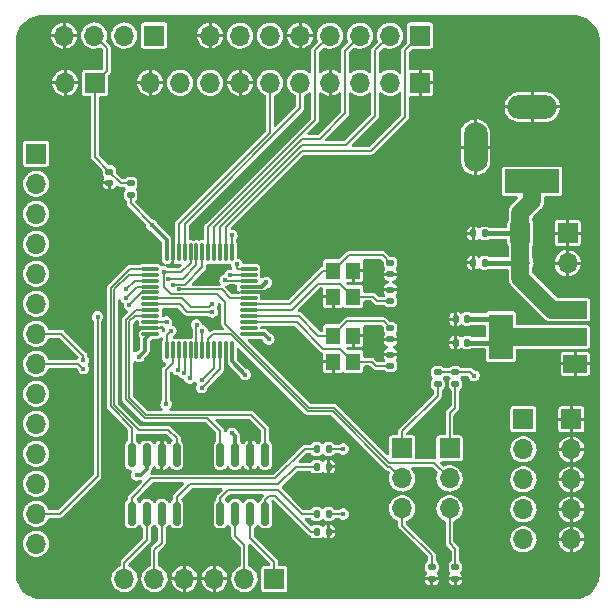
<source format=gtl>
%TF.GenerationSoftware,KiCad,Pcbnew,(5.99.0-12896-g1860893d63)*%
%TF.CreationDate,2021-10-23T11:38:24+08:00*%
%TF.ProjectId,GD32_SPINE,47443332-5f53-4504-994e-452e6b696361,rev?*%
%TF.SameCoordinates,Original*%
%TF.FileFunction,Copper,L1,Top*%
%TF.FilePolarity,Positive*%
%FSLAX46Y46*%
G04 Gerber Fmt 4.6, Leading zero omitted, Abs format (unit mm)*
G04 Created by KiCad (PCBNEW (5.99.0-12896-g1860893d63)) date 2021-10-23 11:38:24*
%MOMM*%
%LPD*%
G01*
G04 APERTURE LIST*
G04 Aperture macros list*
%AMRoundRect*
0 Rectangle with rounded corners*
0 $1 Rounding radius*
0 $2 $3 $4 $5 $6 $7 $8 $9 X,Y pos of 4 corners*
0 Add a 4 corners polygon primitive as box body*
4,1,4,$2,$3,$4,$5,$6,$7,$8,$9,$2,$3,0*
0 Add four circle primitives for the rounded corners*
1,1,$1+$1,$2,$3*
1,1,$1+$1,$4,$5*
1,1,$1+$1,$6,$7*
1,1,$1+$1,$8,$9*
0 Add four rect primitives between the rounded corners*
20,1,$1+$1,$2,$3,$4,$5,0*
20,1,$1+$1,$4,$5,$6,$7,0*
20,1,$1+$1,$6,$7,$8,$9,0*
20,1,$1+$1,$8,$9,$2,$3,0*%
G04 Aperture macros list end*
%TA.AperFunction,ComponentPad*%
%ADD10R,1.700000X1.700000*%
%TD*%
%TA.AperFunction,ComponentPad*%
%ADD11O,1.700000X1.700000*%
%TD*%
%TA.AperFunction,SMDPad,CuDef*%
%ADD12RoundRect,0.135000X-0.185000X0.135000X-0.185000X-0.135000X0.185000X-0.135000X0.185000X0.135000X0*%
%TD*%
%TA.AperFunction,SMDPad,CuDef*%
%ADD13RoundRect,0.140000X-0.170000X0.140000X-0.170000X-0.140000X0.170000X-0.140000X0.170000X0.140000X0*%
%TD*%
%TA.AperFunction,SMDPad,CuDef*%
%ADD14RoundRect,0.135000X0.185000X-0.135000X0.185000X0.135000X-0.185000X0.135000X-0.185000X-0.135000X0*%
%TD*%
%TA.AperFunction,SMDPad,CuDef*%
%ADD15RoundRect,0.140000X0.140000X0.170000X-0.140000X0.170000X-0.140000X-0.170000X0.140000X-0.170000X0*%
%TD*%
%TA.AperFunction,SMDPad,CuDef*%
%ADD16RoundRect,0.150000X-0.150000X0.825000X-0.150000X-0.825000X0.150000X-0.825000X0.150000X0.825000X0*%
%TD*%
%TA.AperFunction,SMDPad,CuDef*%
%ADD17RoundRect,0.135000X0.135000X0.185000X-0.135000X0.185000X-0.135000X-0.185000X0.135000X-0.185000X0*%
%TD*%
%TA.AperFunction,SMDPad,CuDef*%
%ADD18R,1.200000X1.400000*%
%TD*%
%TA.AperFunction,SMDPad,CuDef*%
%ADD19R,2.000000X1.500000*%
%TD*%
%TA.AperFunction,SMDPad,CuDef*%
%ADD20R,2.000000X3.800000*%
%TD*%
%TA.AperFunction,SMDPad,CuDef*%
%ADD21RoundRect,0.075000X0.662500X0.075000X-0.662500X0.075000X-0.662500X-0.075000X0.662500X-0.075000X0*%
%TD*%
%TA.AperFunction,SMDPad,CuDef*%
%ADD22RoundRect,0.075000X0.075000X0.662500X-0.075000X0.662500X-0.075000X-0.662500X0.075000X-0.662500X0*%
%TD*%
%TA.AperFunction,SMDPad,CuDef*%
%ADD23RoundRect,0.140000X0.170000X-0.140000X0.170000X0.140000X-0.170000X0.140000X-0.170000X-0.140000X0*%
%TD*%
%TA.AperFunction,ComponentPad*%
%ADD24R,4.600000X2.000000*%
%TD*%
%TA.AperFunction,ComponentPad*%
%ADD25O,4.200000X2.000000*%
%TD*%
%TA.AperFunction,ComponentPad*%
%ADD26O,2.000000X4.200000*%
%TD*%
%TA.AperFunction,ViaPad*%
%ADD27C,0.450000*%
%TD*%
%TA.AperFunction,Conductor*%
%ADD28C,0.300000*%
%TD*%
%TA.AperFunction,Conductor*%
%ADD29C,0.146812*%
%TD*%
%TA.AperFunction,Conductor*%
%ADD30C,1.500000*%
%TD*%
%TA.AperFunction,Conductor*%
%ADD31C,0.450000*%
%TD*%
G04 APERTURE END LIST*
D10*
%TO.P,J9,1,Pin_1*%
%TO.N,+3V3*%
X143256000Y-84500000D03*
D11*
%TO.P,J9,2,Pin_2*%
X143256000Y-87040000D03*
%TO.P,J9,3,Pin_3*%
X143256000Y-89580000D03*
%TO.P,J9,4,Pin_4*%
X143256000Y-92120000D03*
%TO.P,J9,5,Pin_5*%
X143256000Y-94660000D03*
%TD*%
D12*
%TO.P,R5,1*%
%TO.N,+3V3*%
X137500000Y-80490000D03*
%TO.P,R5,2*%
%TO.N,Net-(J5-Pad1)*%
X137500000Y-81510000D03*
%TD*%
D10*
%TO.P,J6,1,Pin_1*%
%TO.N,GND*%
X134500000Y-56000000D03*
D11*
%TO.P,J6,2,Pin_2*%
%TO.N,USART0_TX*%
X131960000Y-56000000D03*
%TO.P,J6,3,Pin_3*%
%TO.N,USART0_RX*%
X129420000Y-56000000D03*
%TO.P,J6,4,Pin_4*%
%TO.N,GND*%
X126880000Y-56000000D03*
%TO.P,J6,5,Pin_5*%
%TO.N,USART2_TX*%
X124340000Y-56000000D03*
%TO.P,J6,6,Pin_6*%
%TO.N,USART2_RX*%
X121800000Y-56000000D03*
%TO.P,J6,7,Pin_7*%
%TO.N,GND*%
X119260000Y-56000000D03*
%TO.P,J6,8,Pin_8*%
%TO.N,USART1_TX*%
X116720000Y-56000000D03*
%TO.P,J6,9,Pin_9*%
%TO.N,USART1_RX*%
X114180000Y-56000000D03*
%TO.P,J6,10,Pin_10*%
%TO.N,GND*%
X111640000Y-56000000D03*
%TD*%
D10*
%TO.P,SW1,1,1*%
%TO.N,NRST*%
X107000000Y-56000000D03*
D11*
%TO.P,SW1,2,2*%
%TO.N,GND*%
X104460000Y-56000000D03*
%TD*%
D13*
%TO.P,C1,1*%
%TO.N,GND*%
X132000000Y-73520000D03*
%TO.P,C1,2*%
%TO.N,Net-(C1-Pad2)*%
X132000000Y-74480000D03*
%TD*%
D12*
%TO.P,R3,1*%
%TO.N,+3V3*%
X136000000Y-80490000D03*
%TO.P,R3,2*%
%TO.N,Net-(J4-Pad1)*%
X136000000Y-81510000D03*
%TD*%
D14*
%TO.P,R7,1*%
%TO.N,+3V3*%
X110000000Y-65510000D03*
%TO.P,R7,2*%
%TO.N,NRST*%
X110000000Y-64490000D03*
%TD*%
D10*
%TO.P,J5,1,Pin_1*%
%TO.N,Net-(J5-Pad1)*%
X137000000Y-86960000D03*
D11*
%TO.P,J5,2,Pin_2*%
%TO.N,PB2*%
X137000000Y-89500000D03*
%TO.P,J5,3,Pin_3*%
%TO.N,Net-(J5-Pad3)*%
X137000000Y-92040000D03*
%TD*%
D15*
%TO.P,C6,1*%
%TO.N,+12V*%
X139980000Y-71250000D03*
%TO.P,C6,2*%
%TO.N,GND*%
X139020000Y-71250000D03*
%TD*%
%TO.P,C5,1*%
%TO.N,+12V*%
X139980000Y-68750000D03*
%TO.P,C5,2*%
%TO.N,GND*%
X139020000Y-68750000D03*
%TD*%
D14*
%TO.P,R4,1*%
%TO.N,GND*%
X135500000Y-98010000D03*
%TO.P,R4,2*%
%TO.N,Net-(J4-Pad3)*%
X135500000Y-96990000D03*
%TD*%
D13*
%TO.P,C9,1*%
%TO.N,NRST*%
X108200000Y-63520000D03*
%TO.P,C9,2*%
%TO.N,GND*%
X108200000Y-64480000D03*
%TD*%
D16*
%TO.P,U3,1,D*%
%TO.N,CAN0_TX*%
X121405000Y-87525000D03*
%TO.P,U3,2,GND*%
%TO.N,GND*%
X120135000Y-87525000D03*
%TO.P,U3,3,VCC*%
%TO.N,+3V3*%
X118865000Y-87525000D03*
%TO.P,U3,4,R*%
%TO.N,CAN0_RX*%
X117595000Y-87525000D03*
%TO.P,U3,5,EN*%
%TO.N,Net-(R8-Pad2)*%
X117595000Y-92475000D03*
%TO.P,U3,6,CANL*%
%TO.N,CAN0_L*%
X118865000Y-92475000D03*
%TO.P,U3,7,CANH*%
%TO.N,CAN0_H*%
X120135000Y-92475000D03*
%TO.P,U3,8,Rs*%
%TO.N,Net-(R9-Pad2)*%
X121405000Y-92475000D03*
%TD*%
D13*
%TO.P,C3,1*%
%TO.N,GND*%
X132000000Y-79020000D03*
%TO.P,C3,2*%
%TO.N,Net-(C3-Pad2)*%
X132000000Y-79980000D03*
%TD*%
D17*
%TO.P,R9,1*%
%TO.N,GND*%
X126760000Y-94000000D03*
%TO.P,R9,2*%
%TO.N,Net-(R9-Pad2)*%
X125740000Y-94000000D03*
%TD*%
D10*
%TO.P,J11,1,Pin_1*%
%TO.N,+12V*%
X143000000Y-68725000D03*
D11*
%TO.P,J11,2,Pin_2*%
X143000000Y-71265000D03*
%TD*%
D16*
%TO.P,U4,1,D*%
%TO.N,CAN1_TX*%
X113905000Y-87525000D03*
%TO.P,U4,2,GND*%
%TO.N,GND*%
X112635000Y-87525000D03*
%TO.P,U4,3,VCC*%
%TO.N,+3V3*%
X111365000Y-87525000D03*
%TO.P,U4,4,R*%
%TO.N,CAN1_RX*%
X110095000Y-87525000D03*
%TO.P,U4,5,EN*%
%TO.N,Net-(R1-Pad2)*%
X110095000Y-92475000D03*
%TO.P,U4,6,CANL*%
%TO.N,CAN1_L*%
X111365000Y-92475000D03*
%TO.P,U4,7,CANH*%
%TO.N,CAN1_H*%
X112635000Y-92475000D03*
%TO.P,U4,8,Rs*%
%TO.N,Net-(R2-Pad2)*%
X113905000Y-92475000D03*
%TD*%
D18*
%TO.P,Y1,1,1*%
%TO.N,Net-(C2-Pad2)*%
X127150000Y-71900000D03*
%TO.P,Y1,2,2*%
%TO.N,GND*%
X127150000Y-74100000D03*
%TO.P,Y1,3,3*%
%TO.N,Net-(C1-Pad2)*%
X128850000Y-74100000D03*
%TO.P,Y1,4,4*%
%TO.N,GND*%
X128850000Y-71900000D03*
%TD*%
D10*
%TO.P,J12,1,Pin_1*%
%TO.N,GND*%
X147000000Y-68725000D03*
D11*
%TO.P,J12,2,Pin_2*%
X147000000Y-71265000D03*
%TD*%
D10*
%TO.P,J3,1,Pin_1*%
%TO.N,SWCLK*%
X112000000Y-52000000D03*
D11*
%TO.P,J3,2,Pin_2*%
%TO.N,SWDIO*%
X109460000Y-52000000D03*
%TO.P,J3,3,Pin_3*%
%TO.N,NRST*%
X106920000Y-52000000D03*
%TO.P,J3,4,Pin_4*%
%TO.N,GND*%
X104380000Y-52000000D03*
%TD*%
D17*
%TO.P,R1,1*%
%TO.N,+3V3*%
X126760000Y-87000000D03*
%TO.P,R1,2*%
%TO.N,Net-(R1-Pad2)*%
X125740000Y-87000000D03*
%TD*%
D19*
%TO.P,U2,1,GND*%
%TO.N,GND*%
X147650000Y-79800000D03*
D20*
%TO.P,U2,2,VO*%
%TO.N,+3V3*%
X141350000Y-77500000D03*
D19*
X147650000Y-77500000D03*
%TO.P,U2,3,VI*%
%TO.N,+12V*%
X147650000Y-75200000D03*
%TD*%
D15*
%TO.P,C8,1*%
%TO.N,+3V3*%
X138480000Y-76000000D03*
%TO.P,C8,2*%
%TO.N,GND*%
X137520000Y-76000000D03*
%TD*%
%TO.P,C7,1*%
%TO.N,+3V3*%
X138480000Y-78000000D03*
%TO.P,C7,2*%
%TO.N,GND*%
X137520000Y-78000000D03*
%TD*%
D21*
%TO.P,U1,1,VBAT*%
%TO.N,+3V3*%
X119986500Y-77250000D03*
%TO.P,U1,2,PC13*%
%TO.N,unconnected-(U1-Pad2)*%
X119986500Y-76750000D03*
%TO.P,U1,3,PC14*%
%TO.N,Net-(C3-Pad2)*%
X119986500Y-76250000D03*
%TO.P,U1,4,PC15*%
%TO.N,Net-(C4-Pad2)*%
X119986500Y-75750000D03*
%TO.P,U1,5,PD0*%
%TO.N,Net-(C1-Pad2)*%
X119986500Y-75250000D03*
%TO.P,U1,6,PD1*%
%TO.N,Net-(C2-Pad2)*%
X119986500Y-74750000D03*
%TO.P,U1,7,NRST*%
%TO.N,NRST*%
X119986500Y-74250000D03*
%TO.P,U1,8,VSSA*%
%TO.N,GND*%
X119986500Y-73750000D03*
%TO.P,U1,9,VDDA*%
%TO.N,+3V3*%
X119986500Y-73250000D03*
%TO.P,U1,10,PA0*%
%TO.N,PA0*%
X119986500Y-72750000D03*
%TO.P,U1,11,PA1*%
%TO.N,PA1*%
X119986500Y-72250000D03*
%TO.P,U1,12,PA2*%
%TO.N,USART1_TX*%
X119986500Y-71750000D03*
D22*
%TO.P,U1,13,PA3*%
%TO.N,USART1_RX*%
X118574000Y-70337500D03*
%TO.P,U1,14,PA4*%
%TO.N,SPI0_NSS*%
X118074000Y-70337500D03*
%TO.P,U1,15,PA5*%
%TO.N,SPI0_SCK*%
X117574000Y-70337500D03*
%TO.P,U1,16,PA6*%
%TO.N,SPI0_MISO*%
X117074000Y-70337500D03*
%TO.P,U1,17,PA7*%
%TO.N,SPI0_MOSI*%
X116574000Y-70337500D03*
%TO.P,U1,18,PB0*%
%TO.N,PB0*%
X116074000Y-70337500D03*
%TO.P,U1,19,PB1*%
%TO.N,PB1*%
X115574000Y-70337500D03*
%TO.P,U1,20,PB2*%
%TO.N,PB2*%
X115074000Y-70337500D03*
%TO.P,U1,21,PB10*%
%TO.N,USART2_TX*%
X114574000Y-70337500D03*
%TO.P,U1,22,PB11*%
%TO.N,USART2_RX*%
X114074000Y-70337500D03*
%TO.P,U1,23,VSS*%
%TO.N,GND*%
X113574000Y-70337500D03*
%TO.P,U1,24,VDD*%
%TO.N,+3V3*%
X113074000Y-70337500D03*
D21*
%TO.P,U1,25,PB12*%
%TO.N,CAN1_RX*%
X111661500Y-71750000D03*
%TO.P,U1,26,PB13*%
%TO.N,CAN1_TX*%
X111661500Y-72250000D03*
%TO.P,U1,27,PB14*%
%TO.N,PB14*%
X111661500Y-72750000D03*
%TO.P,U1,28,PB15*%
%TO.N,PB15*%
X111661500Y-73250000D03*
%TO.P,U1,29,PA8*%
%TO.N,PA8*%
X111661500Y-73750000D03*
%TO.P,U1,30,PA9*%
%TO.N,USART0_TX*%
X111661500Y-74250000D03*
%TO.P,U1,31,PA10*%
%TO.N,USART0_RX*%
X111661500Y-74750000D03*
%TO.P,U1,32,PA11*%
%TO.N,CAN0_RX*%
X111661500Y-75250000D03*
%TO.P,U1,33,PA12*%
%TO.N,CAN0_TX*%
X111661500Y-75750000D03*
%TO.P,U1,34,PA13*%
%TO.N,SWDIO*%
X111661500Y-76250000D03*
%TO.P,U1,35,VSS*%
%TO.N,GND*%
X111661500Y-76750000D03*
%TO.P,U1,36,VDD*%
%TO.N,+3V3*%
X111661500Y-77250000D03*
D22*
%TO.P,U1,37,PA14*%
%TO.N,SWCLK*%
X113074000Y-78662500D03*
%TO.P,U1,38,PA15*%
%TO.N,PA15*%
X113574000Y-78662500D03*
%TO.P,U1,39,PB3*%
%TO.N,PB3*%
X114074000Y-78662500D03*
%TO.P,U1,40,PB4*%
%TO.N,PB4*%
X114574000Y-78662500D03*
%TO.P,U1,41,PB5*%
%TO.N,PB5*%
X115074000Y-78662500D03*
%TO.P,U1,42,PB6*%
%TO.N,I2C0_SCL*%
X115574000Y-78662500D03*
%TO.P,U1,43,PB7*%
%TO.N,I2C0_SDA*%
X116074000Y-78662500D03*
%TO.P,U1,44,BOOT0*%
%TO.N,BOOT0*%
X116574000Y-78662500D03*
%TO.P,U1,45,PB8*%
%TO.N,PB8*%
X117074000Y-78662500D03*
%TO.P,U1,46,PB9*%
%TO.N,PB9*%
X117574000Y-78662500D03*
%TO.P,U1,47,VSS*%
%TO.N,GND*%
X118074000Y-78662500D03*
%TO.P,U1,48,VDD*%
%TO.N,+3V3*%
X118574000Y-78662500D03*
%TD*%
D10*
%TO.P,J10,1,Pin_1*%
%TO.N,GND*%
X147320000Y-84500000D03*
D11*
%TO.P,J10,2,Pin_2*%
X147320000Y-87040000D03*
%TO.P,J10,3,Pin_3*%
X147320000Y-89580000D03*
%TO.P,J10,4,Pin_4*%
X147320000Y-92120000D03*
%TO.P,J10,5,Pin_5*%
X147320000Y-94660000D03*
%TD*%
D23*
%TO.P,C4,1*%
%TO.N,GND*%
X132000000Y-77730000D03*
%TO.P,C4,2*%
%TO.N,Net-(C4-Pad2)*%
X132000000Y-76770000D03*
%TD*%
D14*
%TO.P,R6,1*%
%TO.N,GND*%
X137500000Y-98010000D03*
%TO.P,R6,2*%
%TO.N,Net-(J5-Pad3)*%
X137500000Y-96990000D03*
%TD*%
D18*
%TO.P,Y2,1,1*%
%TO.N,Net-(C4-Pad2)*%
X127150000Y-77400000D03*
%TO.P,Y2,2,2*%
%TO.N,GND*%
X127150000Y-79600000D03*
%TO.P,Y2,3,3*%
%TO.N,Net-(C3-Pad2)*%
X128850000Y-79600000D03*
%TO.P,Y2,4,4*%
%TO.N,GND*%
X128850000Y-77400000D03*
%TD*%
D23*
%TO.P,C2,1*%
%TO.N,GND*%
X132000000Y-72210000D03*
%TO.P,C2,2*%
%TO.N,Net-(C2-Pad2)*%
X132000000Y-71250000D03*
%TD*%
D17*
%TO.P,R2,1*%
%TO.N,GND*%
X126760000Y-88500000D03*
%TO.P,R2,2*%
%TO.N,Net-(R2-Pad2)*%
X125740000Y-88500000D03*
%TD*%
D10*
%TO.P,J4,1,Pin_1*%
%TO.N,Net-(J4-Pad1)*%
X133000000Y-86960000D03*
D11*
%TO.P,J4,2,Pin_2*%
%TO.N,BOOT0*%
X133000000Y-89500000D03*
%TO.P,J4,3,Pin_3*%
%TO.N,Net-(J4-Pad3)*%
X133000000Y-92040000D03*
%TD*%
D10*
%TO.P,J7,1,Pin_1*%
%TO.N,CAN0_H*%
X122174000Y-98000000D03*
D11*
%TO.P,J7,2,Pin_2*%
%TO.N,CAN0_L*%
X119634000Y-98000000D03*
%TO.P,J7,3,Pin_3*%
%TO.N,GND*%
X117094000Y-98000000D03*
%TO.P,J7,4,Pin_4*%
X114554000Y-98000000D03*
%TO.P,J7,5,Pin_5*%
%TO.N,CAN1_H*%
X112014000Y-98000000D03*
%TO.P,J7,6,Pin_6*%
%TO.N,CAN1_L*%
X109474000Y-98000000D03*
%TD*%
D24*
%TO.P,J1,1*%
%TO.N,+12V*%
X144000000Y-64350000D03*
D25*
%TO.P,J1,2*%
%TO.N,GND*%
X144000000Y-58050000D03*
D26*
%TO.P,J1,3*%
X139200000Y-61450000D03*
%TD*%
D10*
%TO.P,J8,1,Pin_1*%
%TO.N,PB0*%
X102000000Y-62000000D03*
D11*
%TO.P,J8,2,Pin_2*%
%TO.N,PB1*%
X102000000Y-64540000D03*
%TO.P,J8,3,Pin_3*%
%TO.N,PB2*%
X102000000Y-67080000D03*
%TO.P,J8,4,Pin_4*%
%TO.N,PB3*%
X102000000Y-69620000D03*
%TO.P,J8,5,Pin_5*%
%TO.N,PB4*%
X102000000Y-72160000D03*
%TO.P,J8,6,Pin_6*%
%TO.N,PB5*%
X102000000Y-74700000D03*
%TO.P,J8,7,Pin_7*%
%TO.N,PB8*%
X102000000Y-77240000D03*
%TO.P,J8,8,Pin_8*%
%TO.N,PB9*%
X102000000Y-79780000D03*
%TO.P,J8,9,Pin_9*%
%TO.N,PB14*%
X102000000Y-82320000D03*
%TO.P,J8,10,Pin_10*%
%TO.N,PB15*%
X102000000Y-84860000D03*
%TO.P,J8,11,Pin_11*%
%TO.N,PA0*%
X102000000Y-87400000D03*
%TO.P,J8,12,Pin_12*%
%TO.N,PA1*%
X102000000Y-89940000D03*
%TO.P,J8,13,Pin_13*%
%TO.N,PA8*%
X102000000Y-92480000D03*
%TO.P,J8,14,Pin_14*%
%TO.N,PA15*%
X102000000Y-95020000D03*
%TD*%
D17*
%TO.P,R8,1*%
%TO.N,+3V3*%
X126760000Y-92500000D03*
%TO.P,R8,2*%
%TO.N,Net-(R8-Pad2)*%
X125740000Y-92500000D03*
%TD*%
D10*
%TO.P,J2,1,Pin_1*%
%TO.N,SPI0_NSS*%
X134500000Y-52000000D03*
D11*
%TO.P,J2,2,Pin_2*%
%TO.N,SPI0_SCK*%
X131960000Y-52000000D03*
%TO.P,J2,3,Pin_3*%
%TO.N,SPI0_MISO*%
X129420000Y-52000000D03*
%TO.P,J2,4,Pin_4*%
%TO.N,SPI0_MOSI*%
X126880000Y-52000000D03*
%TO.P,J2,5,Pin_5*%
%TO.N,GND*%
X124340000Y-52000000D03*
%TO.P,J2,6,Pin_6*%
%TO.N,I2C0_SCL*%
X121800000Y-52000000D03*
%TO.P,J2,7,Pin_7*%
%TO.N,I2C0_SDA*%
X119260000Y-52000000D03*
%TO.P,J2,8,Pin_8*%
%TO.N,GND*%
X116720000Y-52000000D03*
%TD*%
D27*
%TO.N,GND*%
X127500000Y-90000000D03*
X125500000Y-91000000D03*
X123000000Y-84500000D03*
X126750000Y-58000000D03*
X112000000Y-90500000D03*
X135250000Y-85000000D03*
X147500000Y-79500000D03*
X112000000Y-86000000D03*
X123000000Y-94500000D03*
X123000000Y-60500000D03*
X110450000Y-77600000D03*
X125000000Y-96000000D03*
X106000000Y-96000000D03*
X131000000Y-60000000D03*
X114500000Y-77300000D03*
X119800000Y-85625000D03*
X123000000Y-96000000D03*
X107000000Y-93000000D03*
X108000000Y-90000000D03*
X116650000Y-72900000D03*
X104000000Y-75000000D03*
X120250000Y-58000000D03*
X124000000Y-68000000D03*
X123000000Y-58000000D03*
X116000000Y-94500000D03*
X136000000Y-59000000D03*
X116650000Y-71750000D03*
X120000000Y-83000000D03*
X117400000Y-76600000D03*
X130000000Y-65000000D03*
X125000000Y-58000000D03*
X122000000Y-83000000D03*
X133000000Y-62000000D03*
X111100000Y-80700000D03*
X136250000Y-95500000D03*
X134750000Y-54000000D03*
X125500000Y-90000000D03*
X123000000Y-86000000D03*
X106000000Y-97500000D03*
X106000000Y-94000000D03*
X113000000Y-68050000D03*
X131750000Y-59000000D03*
X108000000Y-97500000D03*
X113600000Y-75400000D03*
X108000000Y-69000000D03*
X127500000Y-60500000D03*
X121500000Y-94500000D03*
X126000000Y-65000000D03*
X148250000Y-80000000D03*
X117000000Y-61000000D03*
X114800000Y-76500000D03*
X105000000Y-86000000D03*
X128500000Y-59500000D03*
X120500000Y-91000000D03*
X118100000Y-71700000D03*
X125000000Y-98000000D03*
X148000000Y-79500000D03*
X132000000Y-68000000D03*
X106000000Y-85000000D03*
X119500000Y-91000000D03*
X130000000Y-61000000D03*
X136250000Y-83500000D03*
X121750000Y-61750000D03*
X120500000Y-63000000D03*
X118900000Y-81850000D03*
X129500000Y-58000000D03*
X147250000Y-80000000D03*
X118000000Y-96000000D03*
X106000000Y-73000000D03*
X102000000Y-59000000D03*
X147000000Y-79500000D03*
X124250000Y-59250000D03*
X118000000Y-94500000D03*
X108000000Y-96000000D03*
X132000000Y-54000000D03*
X122450000Y-73750000D03*
X116000000Y-96000000D03*
X147750000Y-80000000D03*
X115000000Y-61000000D03*
X123000000Y-93000000D03*
X106000000Y-69000000D03*
X116700000Y-76200000D03*
X105000000Y-61000000D03*
X120250000Y-59000000D03*
X104000000Y-59000000D03*
X108000000Y-94000000D03*
X129250000Y-58750000D03*
X116000000Y-60000000D03*
X127000000Y-98000000D03*
X122500000Y-59000000D03*
X113000000Y-90500000D03*
X126500000Y-59000000D03*
X127500000Y-91000000D03*
X112900000Y-75400000D03*
X118000000Y-83000000D03*
X114000000Y-94500000D03*
X108000000Y-92000000D03*
X132000000Y-58000000D03*
X114000000Y-96000000D03*
X136000000Y-62000000D03*
X114000000Y-60000000D03*
X128000000Y-68000000D03*
X127000000Y-96000000D03*
X134000000Y-65000000D03*
X135250000Y-94000000D03*
%TO.N,+3V3*%
X141500000Y-76500000D03*
X141000000Y-77000000D03*
X110700000Y-79200000D03*
X118600000Y-85675000D03*
X147500000Y-77250000D03*
X141000000Y-79000000D03*
X148000000Y-77250000D03*
X148250000Y-77750000D03*
X111800000Y-68050000D03*
X141000000Y-76000000D03*
X141500000Y-77500000D03*
X121700000Y-77700000D03*
X142000000Y-78000000D03*
X142000000Y-76000000D03*
X128000000Y-92500000D03*
X142000000Y-79000000D03*
X141500000Y-78500000D03*
X147250000Y-77750000D03*
X110500000Y-89200000D03*
X147000000Y-77250000D03*
X121500000Y-72900000D03*
X119700000Y-80700000D03*
X128000000Y-87000000D03*
X147750000Y-77750000D03*
X139075000Y-80800000D03*
X142000000Y-77000000D03*
X141000000Y-78000000D03*
%TO.N,NRST*%
X114100000Y-73500000D03*
%TO.N,I2C0_SCL*%
X115580000Y-76500000D03*
%TO.N,I2C0_SDA*%
X116080000Y-77000000D03*
%TO.N,SWCLK*%
X113400000Y-77000000D03*
%TO.N,SWDIO*%
X113050000Y-76250000D03*
%TO.N,PB2*%
X112800000Y-72000000D03*
%TO.N,USART0_TX*%
X116900000Y-74700000D03*
%TO.N,USART0_RX*%
X116900000Y-75400000D03*
%TO.N,USART1_TX*%
X119000000Y-71370000D03*
%TO.N,USART1_RX*%
X118574000Y-68904000D03*
%TO.N,PB0*%
X113600000Y-73100000D03*
%TO.N,PB1*%
X113200000Y-72600000D03*
%TO.N,PB3*%
X114000000Y-80300000D03*
%TO.N,PB4*%
X114500000Y-80600000D03*
%TO.N,PB5*%
X115000000Y-81000000D03*
%TO.N,PB8*%
X106000000Y-79500000D03*
X116000000Y-81200000D03*
%TO.N,PB9*%
X116000000Y-81800000D03*
X106000000Y-80200000D03*
%TO.N,PB14*%
X109600000Y-73500000D03*
%TO.N,PB15*%
X109600000Y-74200000D03*
%TO.N,PA0*%
X118000000Y-72700000D03*
%TO.N,PA1*%
X118400000Y-72300000D03*
%TO.N,PA8*%
X109900000Y-74800000D03*
X107200000Y-75800000D03*
%TO.N,PA15*%
X113000000Y-83200000D03*
%TD*%
D28*
%TO.N,GND*%
X112635000Y-87525000D02*
X112635000Y-86310000D01*
X112325000Y-86000000D02*
X112000000Y-86000000D01*
X122450000Y-73750000D02*
X119986500Y-73750000D01*
X113574000Y-68624000D02*
X113574000Y-70337500D01*
X118074000Y-81024000D02*
X118074000Y-78662500D01*
X112635000Y-86310000D02*
X112325000Y-86000000D01*
X120135000Y-85960000D02*
X119800000Y-85625000D01*
X110850000Y-76750000D02*
X111661500Y-76750000D01*
X113000000Y-68050000D02*
X113574000Y-68624000D01*
X110450000Y-77150000D02*
X110850000Y-76750000D01*
X110450000Y-77600000D02*
X110450000Y-77150000D01*
X118900000Y-81850000D02*
X118074000Y-81024000D01*
X120135000Y-87525000D02*
X120135000Y-85960000D01*
D29*
%TO.N,Net-(C1-Pad2)*%
X132000000Y-74480000D02*
X130880000Y-74480000D01*
X123650000Y-75250000D02*
X125900000Y-73000000D01*
X127750000Y-73000000D02*
X128850000Y-74100000D01*
X130500000Y-74100000D02*
X128850000Y-74100000D01*
X130880000Y-74480000D02*
X130500000Y-74100000D01*
X125900000Y-73000000D02*
X127750000Y-73000000D01*
X119986500Y-75250000D02*
X123650000Y-75250000D01*
%TO.N,Net-(C2-Pad2)*%
X132000000Y-71250000D02*
X131350000Y-70600000D01*
X131350000Y-70600000D02*
X128450000Y-70600000D01*
X128450000Y-70600000D02*
X127150000Y-71900000D01*
X119986500Y-74750000D02*
X123450000Y-74750000D01*
X123450000Y-74750000D02*
X126300000Y-71900000D01*
X126300000Y-71900000D02*
X127150000Y-71900000D01*
%TO.N,Net-(C3-Pad2)*%
X119986500Y-76250000D02*
X124050000Y-76250000D01*
X130780000Y-79980000D02*
X130400000Y-79600000D01*
X124050000Y-76250000D02*
X126300000Y-78500000D01*
X126300000Y-78500000D02*
X127750000Y-78500000D01*
X127750000Y-78500000D02*
X128850000Y-79600000D01*
X130400000Y-79600000D02*
X128850000Y-79600000D01*
X132000000Y-79980000D02*
X130780000Y-79980000D01*
%TO.N,Net-(C4-Pad2)*%
X125900000Y-77400000D02*
X127150000Y-77400000D01*
X132000000Y-76770000D02*
X131430000Y-76200000D01*
X128350000Y-76200000D02*
X127150000Y-77400000D01*
X131430000Y-76200000D02*
X128350000Y-76200000D01*
X124250000Y-75750000D02*
X125900000Y-77400000D01*
X119986500Y-75750000D02*
X124250000Y-75750000D01*
D28*
%TO.N,+3V3*%
X118865000Y-87525000D02*
X118865000Y-85940000D01*
X121500000Y-72900000D02*
X121150000Y-73250000D01*
X111365000Y-88735000D02*
X111365000Y-87525000D01*
X118865000Y-85940000D02*
X118600000Y-85675000D01*
D30*
X141350000Y-77500000D02*
X141500000Y-77500000D01*
D28*
X111661500Y-77250000D02*
X111200000Y-77711500D01*
X113074000Y-69324000D02*
X113074000Y-70337500D01*
X121150000Y-73250000D02*
X119986500Y-73250000D01*
X110500000Y-89200000D02*
X110900000Y-89200000D01*
D29*
X136000000Y-80490000D02*
X137500000Y-80490000D01*
D28*
X110900000Y-89200000D02*
X111365000Y-88735000D01*
X119986500Y-77250000D02*
X121250000Y-77250000D01*
D29*
X126760000Y-87000000D02*
X128000000Y-87000000D01*
D28*
X111800000Y-68050000D02*
X113074000Y-69324000D01*
X111200000Y-78700000D02*
X110700000Y-79200000D01*
X118574000Y-79574000D02*
X119700000Y-80700000D01*
X121250000Y-77250000D02*
X121700000Y-77700000D01*
D29*
X111800000Y-68050000D02*
X111800000Y-68000000D01*
D30*
X141500000Y-77500000D02*
X147650000Y-77500000D01*
D29*
X138765000Y-80490000D02*
X139075000Y-80800000D01*
D28*
X111200000Y-77711500D02*
X111200000Y-78700000D01*
D31*
X138480000Y-78000000D02*
X141000000Y-78000000D01*
D29*
X126760000Y-92500000D02*
X128000000Y-92500000D01*
D28*
X118574000Y-78662500D02*
X118574000Y-79574000D01*
D29*
X111800000Y-68000000D02*
X110000000Y-66200000D01*
X110000000Y-66200000D02*
X110000000Y-65510000D01*
X137500000Y-80490000D02*
X138765000Y-80490000D01*
D31*
X138480000Y-76000000D02*
X141000000Y-76000000D01*
D29*
%TO.N,NRST*%
X108000000Y-55000000D02*
X108000000Y-53080000D01*
X107000000Y-56000000D02*
X108000000Y-55000000D01*
X107000000Y-62320000D02*
X108200000Y-63520000D01*
X117700000Y-73500000D02*
X118450000Y-74250000D01*
X108000000Y-53080000D02*
X106920000Y-52000000D01*
X118450000Y-74250000D02*
X119986500Y-74250000D01*
X110000000Y-64490000D02*
X109170000Y-64490000D01*
X114100000Y-73500000D02*
X117700000Y-73500000D01*
X107000000Y-56000000D02*
X107000000Y-62320000D01*
X109170000Y-64490000D02*
X108200000Y-63520000D01*
%TO.N,SPI0_NSS*%
X118074000Y-68176000D02*
X124500000Y-61750000D01*
X118074000Y-70337500D02*
X118074000Y-68176000D01*
X133250000Y-53250000D02*
X134500000Y-52000000D01*
X124500000Y-61750000D02*
X130375000Y-61750000D01*
X133250000Y-58875000D02*
X133250000Y-53250000D01*
X130375000Y-61750000D02*
X133250000Y-58875000D01*
%TO.N,SPI0_SCK*%
X124500000Y-61250000D02*
X128250000Y-61250000D01*
X130700000Y-58800000D02*
X130700000Y-53260000D01*
X117574000Y-70337500D02*
X117574000Y-68176000D01*
X130700000Y-53260000D02*
X131960000Y-52000000D01*
X117574000Y-68176000D02*
X124500000Y-61250000D01*
X128250000Y-61250000D02*
X130700000Y-58800000D01*
%TO.N,SPI0_MISO*%
X128150000Y-58600000D02*
X128150000Y-53270000D01*
X128150000Y-53270000D02*
X129420000Y-52000000D01*
X117074000Y-68176000D02*
X124500000Y-60750000D01*
X117074000Y-70337500D02*
X117074000Y-68176000D01*
X126000000Y-60750000D02*
X128150000Y-58600000D01*
X124500000Y-60750000D02*
X126000000Y-60750000D01*
%TO.N,SPI0_MOSI*%
X125620000Y-59130000D02*
X125620000Y-53260000D01*
X116574000Y-68176000D02*
X125620000Y-59130000D01*
X125620000Y-53260000D02*
X126880000Y-52000000D01*
X116574000Y-70337500D02*
X116574000Y-68176000D01*
%TO.N,I2C0_SCL*%
X115574000Y-76506000D02*
X115574000Y-78662500D01*
X115580000Y-76500000D02*
X115574000Y-76506000D01*
%TO.N,I2C0_SDA*%
X116074000Y-77006000D02*
X116074000Y-78662500D01*
X116080000Y-77000000D02*
X116074000Y-77006000D01*
%TO.N,SWCLK*%
X113074000Y-77326000D02*
X113074000Y-78662500D01*
X113400000Y-77000000D02*
X113074000Y-77326000D01*
%TO.N,SWDIO*%
X113050000Y-76250000D02*
X111661500Y-76250000D01*
%TO.N,Net-(J4-Pad1)*%
X133000000Y-86960000D02*
X133000000Y-85500000D01*
X136000000Y-82500000D02*
X136000000Y-81510000D01*
X133000000Y-85500000D02*
X136000000Y-82500000D01*
%TO.N,BOOT0*%
X118500000Y-77300000D02*
X125000000Y-83800000D01*
X132000000Y-88500000D02*
X133000000Y-89500000D01*
X116574000Y-77726000D02*
X117000000Y-77300000D01*
X125000000Y-83800000D02*
X127100000Y-83800000D01*
X131800000Y-88500000D02*
X132000000Y-88500000D01*
X117000000Y-77300000D02*
X118500000Y-77300000D01*
X116574000Y-78662500D02*
X116574000Y-77726000D01*
X127100000Y-83800000D02*
X131800000Y-88500000D01*
%TO.N,Net-(J4-Pad3)*%
X133000000Y-92040000D02*
X133000000Y-93500000D01*
X135500000Y-96000000D02*
X135500000Y-96990000D01*
X133000000Y-93500000D02*
X135500000Y-96000000D01*
%TO.N,Net-(J5-Pad1)*%
X137500000Y-83500000D02*
X137500000Y-81510000D01*
X137000000Y-86960000D02*
X137000000Y-84000000D01*
X137000000Y-84000000D02*
X137500000Y-83500000D01*
%TO.N,PB2*%
X112800000Y-73300000D02*
X113400000Y-73900000D01*
X115074000Y-71226000D02*
X115074000Y-70337500D01*
X112800000Y-72000000D02*
X112800000Y-73300000D01*
X113400000Y-73900000D02*
X117300000Y-73900000D01*
X135700000Y-88200000D02*
X137000000Y-89500000D01*
X118000000Y-76400000D02*
X125100000Y-83500000D01*
X118000000Y-74600000D02*
X118000000Y-76400000D01*
X127200000Y-83500000D02*
X131900000Y-88200000D01*
X112800000Y-72000000D02*
X114300000Y-72000000D01*
X117300000Y-73900000D02*
X118000000Y-74600000D01*
X131900000Y-88200000D02*
X135700000Y-88200000D01*
X125100000Y-83500000D02*
X127200000Y-83500000D01*
X114300000Y-72000000D02*
X115074000Y-71226000D01*
%TO.N,Net-(J5-Pad3)*%
X137500000Y-95500000D02*
X137500000Y-96990000D01*
X137000000Y-92040000D02*
X137000000Y-95000000D01*
X137000000Y-95000000D02*
X137500000Y-95500000D01*
%TO.N,USART0_TX*%
X115100000Y-75000000D02*
X114350000Y-74250000D01*
X116900000Y-74700000D02*
X116600000Y-75000000D01*
X116600000Y-75000000D02*
X115100000Y-75000000D01*
X114350000Y-74250000D02*
X111661500Y-74250000D01*
%TO.N,USART0_RX*%
X114150000Y-74750000D02*
X111661500Y-74750000D01*
X114800000Y-75400000D02*
X114150000Y-74750000D01*
X116900000Y-75400000D02*
X114800000Y-75400000D01*
%TO.N,USART2_TX*%
X114574000Y-67926000D02*
X124340000Y-58160000D01*
X114574000Y-70337500D02*
X114574000Y-67926000D01*
X124340000Y-58160000D02*
X124340000Y-56000000D01*
%TO.N,USART2_RX*%
X114074000Y-67946000D02*
X114074000Y-70337500D01*
X121800000Y-60220000D02*
X114074000Y-67946000D01*
X121800000Y-56000000D02*
X121800000Y-60220000D01*
%TO.N,USART1_TX*%
X119110000Y-71750000D02*
X119986500Y-71750000D01*
X119000000Y-71370000D02*
X119000000Y-71640000D01*
X119000000Y-71640000D02*
X119110000Y-71750000D01*
%TO.N,USART1_RX*%
X118574000Y-68904000D02*
X118574000Y-70337500D01*
%TO.N,CAN0_H*%
X120135000Y-92475000D02*
X120135000Y-94555000D01*
X120135000Y-94555000D02*
X122174000Y-96594000D01*
X122174000Y-96594000D02*
X122174000Y-98000000D01*
%TO.N,CAN0_L*%
X118865000Y-94395000D02*
X119634000Y-95164000D01*
X118865000Y-92475000D02*
X118865000Y-94395000D01*
X119634000Y-95164000D02*
X119634000Y-98000000D01*
%TO.N,CAN1_H*%
X112635000Y-94935000D02*
X112014000Y-95556000D01*
X112014000Y-95556000D02*
X112014000Y-98000000D01*
X112635000Y-92475000D02*
X112635000Y-94935000D01*
%TO.N,CAN1_L*%
X109474000Y-96626000D02*
X109474000Y-98000000D01*
X111365000Y-92475000D02*
X111365000Y-94735000D01*
X111365000Y-94735000D02*
X109474000Y-96626000D01*
%TO.N,PB0*%
X116074000Y-71626000D02*
X116074000Y-70337500D01*
X114600000Y-73100000D02*
X116074000Y-71626000D01*
X113600000Y-73100000D02*
X114600000Y-73100000D01*
%TO.N,PB1*%
X113200000Y-72600000D02*
X114400000Y-72600000D01*
X115574000Y-71426000D02*
X115574000Y-70337500D01*
X114400000Y-72600000D02*
X115574000Y-71426000D01*
%TO.N,PB3*%
X114000000Y-80300000D02*
X114074000Y-80226000D01*
X114074000Y-80226000D02*
X114074000Y-78662500D01*
%TO.N,PB4*%
X114574000Y-80526000D02*
X114574000Y-78662500D01*
X114500000Y-80600000D02*
X114574000Y-80526000D01*
%TO.N,PB5*%
X115074000Y-80926000D02*
X115074000Y-78662500D01*
X115000000Y-81000000D02*
X115074000Y-80926000D01*
%TO.N,PB8*%
X117074000Y-80126000D02*
X117074000Y-78662500D01*
X116000000Y-81200000D02*
X117074000Y-80126000D01*
X106000000Y-79500000D02*
X106000000Y-79100000D01*
X106000000Y-79100000D02*
X104140000Y-77240000D01*
X104140000Y-77240000D02*
X102000000Y-77240000D01*
%TO.N,PB9*%
X105580000Y-79780000D02*
X102000000Y-79780000D01*
X116000000Y-81800000D02*
X117574000Y-80226000D01*
X106000000Y-80200000D02*
X105580000Y-79780000D01*
X117574000Y-80226000D02*
X117574000Y-78662500D01*
%TO.N,PB14*%
X110350000Y-72750000D02*
X111661500Y-72750000D01*
X109600000Y-73500000D02*
X110350000Y-72750000D01*
%TO.N,PB15*%
X110550000Y-73250000D02*
X109600000Y-74200000D01*
X111661500Y-73250000D02*
X110550000Y-73250000D01*
%TO.N,PA0*%
X118050000Y-72750000D02*
X119986500Y-72750000D01*
X118000000Y-72700000D02*
X118050000Y-72750000D01*
%TO.N,PA1*%
X118450000Y-72250000D02*
X119986500Y-72250000D01*
X118400000Y-72300000D02*
X118450000Y-72250000D01*
%TO.N,PA8*%
X109900000Y-74800000D02*
X110950000Y-73750000D01*
X104020000Y-92480000D02*
X102000000Y-92480000D01*
X110950000Y-73750000D02*
X111661500Y-73750000D01*
X107200000Y-89300000D02*
X104020000Y-92480000D01*
X107200000Y-75800000D02*
X107200000Y-89300000D01*
%TO.N,PA15*%
X113574000Y-78662500D02*
X113574000Y-79726000D01*
X113574000Y-79726000D02*
X113000000Y-80300000D01*
X113000000Y-80300000D02*
X113000000Y-83200000D01*
%TO.N,Net-(R1-Pad2)*%
X122250000Y-89500000D02*
X124750000Y-87000000D01*
X124750000Y-87000000D02*
X125740000Y-87000000D01*
X110095000Y-91155000D02*
X111750000Y-89500000D01*
X111750000Y-89500000D02*
X122250000Y-89500000D01*
X110095000Y-92475000D02*
X110095000Y-91155000D01*
%TO.N,Net-(R2-Pad2)*%
X113905000Y-91095000D02*
X115000000Y-90000000D01*
X124000000Y-88500000D02*
X125740000Y-88500000D01*
X115000000Y-90000000D02*
X122500000Y-90000000D01*
X122500000Y-90000000D02*
X124000000Y-88500000D01*
X113905000Y-92475000D02*
X113905000Y-91095000D01*
%TO.N,CAN1_RX*%
X108300000Y-73380000D02*
X108300000Y-83400000D01*
X110095000Y-85195000D02*
X110095000Y-87525000D01*
X111661500Y-71750000D02*
X109930000Y-71750000D01*
X109930000Y-71750000D02*
X108300000Y-73380000D01*
X108300000Y-83400000D02*
X110095000Y-85195000D01*
%TO.N,CAN1_TX*%
X109850000Y-72250000D02*
X108600000Y-73500000D01*
X108600000Y-83300000D02*
X110700000Y-85400000D01*
X113905000Y-86105000D02*
X113905000Y-87525000D01*
X113200000Y-85400000D02*
X113905000Y-86105000D01*
X110700000Y-85400000D02*
X113200000Y-85400000D01*
X111661500Y-72250000D02*
X109850000Y-72250000D01*
X108600000Y-73500000D02*
X108600000Y-83300000D01*
%TO.N,CAN0_RX*%
X116500000Y-84400000D02*
X111200000Y-84400000D01*
X111200000Y-84400000D02*
X109600000Y-82800000D01*
X109600000Y-76100000D02*
X110450000Y-75250000D01*
X117595000Y-85495000D02*
X116500000Y-84400000D01*
X109600000Y-82800000D02*
X109600000Y-76100000D01*
X110450000Y-75250000D02*
X111661500Y-75250000D01*
X117595000Y-87525000D02*
X117595000Y-85495000D01*
%TO.N,CAN0_TX*%
X109900000Y-82700000D02*
X109900000Y-76200000D01*
X111300000Y-84100000D02*
X109900000Y-82700000D01*
X121405000Y-85305000D02*
X120200000Y-84100000D01*
X121405000Y-87525000D02*
X121405000Y-85305000D01*
X109900000Y-76200000D02*
X110350000Y-75750000D01*
X120200000Y-84100000D02*
X111300000Y-84100000D01*
X110350000Y-75750000D02*
X111661500Y-75750000D01*
D30*
%TO.N,+12V*%
X145700000Y-75200000D02*
X147650000Y-75200000D01*
X143000000Y-71265000D02*
X143000000Y-68725000D01*
D31*
X139980000Y-68750000D02*
X142975000Y-68750000D01*
D30*
X144000000Y-66000000D02*
X144000000Y-64350000D01*
X143000000Y-71265000D02*
X143000000Y-72500000D01*
X143000000Y-67000000D02*
X144000000Y-66000000D01*
X143000000Y-68725000D02*
X143000000Y-67000000D01*
D29*
X142975000Y-68750000D02*
X143000000Y-68725000D01*
X142985000Y-71250000D02*
X143000000Y-71265000D01*
D30*
X143000000Y-72500000D02*
X145700000Y-75200000D01*
D31*
X139980000Y-71250000D02*
X142985000Y-71250000D01*
D29*
%TO.N,Net-(R8-Pad2)*%
X118250000Y-90500000D02*
X117595000Y-91155000D01*
X125740000Y-92500000D02*
X124500000Y-92500000D01*
X122500000Y-90500000D02*
X118250000Y-90500000D01*
X117595000Y-91155000D02*
X117595000Y-92475000D01*
X124500000Y-92500000D02*
X122500000Y-90500000D01*
%TO.N,Net-(R9-Pad2)*%
X122250000Y-91000000D02*
X125250000Y-94000000D01*
X121405000Y-91345000D02*
X121750000Y-91000000D01*
X125250000Y-94000000D02*
X125740000Y-94000000D01*
X121405000Y-92475000D02*
X121405000Y-91345000D01*
X121750000Y-91000000D02*
X122250000Y-91000000D01*
%TD*%
%TA.AperFunction,Conductor*%
%TO.N,GND*%
G36*
X147487153Y-50256421D02*
G01*
X147500000Y-50258976D01*
X147512170Y-50256555D01*
X147524583Y-50256555D01*
X147524583Y-50256880D01*
X147535420Y-50256142D01*
X147687735Y-50265356D01*
X147763118Y-50269916D01*
X147778222Y-50271750D01*
X148030005Y-50317891D01*
X148044778Y-50321532D01*
X148289174Y-50397689D01*
X148303392Y-50403081D01*
X148536817Y-50508138D01*
X148550287Y-50515207D01*
X148769351Y-50647636D01*
X148781873Y-50656279D01*
X148983379Y-50814149D01*
X148994767Y-50824239D01*
X149175761Y-51005233D01*
X149185851Y-51016621D01*
X149343721Y-51218127D01*
X149352364Y-51230649D01*
X149484793Y-51449713D01*
X149491862Y-51463183D01*
X149557144Y-51608231D01*
X149596917Y-51696604D01*
X149602311Y-51710826D01*
X149652326Y-51871329D01*
X149678468Y-51955222D01*
X149682109Y-51969995D01*
X149728250Y-52221778D01*
X149730084Y-52236882D01*
X149734644Y-52312265D01*
X149743352Y-52456208D01*
X149743858Y-52464578D01*
X149743120Y-52475417D01*
X149743445Y-52475417D01*
X149743445Y-52487830D01*
X149741024Y-52500000D01*
X149743445Y-52512170D01*
X149743579Y-52512844D01*
X149746000Y-52537425D01*
X149746000Y-97462575D01*
X149743579Y-97487153D01*
X149741024Y-97500000D01*
X149743445Y-97512170D01*
X149743445Y-97524583D01*
X149743120Y-97524583D01*
X149743858Y-97535420D01*
X149737744Y-97636490D01*
X149730084Y-97763118D01*
X149728250Y-97778222D01*
X149682109Y-98030005D01*
X149678468Y-98044778D01*
X149613512Y-98253231D01*
X149602313Y-98289169D01*
X149596919Y-98303392D01*
X149493479Y-98533225D01*
X149491864Y-98536814D01*
X149484793Y-98550287D01*
X149352364Y-98769351D01*
X149343721Y-98781873D01*
X149185851Y-98983379D01*
X149175761Y-98994767D01*
X148994767Y-99175761D01*
X148983379Y-99185851D01*
X148781873Y-99343721D01*
X148769351Y-99352364D01*
X148550287Y-99484793D01*
X148536817Y-99491862D01*
X148303392Y-99596919D01*
X148289174Y-99602311D01*
X148115096Y-99656556D01*
X148044778Y-99678468D01*
X148030005Y-99682109D01*
X147778222Y-99728250D01*
X147763118Y-99730084D01*
X147687735Y-99734644D01*
X147535420Y-99743858D01*
X147524583Y-99743120D01*
X147524583Y-99743445D01*
X147512170Y-99743445D01*
X147500000Y-99741024D01*
X147487153Y-99743579D01*
X147462575Y-99746000D01*
X102537425Y-99746000D01*
X102512847Y-99743579D01*
X102500000Y-99741024D01*
X102487830Y-99743445D01*
X102475417Y-99743445D01*
X102475417Y-99743120D01*
X102464580Y-99743858D01*
X102312265Y-99734644D01*
X102236882Y-99730084D01*
X102221778Y-99728250D01*
X101969995Y-99682109D01*
X101955222Y-99678468D01*
X101884904Y-99656556D01*
X101710826Y-99602311D01*
X101696608Y-99596919D01*
X101463183Y-99491862D01*
X101449713Y-99484793D01*
X101230649Y-99352364D01*
X101218127Y-99343721D01*
X101016621Y-99185851D01*
X101005233Y-99175761D01*
X100824239Y-98994767D01*
X100814149Y-98983379D01*
X100656279Y-98781873D01*
X100647636Y-98769351D01*
X100515207Y-98550287D01*
X100508136Y-98536814D01*
X100506521Y-98533225D01*
X100403081Y-98303392D01*
X100397687Y-98289169D01*
X100386489Y-98253231D01*
X100321532Y-98044778D01*
X100317891Y-98030005D01*
X100271750Y-97778222D01*
X100269916Y-97763118D01*
X100262256Y-97636490D01*
X100256142Y-97535420D01*
X100256880Y-97524583D01*
X100256555Y-97524583D01*
X100256555Y-97512170D01*
X100258976Y-97500000D01*
X100256421Y-97487153D01*
X100254000Y-97462575D01*
X100254000Y-94990964D01*
X100891148Y-94990964D01*
X100904424Y-95193522D01*
X100905845Y-95199118D01*
X100905846Y-95199123D01*
X100929617Y-95292718D01*
X100954392Y-95390269D01*
X100956809Y-95395512D01*
X100994010Y-95476208D01*
X101039377Y-95574616D01*
X101042710Y-95579332D01*
X101136938Y-95712662D01*
X101156533Y-95740389D01*
X101160675Y-95744424D01*
X101183730Y-95766883D01*
X101301938Y-95882035D01*
X101470720Y-95994812D01*
X101476023Y-95997090D01*
X101476026Y-95997092D01*
X101564707Y-96035192D01*
X101657228Y-96074942D01*
X101730244Y-96091464D01*
X101849579Y-96118467D01*
X101849584Y-96118468D01*
X101855216Y-96119742D01*
X101860987Y-96119969D01*
X101860989Y-96119969D01*
X101920756Y-96122317D01*
X102058053Y-96127712D01*
X102158499Y-96113148D01*
X102253231Y-96099413D01*
X102253236Y-96099412D01*
X102258945Y-96098584D01*
X102264409Y-96096729D01*
X102264414Y-96096728D01*
X102445693Y-96035192D01*
X102445698Y-96035190D01*
X102451165Y-96033334D01*
X102628276Y-95934147D01*
X102672972Y-95896974D01*
X102779913Y-95808031D01*
X102784345Y-95804345D01*
X102857641Y-95716217D01*
X102910453Y-95652718D01*
X102910455Y-95652715D01*
X102914147Y-95648276D01*
X102989172Y-95514309D01*
X103010510Y-95476208D01*
X103010511Y-95476206D01*
X103013334Y-95471165D01*
X103015190Y-95465698D01*
X103015192Y-95465693D01*
X103076728Y-95284414D01*
X103076729Y-95284409D01*
X103078584Y-95278945D01*
X103079412Y-95273236D01*
X103079413Y-95273231D01*
X103104091Y-95103026D01*
X103107712Y-95078053D01*
X103109232Y-95020000D01*
X103094914Y-94864177D01*
X103091187Y-94823613D01*
X103091186Y-94823610D01*
X103090658Y-94817859D01*
X103084770Y-94796983D01*
X103037125Y-94628046D01*
X103037124Y-94628044D01*
X103035557Y-94622487D01*
X103031919Y-94615108D01*
X102948331Y-94445609D01*
X102945776Y-94440428D01*
X102933365Y-94423807D01*
X102886346Y-94360842D01*
X102824320Y-94277779D01*
X102675258Y-94139987D01*
X102670375Y-94136906D01*
X102670371Y-94136903D01*
X102508464Y-94034748D01*
X102503581Y-94031667D01*
X102315039Y-93956446D01*
X102309379Y-93955320D01*
X102309375Y-93955319D01*
X102121613Y-93917971D01*
X102121610Y-93917971D01*
X102115946Y-93916844D01*
X102110171Y-93916768D01*
X102110167Y-93916768D01*
X102008793Y-93915441D01*
X101912971Y-93914187D01*
X101907274Y-93915166D01*
X101907273Y-93915166D01*
X101718607Y-93947585D01*
X101712910Y-93948564D01*
X101522463Y-94018824D01*
X101348010Y-94122612D01*
X101343670Y-94126418D01*
X101343666Y-94126421D01*
X101225103Y-94230399D01*
X101195392Y-94256455D01*
X101191817Y-94260990D01*
X101191816Y-94260991D01*
X101181675Y-94273855D01*
X101069720Y-94415869D01*
X101067031Y-94420980D01*
X101067029Y-94420983D01*
X101027019Y-94497029D01*
X100975203Y-94595515D01*
X100915007Y-94789378D01*
X100891148Y-94990964D01*
X100254000Y-94990964D01*
X100254000Y-92450964D01*
X100891148Y-92450964D01*
X100904424Y-92653522D01*
X100905845Y-92659118D01*
X100905846Y-92659123D01*
X100943871Y-92808844D01*
X100954392Y-92850269D01*
X100956809Y-92855512D01*
X100992193Y-92932265D01*
X101039377Y-93034616D01*
X101053919Y-93055192D01*
X101136938Y-93172662D01*
X101156533Y-93200389D01*
X101160675Y-93204424D01*
X101175091Y-93218467D01*
X101301938Y-93342035D01*
X101470720Y-93454812D01*
X101476023Y-93457090D01*
X101476026Y-93457092D01*
X101617876Y-93518035D01*
X101657228Y-93534942D01*
X101713761Y-93547734D01*
X101849579Y-93578467D01*
X101849584Y-93578468D01*
X101855216Y-93579742D01*
X101860987Y-93579969D01*
X101860989Y-93579969D01*
X101920756Y-93582317D01*
X102058053Y-93587712D01*
X102173038Y-93571040D01*
X102253231Y-93559413D01*
X102253236Y-93559412D01*
X102258945Y-93558584D01*
X102264409Y-93556729D01*
X102264414Y-93556728D01*
X102445693Y-93495192D01*
X102445698Y-93495190D01*
X102451165Y-93493334D01*
X102474627Y-93480195D01*
X102548407Y-93438876D01*
X102628276Y-93394147D01*
X102690934Y-93342035D01*
X102779913Y-93268031D01*
X102784345Y-93264345D01*
X102857641Y-93176217D01*
X102910453Y-93112718D01*
X102910455Y-93112715D01*
X102914147Y-93108276D01*
X102998881Y-92956972D01*
X103010511Y-92936206D01*
X103010511Y-92936205D01*
X103013334Y-92931165D01*
X103015188Y-92925702D01*
X103015192Y-92925694D01*
X103026152Y-92893405D01*
X103066989Y-92835329D01*
X103132741Y-92808550D01*
X103145465Y-92807906D01*
X104000195Y-92807906D01*
X104011177Y-92808386D01*
X104038035Y-92810736D01*
X104038036Y-92810736D01*
X104049020Y-92811697D01*
X104059666Y-92808844D01*
X104059671Y-92808844D01*
X104085727Y-92801862D01*
X104096456Y-92799483D01*
X104123026Y-92794798D01*
X104123027Y-92794798D01*
X104133880Y-92792884D01*
X104143424Y-92787374D01*
X104146809Y-92786142D01*
X104150071Y-92784621D01*
X104160717Y-92781768D01*
X104176253Y-92770890D01*
X104191852Y-92759967D01*
X104201116Y-92754065D01*
X104234025Y-92735065D01*
X104258453Y-92705953D01*
X104265879Y-92697850D01*
X107417862Y-89545868D01*
X107425953Y-89538453D01*
X107455065Y-89514025D01*
X107474069Y-89481109D01*
X107479960Y-89471863D01*
X107501768Y-89440717D01*
X107504623Y-89430064D01*
X107506145Y-89426799D01*
X107507373Y-89423426D01*
X107512884Y-89413880D01*
X107519483Y-89376456D01*
X107521862Y-89365727D01*
X107528844Y-89339671D01*
X107528844Y-89339666D01*
X107531697Y-89329020D01*
X107528386Y-89291177D01*
X107527906Y-89280195D01*
X107527906Y-76200875D01*
X107547908Y-76132754D01*
X107560491Y-76116320D01*
X107595584Y-76077550D01*
X107595585Y-76077549D01*
X107601612Y-76070890D01*
X107607073Y-76059620D01*
X107657585Y-75955362D01*
X107657585Y-75955361D01*
X107661499Y-75947283D01*
X107684286Y-75811836D01*
X107684431Y-75800000D01*
X107683587Y-75794103D01*
X107666232Y-75672923D01*
X107666232Y-75672921D01*
X107664959Y-75664036D01*
X107657041Y-75646620D01*
X107645731Y-75621746D01*
X107608110Y-75539003D01*
X107526128Y-75443858D01*
X107524314Y-75441753D01*
X107518453Y-75434951D01*
X107403196Y-75360244D01*
X107271603Y-75320890D01*
X107262627Y-75320835D01*
X107262626Y-75320835D01*
X107205080Y-75320484D01*
X107134255Y-75320051D01*
X107002192Y-75357795D01*
X106994605Y-75362582D01*
X106994603Y-75362583D01*
X106987346Y-75367162D01*
X106886031Y-75431087D01*
X106880088Y-75437816D01*
X106813799Y-75512874D01*
X106795109Y-75534036D01*
X106791295Y-75542159D01*
X106791294Y-75542161D01*
X106786528Y-75552313D01*
X106736736Y-75658366D01*
X106727950Y-75714798D01*
X106716986Y-75785209D01*
X106716986Y-75785213D01*
X106715605Y-75794082D01*
X106716769Y-75802984D01*
X106716769Y-75802987D01*
X106722518Y-75846951D01*
X106733414Y-75930273D01*
X106752405Y-75973434D01*
X106782985Y-76042930D01*
X106788732Y-76055992D01*
X106794511Y-76062867D01*
X106842545Y-76120011D01*
X106871066Y-76185027D01*
X106872094Y-76201086D01*
X106872094Y-89111986D01*
X106852092Y-89180107D01*
X106835189Y-89201081D01*
X103921082Y-92115189D01*
X103858770Y-92149215D01*
X103831987Y-92152094D01*
X103148235Y-92152094D01*
X103080114Y-92132092D01*
X103035229Y-92081822D01*
X102948331Y-91905609D01*
X102945776Y-91900428D01*
X102824320Y-91737779D01*
X102675258Y-91599987D01*
X102670375Y-91596906D01*
X102670371Y-91596903D01*
X102508464Y-91494748D01*
X102503581Y-91491667D01*
X102315039Y-91416446D01*
X102309379Y-91415320D01*
X102309375Y-91415319D01*
X102121613Y-91377971D01*
X102121610Y-91377971D01*
X102115946Y-91376844D01*
X102110171Y-91376768D01*
X102110167Y-91376768D01*
X102008793Y-91375441D01*
X101912971Y-91374187D01*
X101907274Y-91375166D01*
X101907273Y-91375166D01*
X101749562Y-91402266D01*
X101712910Y-91408564D01*
X101522463Y-91478824D01*
X101348010Y-91582612D01*
X101343670Y-91586418D01*
X101343666Y-91586421D01*
X101279736Y-91642487D01*
X101195392Y-91716455D01*
X101191817Y-91720990D01*
X101191816Y-91720991D01*
X101181675Y-91733855D01*
X101069720Y-91875869D01*
X101067031Y-91880980D01*
X101067029Y-91880983D01*
X101043607Y-91925501D01*
X100975203Y-92055515D01*
X100939355Y-92170966D01*
X100918229Y-92239003D01*
X100915007Y-92249378D01*
X100891148Y-92450964D01*
X100254000Y-92450964D01*
X100254000Y-89910964D01*
X100891148Y-89910964D01*
X100904424Y-90113522D01*
X100905845Y-90119118D01*
X100905846Y-90119123D01*
X100946261Y-90278254D01*
X100954392Y-90310269D01*
X100956809Y-90315512D01*
X101000577Y-90410453D01*
X101039377Y-90494616D01*
X101053919Y-90515192D01*
X101136938Y-90632662D01*
X101156533Y-90660389D01*
X101160675Y-90664424D01*
X101175091Y-90678467D01*
X101301938Y-90802035D01*
X101306742Y-90805245D01*
X101372407Y-90849121D01*
X101470720Y-90914812D01*
X101476023Y-90917090D01*
X101476026Y-90917092D01*
X101650320Y-90991974D01*
X101657228Y-90994942D01*
X101702801Y-91005254D01*
X101849579Y-91038467D01*
X101849584Y-91038468D01*
X101855216Y-91039742D01*
X101860987Y-91039969D01*
X101860989Y-91039969D01*
X101920756Y-91042317D01*
X102058053Y-91047712D01*
X102158499Y-91033148D01*
X102253231Y-91019413D01*
X102253236Y-91019412D01*
X102258945Y-91018584D01*
X102264409Y-91016729D01*
X102264414Y-91016728D01*
X102445693Y-90955192D01*
X102445698Y-90955190D01*
X102451165Y-90953334D01*
X102483607Y-90935166D01*
X102543607Y-90901564D01*
X102628276Y-90854147D01*
X102634320Y-90849121D01*
X102779913Y-90728031D01*
X102784345Y-90724345D01*
X102857641Y-90636217D01*
X102910453Y-90572718D01*
X102910455Y-90572715D01*
X102914147Y-90568276D01*
X102987322Y-90437612D01*
X103010510Y-90396208D01*
X103010511Y-90396206D01*
X103013334Y-90391165D01*
X103015190Y-90385698D01*
X103015192Y-90385693D01*
X103076728Y-90204414D01*
X103076729Y-90204409D01*
X103078584Y-90198945D01*
X103079412Y-90193236D01*
X103079413Y-90193231D01*
X103107179Y-90001727D01*
X103107712Y-89998053D01*
X103109232Y-89940000D01*
X103092097Y-89753522D01*
X103091187Y-89743613D01*
X103091186Y-89743610D01*
X103090658Y-89737859D01*
X103085776Y-89720548D01*
X103037125Y-89548046D01*
X103037124Y-89548044D01*
X103035557Y-89542487D01*
X103030054Y-89531326D01*
X102948331Y-89365609D01*
X102945776Y-89360428D01*
X102922323Y-89329020D01*
X102899053Y-89297859D01*
X102824320Y-89197779D01*
X102689579Y-89073225D01*
X102679503Y-89063911D01*
X102675258Y-89059987D01*
X102670375Y-89056906D01*
X102670371Y-89056903D01*
X102508464Y-88954748D01*
X102503581Y-88951667D01*
X102315039Y-88876446D01*
X102309379Y-88875320D01*
X102309375Y-88875319D01*
X102121613Y-88837971D01*
X102121610Y-88837971D01*
X102115946Y-88836844D01*
X102110171Y-88836768D01*
X102110167Y-88836768D01*
X102008793Y-88835441D01*
X101912971Y-88834187D01*
X101907274Y-88835166D01*
X101907273Y-88835166D01*
X101718607Y-88867585D01*
X101712910Y-88868564D01*
X101522463Y-88938824D01*
X101348010Y-89042612D01*
X101343670Y-89046418D01*
X101343666Y-89046421D01*
X101219269Y-89155515D01*
X101195392Y-89176455D01*
X101191817Y-89180990D01*
X101191816Y-89180991D01*
X101181675Y-89193855D01*
X101069720Y-89335869D01*
X101067031Y-89340980D01*
X101067029Y-89340983D01*
X101050553Y-89372299D01*
X100975203Y-89515515D01*
X100915007Y-89709378D01*
X100891148Y-89910964D01*
X100254000Y-89910964D01*
X100254000Y-87370964D01*
X100891148Y-87370964D01*
X100904424Y-87573522D01*
X100905845Y-87579118D01*
X100905846Y-87579123D01*
X100929617Y-87672718D01*
X100954392Y-87770269D01*
X100956809Y-87775512D01*
X101023244Y-87919620D01*
X101039377Y-87954616D01*
X101042710Y-87959332D01*
X101144454Y-88103297D01*
X101156533Y-88120389D01*
X101160675Y-88124424D01*
X101175091Y-88138467D01*
X101301938Y-88262035D01*
X101470720Y-88374812D01*
X101476023Y-88377090D01*
X101476026Y-88377092D01*
X101624258Y-88440777D01*
X101657228Y-88454942D01*
X101693401Y-88463127D01*
X101849579Y-88498467D01*
X101849584Y-88498468D01*
X101855216Y-88499742D01*
X101860987Y-88499969D01*
X101860989Y-88499969D01*
X101920756Y-88502317D01*
X102058053Y-88507712D01*
X102167348Y-88491865D01*
X102253231Y-88479413D01*
X102253236Y-88479412D01*
X102258945Y-88478584D01*
X102264409Y-88476729D01*
X102264414Y-88476728D01*
X102445693Y-88415192D01*
X102445698Y-88415190D01*
X102451165Y-88413334D01*
X102483607Y-88395166D01*
X102555533Y-88354885D01*
X102628276Y-88314147D01*
X102658106Y-88289338D01*
X102779913Y-88188031D01*
X102784345Y-88184345D01*
X102857641Y-88096217D01*
X102910453Y-88032718D01*
X102910455Y-88032715D01*
X102914147Y-88028276D01*
X102987322Y-87897612D01*
X103010510Y-87856208D01*
X103010511Y-87856206D01*
X103013334Y-87851165D01*
X103015190Y-87845698D01*
X103015192Y-87845693D01*
X103076728Y-87664414D01*
X103076729Y-87664409D01*
X103078584Y-87658945D01*
X103079412Y-87653236D01*
X103079413Y-87653231D01*
X103107179Y-87461727D01*
X103107712Y-87458053D01*
X103109232Y-87400000D01*
X103092097Y-87213522D01*
X103091187Y-87203613D01*
X103091186Y-87203610D01*
X103090658Y-87197859D01*
X103085776Y-87180548D01*
X103037125Y-87008046D01*
X103037124Y-87008044D01*
X103035557Y-87002487D01*
X103024978Y-86981033D01*
X102948331Y-86825609D01*
X102945776Y-86820428D01*
X102824320Y-86657779D01*
X102675258Y-86519987D01*
X102670375Y-86516906D01*
X102670371Y-86516903D01*
X102508464Y-86414748D01*
X102503581Y-86411667D01*
X102315039Y-86336446D01*
X102309379Y-86335320D01*
X102309375Y-86335319D01*
X102121613Y-86297971D01*
X102121610Y-86297971D01*
X102115946Y-86296844D01*
X102110171Y-86296768D01*
X102110167Y-86296768D01*
X102008793Y-86295441D01*
X101912971Y-86294187D01*
X101907274Y-86295166D01*
X101907273Y-86295166D01*
X101772293Y-86318360D01*
X101712910Y-86328564D01*
X101522463Y-86398824D01*
X101348010Y-86502612D01*
X101343670Y-86506418D01*
X101343666Y-86506421D01*
X101233201Y-86603297D01*
X101195392Y-86636455D01*
X101191817Y-86640990D01*
X101191816Y-86640991D01*
X101183065Y-86652092D01*
X101069720Y-86795869D01*
X101067031Y-86800980D01*
X101067029Y-86800983D01*
X101054073Y-86825609D01*
X100975203Y-86975515D01*
X100915007Y-87169378D01*
X100891148Y-87370964D01*
X100254000Y-87370964D01*
X100254000Y-84830964D01*
X100891148Y-84830964D01*
X100904424Y-85033522D01*
X100905845Y-85039118D01*
X100905846Y-85039123D01*
X100934864Y-85153380D01*
X100954392Y-85230269D01*
X100956809Y-85235512D01*
X100992447Y-85312816D01*
X101039377Y-85414616D01*
X101042710Y-85419332D01*
X101128256Y-85540377D01*
X101156533Y-85580389D01*
X101160675Y-85584424D01*
X101208305Y-85630823D01*
X101301938Y-85722035D01*
X101306742Y-85725245D01*
X101349885Y-85754072D01*
X101470720Y-85834812D01*
X101476023Y-85837090D01*
X101476026Y-85837092D01*
X101564707Y-85875192D01*
X101657228Y-85914942D01*
X101706385Y-85926065D01*
X101849579Y-85958467D01*
X101849584Y-85958468D01*
X101855216Y-85959742D01*
X101860987Y-85959969D01*
X101860989Y-85959969D01*
X101920756Y-85962317D01*
X102058053Y-85967712D01*
X102158499Y-85953148D01*
X102253231Y-85939413D01*
X102253236Y-85939412D01*
X102258945Y-85938584D01*
X102264409Y-85936729D01*
X102264414Y-85936728D01*
X102445693Y-85875192D01*
X102445698Y-85875190D01*
X102451165Y-85873334D01*
X102456644Y-85870266D01*
X102561665Y-85811451D01*
X102628276Y-85774147D01*
X102639502Y-85764811D01*
X102779913Y-85648031D01*
X102784345Y-85644345D01*
X102821622Y-85599525D01*
X102910453Y-85492718D01*
X102910455Y-85492715D01*
X102914147Y-85488276D01*
X103013334Y-85311165D01*
X103015190Y-85305698D01*
X103015192Y-85305693D01*
X103076728Y-85124414D01*
X103076729Y-85124409D01*
X103078584Y-85118945D01*
X103079412Y-85113236D01*
X103079413Y-85113231D01*
X103107179Y-84921727D01*
X103107712Y-84918053D01*
X103109232Y-84860000D01*
X103097443Y-84731697D01*
X103091187Y-84663613D01*
X103091186Y-84663610D01*
X103090658Y-84657859D01*
X103085776Y-84640548D01*
X103037125Y-84468046D01*
X103037124Y-84468044D01*
X103035557Y-84462487D01*
X103030898Y-84453038D01*
X102948331Y-84285609D01*
X102945776Y-84280428D01*
X102824320Y-84117779D01*
X102712387Y-84014309D01*
X102679503Y-83983911D01*
X102675258Y-83979987D01*
X102670375Y-83976906D01*
X102670371Y-83976903D01*
X102508464Y-83874748D01*
X102503581Y-83871667D01*
X102315039Y-83796446D01*
X102309379Y-83795320D01*
X102309375Y-83795319D01*
X102121613Y-83757971D01*
X102121610Y-83757971D01*
X102115946Y-83756844D01*
X102110171Y-83756768D01*
X102110167Y-83756768D01*
X102008793Y-83755441D01*
X101912971Y-83754187D01*
X101907274Y-83755166D01*
X101907273Y-83755166D01*
X101718607Y-83787585D01*
X101712910Y-83788564D01*
X101522463Y-83858824D01*
X101348010Y-83962612D01*
X101343670Y-83966418D01*
X101343666Y-83966421D01*
X101199733Y-84092648D01*
X101195392Y-84096455D01*
X101191817Y-84100990D01*
X101191816Y-84100991D01*
X101178581Y-84117779D01*
X101069720Y-84255869D01*
X101067031Y-84260980D01*
X101067029Y-84260983D01*
X101054073Y-84285609D01*
X100975203Y-84435515D01*
X100965102Y-84468046D01*
X100918587Y-84617850D01*
X100915007Y-84629378D01*
X100891148Y-84830964D01*
X100254000Y-84830964D01*
X100254000Y-82290964D01*
X100891148Y-82290964D01*
X100904424Y-82493522D01*
X100905845Y-82499118D01*
X100905846Y-82499123D01*
X100926119Y-82578945D01*
X100954392Y-82690269D01*
X100956809Y-82695512D01*
X100994010Y-82776208D01*
X101039377Y-82874616D01*
X101042710Y-82879332D01*
X101111279Y-82976355D01*
X101156533Y-83040389D01*
X101160675Y-83044424D01*
X101184088Y-83067232D01*
X101301938Y-83182035D01*
X101306742Y-83185245D01*
X101320503Y-83194440D01*
X101470720Y-83294812D01*
X101476023Y-83297090D01*
X101476026Y-83297092D01*
X101611654Y-83355362D01*
X101657228Y-83374942D01*
X101704732Y-83385691D01*
X101849579Y-83418467D01*
X101849584Y-83418468D01*
X101855216Y-83419742D01*
X101860987Y-83419969D01*
X101860989Y-83419969D01*
X101920756Y-83422317D01*
X102058053Y-83427712D01*
X102158499Y-83413148D01*
X102253231Y-83399413D01*
X102253236Y-83399412D01*
X102258945Y-83398584D01*
X102264409Y-83396729D01*
X102264414Y-83396728D01*
X102445693Y-83335192D01*
X102445698Y-83335190D01*
X102451165Y-83333334D01*
X102628276Y-83234147D01*
X102638147Y-83225938D01*
X102755696Y-83128172D01*
X102784345Y-83104345D01*
X102824666Y-83055865D01*
X102910453Y-82952718D01*
X102910455Y-82952715D01*
X102914147Y-82948276D01*
X103013334Y-82771165D01*
X103015190Y-82765698D01*
X103015192Y-82765693D01*
X103076728Y-82584414D01*
X103076729Y-82584409D01*
X103078584Y-82578945D01*
X103079412Y-82573236D01*
X103079413Y-82573231D01*
X103107179Y-82381727D01*
X103107712Y-82378053D01*
X103109232Y-82320000D01*
X103094634Y-82161132D01*
X103091187Y-82123613D01*
X103091186Y-82123610D01*
X103090658Y-82117859D01*
X103089090Y-82112299D01*
X103037125Y-81928046D01*
X103037124Y-81928044D01*
X103035557Y-81922487D01*
X103024978Y-81901033D01*
X102948331Y-81745609D01*
X102945776Y-81740428D01*
X102824320Y-81577779D01*
X102675258Y-81439987D01*
X102670375Y-81436906D01*
X102670371Y-81436903D01*
X102508464Y-81334748D01*
X102503581Y-81331667D01*
X102315039Y-81256446D01*
X102309379Y-81255320D01*
X102309375Y-81255319D01*
X102121613Y-81217971D01*
X102121610Y-81217971D01*
X102115946Y-81216844D01*
X102110171Y-81216768D01*
X102110167Y-81216768D01*
X102008793Y-81215441D01*
X101912971Y-81214187D01*
X101907274Y-81215166D01*
X101907273Y-81215166D01*
X101736043Y-81244589D01*
X101712910Y-81248564D01*
X101522463Y-81318824D01*
X101348010Y-81422612D01*
X101343670Y-81426418D01*
X101343666Y-81426421D01*
X101281755Y-81480716D01*
X101195392Y-81556455D01*
X101069720Y-81715869D01*
X101067031Y-81720980D01*
X101067029Y-81720983D01*
X101054073Y-81745609D01*
X100975203Y-81895515D01*
X100915007Y-82089378D01*
X100891148Y-82290964D01*
X100254000Y-82290964D01*
X100254000Y-79750964D01*
X100891148Y-79750964D01*
X100904424Y-79953522D01*
X100905845Y-79959118D01*
X100905846Y-79959123D01*
X100945738Y-80116193D01*
X100954392Y-80150269D01*
X100956809Y-80155512D01*
X100993483Y-80235065D01*
X101039377Y-80334616D01*
X101062064Y-80366717D01*
X101152235Y-80494307D01*
X101156533Y-80500389D01*
X101160675Y-80504424D01*
X101239374Y-80581088D01*
X101301938Y-80642035D01*
X101306742Y-80645245D01*
X101330519Y-80661132D01*
X101470720Y-80754812D01*
X101476023Y-80757090D01*
X101476026Y-80757092D01*
X101647047Y-80830568D01*
X101657228Y-80834942D01*
X101711768Y-80847283D01*
X101849579Y-80878467D01*
X101849584Y-80878468D01*
X101855216Y-80879742D01*
X101860987Y-80879969D01*
X101860989Y-80879969D01*
X101920756Y-80882317D01*
X102058053Y-80887712D01*
X102158499Y-80873148D01*
X102253231Y-80859413D01*
X102253236Y-80859412D01*
X102258945Y-80858584D01*
X102264409Y-80856729D01*
X102264414Y-80856728D01*
X102445693Y-80795192D01*
X102445698Y-80795190D01*
X102451165Y-80793334D01*
X102456312Y-80790452D01*
X102581132Y-80720549D01*
X102628276Y-80694147D01*
X102641290Y-80683324D01*
X102779913Y-80568031D01*
X102784345Y-80564345D01*
X102825802Y-80514499D01*
X102910453Y-80412718D01*
X102910455Y-80412715D01*
X102914147Y-80408276D01*
X103001520Y-80252260D01*
X103010511Y-80236206D01*
X103010511Y-80236205D01*
X103013334Y-80231165D01*
X103015188Y-80225702D01*
X103015192Y-80225694D01*
X103026152Y-80193405D01*
X103066989Y-80135329D01*
X103132741Y-80108550D01*
X103145465Y-80107906D01*
X105391987Y-80107906D01*
X105460108Y-80127908D01*
X105481082Y-80144811D01*
X105483099Y-80146828D01*
X105517125Y-80209140D01*
X105518940Y-80219586D01*
X105533414Y-80330273D01*
X105588732Y-80455992D01*
X105594510Y-80462865D01*
X105594510Y-80462866D01*
X105669710Y-80552328D01*
X105677111Y-80561132D01*
X105791447Y-80637240D01*
X105866045Y-80660546D01*
X105905662Y-80672923D01*
X105922549Y-80678199D01*
X106059876Y-80680716D01*
X106069109Y-80678199D01*
X106183727Y-80646951D01*
X106192391Y-80644589D01*
X106309439Y-80572721D01*
X106317300Y-80564036D01*
X106395584Y-80477550D01*
X106395585Y-80477549D01*
X106401612Y-80470890D01*
X106412793Y-80447814D01*
X106457585Y-80355362D01*
X106457585Y-80355361D01*
X106461499Y-80347283D01*
X106484286Y-80211836D01*
X106484431Y-80200000D01*
X106483584Y-80194082D01*
X106466232Y-80072923D01*
X106466232Y-80072921D01*
X106464959Y-80064036D01*
X106408110Y-79939003D01*
X106402248Y-79932200D01*
X106397414Y-79924641D01*
X106398718Y-79923807D01*
X106373513Y-79868212D01*
X106383810Y-79797966D01*
X106393821Y-79780163D01*
X106395583Y-79777551D01*
X106401612Y-79770890D01*
X106451113Y-79668720D01*
X106457585Y-79655362D01*
X106457585Y-79655361D01*
X106461499Y-79647283D01*
X106484286Y-79511836D01*
X106484347Y-79506916D01*
X106484371Y-79504871D01*
X106484431Y-79500000D01*
X106482588Y-79487126D01*
X106466232Y-79372923D01*
X106466232Y-79372921D01*
X106464959Y-79364036D01*
X106408110Y-79239003D01*
X106362486Y-79186054D01*
X106360096Y-79183280D01*
X106330782Y-79118617D01*
X106330028Y-79090053D01*
X106330736Y-79081962D01*
X106331697Y-79070980D01*
X106328844Y-79060334D01*
X106328844Y-79060329D01*
X106321862Y-79034273D01*
X106319483Y-79023544D01*
X106314798Y-78996974D01*
X106314798Y-78996973D01*
X106312884Y-78986120D01*
X106307373Y-78976574D01*
X106306145Y-78973201D01*
X106304623Y-78969937D01*
X106301768Y-78959283D01*
X106279972Y-78928156D01*
X106274066Y-78918885D01*
X106260579Y-78895524D01*
X106260576Y-78895520D01*
X106255065Y-78885975D01*
X106225953Y-78861547D01*
X106217850Y-78854121D01*
X104385879Y-77022150D01*
X104378452Y-77014046D01*
X104366666Y-77000000D01*
X104354025Y-76984935D01*
X104321116Y-76965935D01*
X104311852Y-76960033D01*
X104289746Y-76944554D01*
X104289745Y-76944554D01*
X104280717Y-76938232D01*
X104270071Y-76935379D01*
X104266809Y-76933858D01*
X104263424Y-76932626D01*
X104253880Y-76927116D01*
X104243027Y-76925202D01*
X104243026Y-76925202D01*
X104216456Y-76920517D01*
X104205727Y-76918138D01*
X104179671Y-76911156D01*
X104179666Y-76911156D01*
X104169020Y-76908303D01*
X104158036Y-76909264D01*
X104158035Y-76909264D01*
X104131177Y-76911614D01*
X104120195Y-76912094D01*
X103148235Y-76912094D01*
X103080114Y-76892092D01*
X103035229Y-76841822D01*
X102996293Y-76762866D01*
X102945776Y-76660428D01*
X102936632Y-76648182D01*
X102896219Y-76594063D01*
X102824320Y-76497779D01*
X102675258Y-76359987D01*
X102670375Y-76356906D01*
X102670371Y-76356903D01*
X102519698Y-76261836D01*
X102503581Y-76251667D01*
X102315039Y-76176446D01*
X102309379Y-76175320D01*
X102309375Y-76175319D01*
X102121613Y-76137971D01*
X102121610Y-76137971D01*
X102115946Y-76136844D01*
X102110171Y-76136768D01*
X102110167Y-76136768D01*
X102008793Y-76135441D01*
X101912971Y-76134187D01*
X101907274Y-76135166D01*
X101907273Y-76135166D01*
X101748677Y-76162418D01*
X101712910Y-76168564D01*
X101522463Y-76238824D01*
X101348010Y-76342612D01*
X101343670Y-76346418D01*
X101343666Y-76346421D01*
X101229264Y-76446750D01*
X101195392Y-76476455D01*
X101191817Y-76480990D01*
X101191816Y-76480991D01*
X101182165Y-76493233D01*
X101069720Y-76635869D01*
X101067031Y-76640980D01*
X101067029Y-76640983D01*
X101052360Y-76668865D01*
X100975203Y-76815515D01*
X100936095Y-76941465D01*
X100919757Y-76994082D01*
X100915007Y-77009378D01*
X100891148Y-77210964D01*
X100904424Y-77413522D01*
X100905845Y-77419118D01*
X100905846Y-77419123D01*
X100952546Y-77603000D01*
X100954392Y-77610269D01*
X100956809Y-77615512D01*
X101008623Y-77727906D01*
X101039377Y-77794616D01*
X101042710Y-77799332D01*
X101130080Y-77922958D01*
X101156533Y-77960389D01*
X101301938Y-78102035D01*
X101306742Y-78105245D01*
X101369159Y-78146951D01*
X101470720Y-78214812D01*
X101476023Y-78217090D01*
X101476026Y-78217092D01*
X101619214Y-78278610D01*
X101657228Y-78294942D01*
X101730244Y-78311464D01*
X101849579Y-78338467D01*
X101849584Y-78338468D01*
X101855216Y-78339742D01*
X101860987Y-78339969D01*
X101860989Y-78339969D01*
X101920756Y-78342317D01*
X102058053Y-78347712D01*
X102158499Y-78333148D01*
X102253231Y-78319413D01*
X102253236Y-78319412D01*
X102258945Y-78318584D01*
X102264409Y-78316729D01*
X102264414Y-78316728D01*
X102445693Y-78255192D01*
X102445698Y-78255190D01*
X102451165Y-78253334D01*
X102466163Y-78244935D01*
X102553451Y-78196051D01*
X102628276Y-78154147D01*
X102636929Y-78146951D01*
X102779913Y-78028031D01*
X102784345Y-78024345D01*
X102841463Y-77955669D01*
X102910453Y-77872718D01*
X102910455Y-77872715D01*
X102914147Y-77868276D01*
X103013334Y-77691165D01*
X103015188Y-77685702D01*
X103015192Y-77685694D01*
X103026152Y-77653405D01*
X103066989Y-77595329D01*
X103132741Y-77568550D01*
X103145465Y-77567906D01*
X103951987Y-77567906D01*
X104020108Y-77587908D01*
X104041082Y-77604811D01*
X105556575Y-79120304D01*
X105590601Y-79182616D01*
X105585536Y-79253431D01*
X105581537Y-79262944D01*
X105536736Y-79358366D01*
X105535825Y-79364216D01*
X105497626Y-79422229D01*
X105432722Y-79451003D01*
X105416176Y-79452094D01*
X103148235Y-79452094D01*
X103080114Y-79432092D01*
X103035229Y-79381822D01*
X103022182Y-79355364D01*
X102945776Y-79200428D01*
X102941055Y-79194105D01*
X102827777Y-79042409D01*
X102824320Y-79037779D01*
X102675258Y-78899987D01*
X102670375Y-78896906D01*
X102670371Y-78896903D01*
X102513098Y-78797672D01*
X102503581Y-78791667D01*
X102315039Y-78716446D01*
X102309379Y-78715320D01*
X102309375Y-78715319D01*
X102121613Y-78677971D01*
X102121610Y-78677971D01*
X102115946Y-78676844D01*
X102110171Y-78676768D01*
X102110167Y-78676768D01*
X102008793Y-78675441D01*
X101912971Y-78674187D01*
X101907274Y-78675166D01*
X101907273Y-78675166D01*
X101718607Y-78707585D01*
X101712910Y-78708564D01*
X101522463Y-78778824D01*
X101348010Y-78882612D01*
X101343670Y-78886418D01*
X101343666Y-78886421D01*
X101244448Y-78973434D01*
X101195392Y-79016455D01*
X101069720Y-79175869D01*
X101067031Y-79180980D01*
X101067029Y-79180983D01*
X101036503Y-79239003D01*
X100975203Y-79355515D01*
X100915007Y-79549378D01*
X100891148Y-79750964D01*
X100254000Y-79750964D01*
X100254000Y-74670964D01*
X100891148Y-74670964D01*
X100904424Y-74873522D01*
X100905845Y-74879118D01*
X100905846Y-74879123D01*
X100949953Y-75052791D01*
X100954392Y-75070269D01*
X100956809Y-75075512D01*
X100993110Y-75154256D01*
X101039377Y-75254616D01*
X101042710Y-75259332D01*
X101147052Y-75406973D01*
X101156533Y-75420389D01*
X101160675Y-75424424D01*
X101192182Y-75455116D01*
X101301938Y-75562035D01*
X101470720Y-75674812D01*
X101476023Y-75677090D01*
X101476026Y-75677092D01*
X101640856Y-75747908D01*
X101657228Y-75754942D01*
X101727465Y-75770835D01*
X101849579Y-75798467D01*
X101849584Y-75798468D01*
X101855216Y-75799742D01*
X101860987Y-75799969D01*
X101860989Y-75799969D01*
X101920756Y-75802317D01*
X102058053Y-75807712D01*
X102158499Y-75793148D01*
X102253231Y-75779413D01*
X102253236Y-75779412D01*
X102258945Y-75778584D01*
X102264409Y-75776729D01*
X102264414Y-75776728D01*
X102445693Y-75715192D01*
X102445698Y-75715190D01*
X102451165Y-75713334D01*
X102464008Y-75706142D01*
X102581194Y-75640514D01*
X102628276Y-75614147D01*
X102651023Y-75595229D01*
X102779913Y-75488031D01*
X102784345Y-75484345D01*
X102818018Y-75443858D01*
X102910453Y-75332718D01*
X102910455Y-75332715D01*
X102914147Y-75328276D01*
X103013334Y-75151165D01*
X103015190Y-75145698D01*
X103015192Y-75145693D01*
X103076728Y-74964414D01*
X103076729Y-74964409D01*
X103078584Y-74958945D01*
X103079412Y-74953236D01*
X103079413Y-74953231D01*
X103103639Y-74786145D01*
X103107712Y-74758053D01*
X103109232Y-74700000D01*
X103090658Y-74497859D01*
X103087253Y-74485785D01*
X103037125Y-74308046D01*
X103037124Y-74308044D01*
X103035557Y-74302487D01*
X103032405Y-74296094D01*
X102948331Y-74125609D01*
X102945776Y-74120428D01*
X102921863Y-74088404D01*
X102875584Y-74026430D01*
X102824320Y-73957779D01*
X102702858Y-73845500D01*
X102679503Y-73823911D01*
X102675258Y-73819987D01*
X102670375Y-73816906D01*
X102670371Y-73816903D01*
X102508464Y-73714748D01*
X102503581Y-73711667D01*
X102315039Y-73636446D01*
X102309379Y-73635320D01*
X102309375Y-73635319D01*
X102121613Y-73597971D01*
X102121610Y-73597971D01*
X102115946Y-73596844D01*
X102110171Y-73596768D01*
X102110167Y-73596768D01*
X102008793Y-73595441D01*
X101912971Y-73594187D01*
X101907274Y-73595166D01*
X101907273Y-73595166D01*
X101752268Y-73621801D01*
X101712910Y-73628564D01*
X101522463Y-73698824D01*
X101348010Y-73802612D01*
X101343670Y-73806418D01*
X101343666Y-73806421D01*
X101199733Y-73932648D01*
X101195392Y-73936455D01*
X101191817Y-73940990D01*
X101191816Y-73940991D01*
X101174931Y-73962409D01*
X101069720Y-74095869D01*
X101067031Y-74100980D01*
X101067029Y-74100983D01*
X101046231Y-74140514D01*
X100975203Y-74275515D01*
X100915007Y-74469378D01*
X100891148Y-74670964D01*
X100254000Y-74670964D01*
X100254000Y-72130964D01*
X100891148Y-72130964D01*
X100904424Y-72333522D01*
X100905845Y-72339118D01*
X100905846Y-72339123D01*
X100952971Y-72524674D01*
X100954392Y-72530269D01*
X100956809Y-72535512D01*
X100994010Y-72616208D01*
X101039377Y-72714616D01*
X101042710Y-72719332D01*
X101137883Y-72853999D01*
X101156533Y-72880389D01*
X101160675Y-72884424D01*
X101193739Y-72916633D01*
X101301938Y-73022035D01*
X101470720Y-73134812D01*
X101476023Y-73137090D01*
X101476026Y-73137092D01*
X101651921Y-73212662D01*
X101657228Y-73214942D01*
X101728999Y-73231182D01*
X101849579Y-73258467D01*
X101849584Y-73258468D01*
X101855216Y-73259742D01*
X101860987Y-73259969D01*
X101860989Y-73259969D01*
X101920756Y-73262317D01*
X102058053Y-73267712D01*
X102158499Y-73253148D01*
X102253231Y-73239413D01*
X102253236Y-73239412D01*
X102258945Y-73238584D01*
X102264409Y-73236729D01*
X102264414Y-73236728D01*
X102445693Y-73175192D01*
X102445698Y-73175190D01*
X102451165Y-73173334D01*
X102460149Y-73168303D01*
X102536580Y-73125499D01*
X102628276Y-73074147D01*
X102634351Y-73069095D01*
X102779913Y-72948031D01*
X102784345Y-72944345D01*
X102837537Y-72880389D01*
X102910453Y-72792718D01*
X102910455Y-72792715D01*
X102914147Y-72788276D01*
X103005549Y-72625066D01*
X103010510Y-72616208D01*
X103010511Y-72616206D01*
X103013334Y-72611165D01*
X103015190Y-72605698D01*
X103015192Y-72605693D01*
X103076728Y-72424414D01*
X103076729Y-72424409D01*
X103078584Y-72418945D01*
X103079412Y-72413236D01*
X103079413Y-72413231D01*
X103107179Y-72221727D01*
X103107712Y-72218053D01*
X103109232Y-72160000D01*
X103094530Y-72000000D01*
X103091187Y-71963613D01*
X103091186Y-71963610D01*
X103090658Y-71957859D01*
X103085005Y-71937816D01*
X103037125Y-71768046D01*
X103037124Y-71768044D01*
X103035557Y-71762487D01*
X103032919Y-71757136D01*
X102948331Y-71585609D01*
X102945776Y-71580428D01*
X102824320Y-71417779D01*
X102726265Y-71327138D01*
X102679503Y-71283911D01*
X102675258Y-71279987D01*
X102670375Y-71276906D01*
X102670371Y-71276903D01*
X102519825Y-71181916D01*
X102503581Y-71171667D01*
X102315039Y-71096446D01*
X102309379Y-71095320D01*
X102309375Y-71095319D01*
X102121613Y-71057971D01*
X102121610Y-71057971D01*
X102115946Y-71056844D01*
X102110171Y-71056768D01*
X102110167Y-71056768D01*
X102008793Y-71055441D01*
X101912971Y-71054187D01*
X101907274Y-71055166D01*
X101907273Y-71055166D01*
X101724363Y-71086596D01*
X101712910Y-71088564D01*
X101522463Y-71158824D01*
X101348010Y-71262612D01*
X101343670Y-71266418D01*
X101343666Y-71266421D01*
X101245654Y-71352376D01*
X101195392Y-71396455D01*
X101191817Y-71400990D01*
X101191816Y-71400991D01*
X101168540Y-71430517D01*
X101069720Y-71555869D01*
X101067031Y-71560980D01*
X101067029Y-71560983D01*
X101025759Y-71639424D01*
X100975203Y-71735515D01*
X100915007Y-71929378D01*
X100891148Y-72130964D01*
X100254000Y-72130964D01*
X100254000Y-69590964D01*
X100891148Y-69590964D01*
X100904424Y-69793522D01*
X100905845Y-69799118D01*
X100905846Y-69799123D01*
X100926119Y-69878945D01*
X100954392Y-69990269D01*
X100956809Y-69995512D01*
X100994010Y-70076208D01*
X101039377Y-70174616D01*
X101069707Y-70217532D01*
X101126740Y-70298232D01*
X101156533Y-70340389D01*
X101301938Y-70482035D01*
X101470720Y-70594812D01*
X101476023Y-70597090D01*
X101476026Y-70597092D01*
X101564707Y-70635192D01*
X101657228Y-70674942D01*
X101709527Y-70686776D01*
X101849579Y-70718467D01*
X101849584Y-70718468D01*
X101855216Y-70719742D01*
X101860987Y-70719969D01*
X101860989Y-70719969D01*
X101920756Y-70722317D01*
X102058053Y-70727712D01*
X102162134Y-70712621D01*
X102253231Y-70699413D01*
X102253236Y-70699412D01*
X102258945Y-70698584D01*
X102264409Y-70696729D01*
X102264414Y-70696728D01*
X102445693Y-70635192D01*
X102445698Y-70635190D01*
X102451165Y-70633334D01*
X102628276Y-70534147D01*
X102690934Y-70482035D01*
X102779913Y-70408031D01*
X102784345Y-70404345D01*
X102883436Y-70285202D01*
X102910453Y-70252718D01*
X102910455Y-70252715D01*
X102914147Y-70248276D01*
X103013334Y-70071165D01*
X103015190Y-70065698D01*
X103015192Y-70065693D01*
X103076728Y-69884414D01*
X103076729Y-69884409D01*
X103078584Y-69878945D01*
X103079412Y-69873236D01*
X103079413Y-69873231D01*
X103097598Y-69747808D01*
X103107712Y-69678053D01*
X103109232Y-69620000D01*
X103090658Y-69417859D01*
X103084569Y-69396269D01*
X103037125Y-69228046D01*
X103037124Y-69228044D01*
X103035557Y-69222487D01*
X103028038Y-69207238D01*
X102948331Y-69045609D01*
X102945776Y-69040428D01*
X102824320Y-68877779D01*
X102675258Y-68739987D01*
X102670375Y-68736906D01*
X102670371Y-68736903D01*
X102508464Y-68634748D01*
X102503581Y-68631667D01*
X102315039Y-68556446D01*
X102309379Y-68555320D01*
X102309375Y-68555319D01*
X102121613Y-68517971D01*
X102121610Y-68517971D01*
X102115946Y-68516844D01*
X102110171Y-68516768D01*
X102110167Y-68516768D01*
X102008793Y-68515441D01*
X101912971Y-68514187D01*
X101907274Y-68515166D01*
X101907273Y-68515166D01*
X101874794Y-68520747D01*
X101712910Y-68548564D01*
X101522463Y-68618824D01*
X101348010Y-68722612D01*
X101343670Y-68726418D01*
X101343666Y-68726421D01*
X101323723Y-68743911D01*
X101195392Y-68856455D01*
X101069720Y-69015869D01*
X101067031Y-69020980D01*
X101067029Y-69020983D01*
X101046837Y-69059362D01*
X100975203Y-69195515D01*
X100938258Y-69314499D01*
X100921580Y-69368211D01*
X100915007Y-69389378D01*
X100891148Y-69590964D01*
X100254000Y-69590964D01*
X100254000Y-67050964D01*
X100891148Y-67050964D01*
X100904424Y-67253522D01*
X100905845Y-67259118D01*
X100905846Y-67259123D01*
X100926119Y-67338945D01*
X100954392Y-67450269D01*
X100956809Y-67455512D01*
X100994010Y-67536208D01*
X101039377Y-67634616D01*
X101042710Y-67639332D01*
X101131928Y-67765573D01*
X101156533Y-67800389D01*
X101301938Y-67942035D01*
X101306742Y-67945245D01*
X101374400Y-67990453D01*
X101470720Y-68054812D01*
X101476023Y-68057090D01*
X101476026Y-68057092D01*
X101599809Y-68110273D01*
X101657228Y-68134942D01*
X101730244Y-68151464D01*
X101849579Y-68178467D01*
X101849584Y-68178468D01*
X101855216Y-68179742D01*
X101860987Y-68179969D01*
X101860989Y-68179969D01*
X101920756Y-68182317D01*
X102058053Y-68187712D01*
X102158499Y-68173148D01*
X102253231Y-68159413D01*
X102253236Y-68159412D01*
X102258945Y-68158584D01*
X102264409Y-68156729D01*
X102264414Y-68156728D01*
X102445693Y-68095192D01*
X102445698Y-68095190D01*
X102451165Y-68093334D01*
X102487521Y-68072974D01*
X102606859Y-68006141D01*
X102628276Y-67994147D01*
X102635599Y-67988057D01*
X102779913Y-67868031D01*
X102784345Y-67864345D01*
X102847007Y-67789003D01*
X102910453Y-67712718D01*
X102910455Y-67712715D01*
X102914147Y-67708276D01*
X103013334Y-67531165D01*
X103015190Y-67525698D01*
X103015192Y-67525693D01*
X103076728Y-67344414D01*
X103076729Y-67344409D01*
X103078584Y-67338945D01*
X103079412Y-67333236D01*
X103079413Y-67333231D01*
X103107179Y-67141727D01*
X103107712Y-67138053D01*
X103109232Y-67080000D01*
X103092799Y-66901158D01*
X103091187Y-66883613D01*
X103091186Y-66883610D01*
X103090658Y-66877859D01*
X103085105Y-66858169D01*
X103037125Y-66688046D01*
X103037124Y-66688044D01*
X103035557Y-66682487D01*
X103028489Y-66668153D01*
X102948331Y-66505609D01*
X102945776Y-66500428D01*
X102935547Y-66486729D01*
X102853126Y-66376355D01*
X102824320Y-66337779D01*
X102675258Y-66199987D01*
X102670375Y-66196906D01*
X102670371Y-66196903D01*
X102508464Y-66094748D01*
X102503581Y-66091667D01*
X102315039Y-66016446D01*
X102309379Y-66015320D01*
X102309375Y-66015319D01*
X102121613Y-65977971D01*
X102121610Y-65977971D01*
X102115946Y-65976844D01*
X102110171Y-65976768D01*
X102110167Y-65976768D01*
X102008793Y-65975441D01*
X101912971Y-65974187D01*
X101907274Y-65975166D01*
X101907273Y-65975166D01*
X101718607Y-66007585D01*
X101712910Y-66008564D01*
X101522463Y-66078824D01*
X101348010Y-66182612D01*
X101343670Y-66186418D01*
X101343666Y-66186421D01*
X101241002Y-66276456D01*
X101195392Y-66316455D01*
X101191817Y-66320990D01*
X101191816Y-66320991D01*
X101183258Y-66331847D01*
X101069720Y-66475869D01*
X101067031Y-66480980D01*
X101067029Y-66480983D01*
X101030637Y-66550153D01*
X100975203Y-66655515D01*
X100915007Y-66849378D01*
X100891148Y-67050964D01*
X100254000Y-67050964D01*
X100254000Y-64510964D01*
X100891148Y-64510964D01*
X100904424Y-64713522D01*
X100905845Y-64719118D01*
X100905846Y-64719123D01*
X100938568Y-64847964D01*
X100954392Y-64910269D01*
X100956809Y-64915512D01*
X100993400Y-64994884D01*
X101039377Y-65094616D01*
X101042710Y-65099332D01*
X101151409Y-65253138D01*
X101156533Y-65260389D01*
X101301938Y-65402035D01*
X101470720Y-65514812D01*
X101476023Y-65517090D01*
X101476026Y-65517092D01*
X101564707Y-65555192D01*
X101657228Y-65594942D01*
X101730244Y-65611464D01*
X101849579Y-65638467D01*
X101849584Y-65638468D01*
X101855216Y-65639742D01*
X101860987Y-65639969D01*
X101860989Y-65639969D01*
X101920756Y-65642317D01*
X102058053Y-65647712D01*
X102158499Y-65633148D01*
X102253231Y-65619413D01*
X102253236Y-65619412D01*
X102258945Y-65618584D01*
X102264409Y-65616729D01*
X102264414Y-65616728D01*
X102445693Y-65555192D01*
X102445698Y-65555190D01*
X102451165Y-65553334D01*
X102474302Y-65540377D01*
X102525683Y-65511602D01*
X102628276Y-65454147D01*
X102648742Y-65437126D01*
X102766175Y-65339457D01*
X102784345Y-65324345D01*
X102835419Y-65262936D01*
X102910453Y-65172718D01*
X102910455Y-65172715D01*
X102914147Y-65168276D01*
X103000980Y-65013225D01*
X103010510Y-64996208D01*
X103010511Y-64996206D01*
X103013334Y-64991165D01*
X103015190Y-64985698D01*
X103015192Y-64985693D01*
X103076728Y-64804414D01*
X103076729Y-64804409D01*
X103078584Y-64798945D01*
X103079412Y-64793236D01*
X103079413Y-64793231D01*
X103099360Y-64655653D01*
X103100752Y-64646051D01*
X107636001Y-64646051D01*
X107636776Y-64655900D01*
X107649061Y-64733472D01*
X107655116Y-64752108D01*
X107702774Y-64845642D01*
X107714285Y-64861485D01*
X107788515Y-64935715D01*
X107804358Y-64947226D01*
X107897897Y-64994886D01*
X107916521Y-65000938D01*
X107994103Y-65013225D01*
X108003946Y-65014000D01*
X108054885Y-65014000D01*
X108070124Y-65009525D01*
X108071329Y-65008135D01*
X108073000Y-65000452D01*
X108073000Y-64625115D01*
X108068525Y-64609876D01*
X108067135Y-64608671D01*
X108059452Y-64607000D01*
X107654116Y-64607000D01*
X107638877Y-64611475D01*
X107637672Y-64612865D01*
X107636001Y-64620548D01*
X107636001Y-64646051D01*
X103100752Y-64646051D01*
X103107712Y-64598053D01*
X103109232Y-64540000D01*
X103090658Y-64337859D01*
X103088245Y-64329303D01*
X103037125Y-64148046D01*
X103037124Y-64148044D01*
X103035557Y-64142487D01*
X103030404Y-64132036D01*
X102948331Y-63965609D01*
X102945776Y-63960428D01*
X102824320Y-63797779D01*
X102749789Y-63728883D01*
X102679503Y-63663911D01*
X102675258Y-63659987D01*
X102670375Y-63656906D01*
X102670371Y-63656903D01*
X102508464Y-63554748D01*
X102503581Y-63551667D01*
X102315039Y-63476446D01*
X102309379Y-63475320D01*
X102309375Y-63475319D01*
X102121613Y-63437971D01*
X102121610Y-63437971D01*
X102115946Y-63436844D01*
X102110171Y-63436768D01*
X102110167Y-63436768D01*
X102008793Y-63435441D01*
X101912971Y-63434187D01*
X101907274Y-63435166D01*
X101907273Y-63435166D01*
X101718607Y-63467585D01*
X101712910Y-63468564D01*
X101522463Y-63538824D01*
X101348010Y-63642612D01*
X101343670Y-63646418D01*
X101343666Y-63646421D01*
X101267562Y-63713163D01*
X101195392Y-63776455D01*
X101069720Y-63935869D01*
X101067031Y-63940980D01*
X101067029Y-63940983D01*
X101019427Y-64031460D01*
X100975203Y-64115515D01*
X100915007Y-64309378D01*
X100891148Y-64510964D01*
X100254000Y-64510964D01*
X100254000Y-61124933D01*
X100895500Y-61124933D01*
X100895501Y-62875066D01*
X100910266Y-62949301D01*
X100917161Y-62959620D01*
X100917162Y-62959622D01*
X100940092Y-62993938D01*
X100966516Y-63033484D01*
X101050699Y-63089734D01*
X101124933Y-63104500D01*
X101999858Y-63104500D01*
X102875066Y-63104499D01*
X102910818Y-63097388D01*
X102937126Y-63092156D01*
X102937128Y-63092155D01*
X102949301Y-63089734D01*
X102959621Y-63082839D01*
X102959622Y-63082838D01*
X103023168Y-63040377D01*
X103033484Y-63033484D01*
X103089734Y-62949301D01*
X103104500Y-62875067D01*
X103104499Y-61124934D01*
X103089734Y-61050699D01*
X103033484Y-60966516D01*
X102949301Y-60910266D01*
X102875067Y-60895500D01*
X102000142Y-60895500D01*
X101124934Y-60895501D01*
X101091796Y-60902092D01*
X101062874Y-60907844D01*
X101062872Y-60907845D01*
X101050699Y-60910266D01*
X101040379Y-60917161D01*
X101040378Y-60917162D01*
X101037306Y-60919215D01*
X100966516Y-60966516D01*
X100910266Y-61050699D01*
X100895500Y-61124933D01*
X100254000Y-61124933D01*
X100254000Y-56142602D01*
X103362899Y-56142602D01*
X103364542Y-56167676D01*
X103366343Y-56179046D01*
X103413443Y-56364502D01*
X103417284Y-56375348D01*
X103497394Y-56549120D01*
X103503145Y-56559081D01*
X103613579Y-56715343D01*
X103621057Y-56724098D01*
X103758114Y-56857612D01*
X103767058Y-56864855D01*
X103926156Y-56971161D01*
X103936266Y-56976651D01*
X104112077Y-57052185D01*
X104123020Y-57055740D01*
X104309647Y-57097970D01*
X104316383Y-57098857D01*
X104330302Y-57095357D01*
X104330658Y-57094978D01*
X104333000Y-57085144D01*
X104333000Y-57079095D01*
X104587000Y-57079095D01*
X104590966Y-57092601D01*
X104604966Y-57094605D01*
X104713106Y-57078926D01*
X104724302Y-57076238D01*
X104905497Y-57014730D01*
X104915994Y-57010056D01*
X105082958Y-56916552D01*
X105092430Y-56910042D01*
X105239553Y-56787682D01*
X105247682Y-56779553D01*
X105370042Y-56632430D01*
X105376552Y-56622958D01*
X105470056Y-56455994D01*
X105474730Y-56445497D01*
X105536238Y-56264302D01*
X105538926Y-56253106D01*
X105554610Y-56144929D01*
X105552624Y-56130993D01*
X105539056Y-56127000D01*
X104605115Y-56127000D01*
X104589876Y-56131475D01*
X104588671Y-56132865D01*
X104587000Y-56140548D01*
X104587000Y-57079095D01*
X104333000Y-57079095D01*
X104333000Y-56145115D01*
X104328525Y-56129876D01*
X104327135Y-56128671D01*
X104319452Y-56127000D01*
X103379991Y-56127000D01*
X103364951Y-56131416D01*
X103362899Y-56142602D01*
X100254000Y-56142602D01*
X100254000Y-55855012D01*
X103365375Y-55855012D01*
X103367817Y-55869431D01*
X103380559Y-55873000D01*
X104314885Y-55873000D01*
X104330124Y-55868525D01*
X104331329Y-55867135D01*
X104333000Y-55859452D01*
X104333000Y-55854885D01*
X104587000Y-55854885D01*
X104591475Y-55870124D01*
X104592865Y-55871329D01*
X104600548Y-55873000D01*
X105538945Y-55873000D01*
X105553490Y-55868729D01*
X105555553Y-55856595D01*
X105550693Y-55803707D01*
X105548595Y-55792386D01*
X105496658Y-55608231D01*
X105492533Y-55597484D01*
X105407903Y-55425871D01*
X105401893Y-55416063D01*
X105287400Y-55262739D01*
X105279710Y-55254199D01*
X105139192Y-55124304D01*
X105130067Y-55117303D01*
X104968236Y-55015195D01*
X104957989Y-55009974D01*
X104780260Y-54939068D01*
X104769232Y-54935801D01*
X104604769Y-54903088D01*
X104591894Y-54904240D01*
X104587000Y-54919396D01*
X104587000Y-55854885D01*
X104333000Y-55854885D01*
X104333000Y-54919678D01*
X104329194Y-54906716D01*
X104314278Y-54904780D01*
X104178737Y-54928070D01*
X104167617Y-54931050D01*
X103988095Y-54997279D01*
X103977717Y-55002229D01*
X103813273Y-55100063D01*
X103803961Y-55106829D01*
X103660097Y-55232994D01*
X103652180Y-55241337D01*
X103533718Y-55391605D01*
X103527450Y-55401256D01*
X103438360Y-55570589D01*
X103433951Y-55581232D01*
X103377210Y-55763967D01*
X103374820Y-55775211D01*
X103365375Y-55855012D01*
X100254000Y-55855012D01*
X100254000Y-52537425D01*
X100256421Y-52512844D01*
X100256555Y-52512170D01*
X100258976Y-52500000D01*
X100256555Y-52487830D01*
X100256555Y-52475417D01*
X100256880Y-52475417D01*
X100256142Y-52464578D01*
X100256649Y-52456208D01*
X100265356Y-52312265D01*
X100269916Y-52236882D01*
X100271750Y-52221778D01*
X100286260Y-52142602D01*
X103282899Y-52142602D01*
X103284542Y-52167676D01*
X103286343Y-52179046D01*
X103333443Y-52364502D01*
X103337284Y-52375348D01*
X103417394Y-52549120D01*
X103423145Y-52559081D01*
X103533579Y-52715343D01*
X103541057Y-52724098D01*
X103678114Y-52857612D01*
X103687058Y-52864855D01*
X103846156Y-52971161D01*
X103856266Y-52976651D01*
X104032077Y-53052185D01*
X104043020Y-53055740D01*
X104229647Y-53097970D01*
X104236383Y-53098857D01*
X104250302Y-53095357D01*
X104250658Y-53094978D01*
X104253000Y-53085144D01*
X104253000Y-53079095D01*
X104507000Y-53079095D01*
X104510966Y-53092601D01*
X104524966Y-53094605D01*
X104633106Y-53078926D01*
X104644302Y-53076238D01*
X104825497Y-53014730D01*
X104835994Y-53010056D01*
X105002958Y-52916552D01*
X105012430Y-52910042D01*
X105159553Y-52787682D01*
X105167682Y-52779553D01*
X105290042Y-52632430D01*
X105296552Y-52622958D01*
X105390056Y-52455994D01*
X105394730Y-52445497D01*
X105456238Y-52264302D01*
X105458926Y-52253106D01*
X105474610Y-52144929D01*
X105472624Y-52130993D01*
X105459056Y-52127000D01*
X104525115Y-52127000D01*
X104509876Y-52131475D01*
X104508671Y-52132865D01*
X104507000Y-52140548D01*
X104507000Y-53079095D01*
X104253000Y-53079095D01*
X104253000Y-52145115D01*
X104248525Y-52129876D01*
X104247135Y-52128671D01*
X104239452Y-52127000D01*
X103299991Y-52127000D01*
X103284951Y-52131416D01*
X103282899Y-52142602D01*
X100286260Y-52142602D01*
X100317713Y-51970964D01*
X105811148Y-51970964D01*
X105824424Y-52173522D01*
X105825845Y-52179118D01*
X105825846Y-52179123D01*
X105846119Y-52258945D01*
X105874392Y-52370269D01*
X105876807Y-52375507D01*
X105876809Y-52375512D01*
X105939809Y-52512170D01*
X105959377Y-52554616D01*
X106076533Y-52720389D01*
X106221938Y-52862035D01*
X106226742Y-52865245D01*
X106290951Y-52908148D01*
X106390720Y-52974812D01*
X106396023Y-52977090D01*
X106396026Y-52977092D01*
X106570811Y-53052185D01*
X106577228Y-53054942D01*
X106623981Y-53065521D01*
X106769579Y-53098467D01*
X106769584Y-53098468D01*
X106775216Y-53099742D01*
X106780987Y-53099969D01*
X106780989Y-53099969D01*
X106840756Y-53102317D01*
X106978053Y-53107712D01*
X107085348Y-53092155D01*
X107173231Y-53079413D01*
X107173236Y-53079412D01*
X107178945Y-53078584D01*
X107184409Y-53076729D01*
X107184414Y-53076728D01*
X107370465Y-53013572D01*
X107441400Y-53010616D01*
X107500061Y-53043790D01*
X107635189Y-53178918D01*
X107669215Y-53241230D01*
X107672094Y-53268013D01*
X107672094Y-54769500D01*
X107652092Y-54837621D01*
X107598436Y-54884114D01*
X107546094Y-54895500D01*
X106217944Y-54895501D01*
X106124934Y-54895501D01*
X106089182Y-54902612D01*
X106062874Y-54907844D01*
X106062872Y-54907845D01*
X106050699Y-54910266D01*
X106040379Y-54917161D01*
X106040378Y-54917162D01*
X106007594Y-54939068D01*
X105966516Y-54966516D01*
X105910266Y-55050699D01*
X105895500Y-55124933D01*
X105895501Y-56875066D01*
X105901492Y-56905189D01*
X105906964Y-56932698D01*
X105910266Y-56949301D01*
X105917161Y-56959620D01*
X105917162Y-56959622D01*
X105957516Y-57020015D01*
X105966516Y-57033484D01*
X106050699Y-57089734D01*
X106124933Y-57104500D01*
X106546094Y-57104500D01*
X106614215Y-57124502D01*
X106660708Y-57178158D01*
X106672094Y-57230500D01*
X106672094Y-62300195D01*
X106671614Y-62311177D01*
X106668303Y-62349020D01*
X106671156Y-62359666D01*
X106671156Y-62359671D01*
X106678138Y-62385727D01*
X106680517Y-62396456D01*
X106687116Y-62433880D01*
X106692626Y-62443424D01*
X106693858Y-62446809D01*
X106695379Y-62450071D01*
X106698232Y-62460717D01*
X106704554Y-62469745D01*
X106704554Y-62469746D01*
X106720033Y-62491852D01*
X106725935Y-62501116D01*
X106744935Y-62534025D01*
X106753380Y-62541111D01*
X106774046Y-62558452D01*
X106782150Y-62565879D01*
X107598595Y-63382324D01*
X107632621Y-63444636D01*
X107635500Y-63471418D01*
X107635501Y-63595363D01*
X107635501Y-63691044D01*
X107650132Y-63783427D01*
X107654635Y-63792264D01*
X107654635Y-63792265D01*
X107656480Y-63795885D01*
X107706865Y-63894771D01*
X107723352Y-63911258D01*
X107757378Y-63973570D01*
X107752313Y-64044385D01*
X107723352Y-64089448D01*
X107714285Y-64098515D01*
X107702774Y-64114358D01*
X107655114Y-64207897D01*
X107649062Y-64226521D01*
X107636775Y-64304103D01*
X107636000Y-64313946D01*
X107636000Y-64334885D01*
X107640475Y-64350124D01*
X107641865Y-64351329D01*
X107649548Y-64353000D01*
X108201000Y-64353000D01*
X108269121Y-64373002D01*
X108315614Y-64426658D01*
X108327000Y-64479000D01*
X108327000Y-64995884D01*
X108331475Y-65011123D01*
X108332865Y-65012328D01*
X108340548Y-65013999D01*
X108396051Y-65013999D01*
X108405900Y-65013224D01*
X108483472Y-65000939D01*
X108502108Y-64994884D01*
X108595642Y-64947226D01*
X108611485Y-64935715D01*
X108685715Y-64861485D01*
X108697228Y-64845639D01*
X108740445Y-64760820D01*
X108789193Y-64709204D01*
X108858108Y-64692138D01*
X108925309Y-64715038D01*
X108947729Y-64735646D01*
X108948887Y-64736617D01*
X108955975Y-64745065D01*
X108988891Y-64764069D01*
X108998137Y-64769960D01*
X109029283Y-64791768D01*
X109039936Y-64794623D01*
X109043201Y-64796145D01*
X109046574Y-64797373D01*
X109056120Y-64802884D01*
X109066973Y-64804798D01*
X109066974Y-64804798D01*
X109093544Y-64809483D01*
X109104273Y-64811862D01*
X109130329Y-64818844D01*
X109130334Y-64818844D01*
X109140980Y-64821697D01*
X109151964Y-64820736D01*
X109151965Y-64820736D01*
X109178823Y-64818386D01*
X109189805Y-64817906D01*
X109405423Y-64817906D01*
X109473544Y-64837908D01*
X109494785Y-64857971D01*
X109495960Y-64856796D01*
X109550069Y-64910905D01*
X109584095Y-64973217D01*
X109579030Y-65044032D01*
X109550069Y-65089095D01*
X109495960Y-65143204D01*
X109439946Y-65253138D01*
X109425500Y-65344347D01*
X109425501Y-65675652D01*
X109439946Y-65766862D01*
X109444447Y-65775695D01*
X109444449Y-65775700D01*
X109466815Y-65819595D01*
X109495960Y-65876796D01*
X109583204Y-65964040D01*
X109602641Y-65973944D01*
X109603297Y-65974278D01*
X109654912Y-66023027D01*
X109672094Y-66086545D01*
X109672094Y-66180195D01*
X109671614Y-66191177D01*
X109668303Y-66229020D01*
X109671156Y-66239666D01*
X109671156Y-66239671D01*
X109678138Y-66265727D01*
X109680517Y-66276456D01*
X109687116Y-66313880D01*
X109692626Y-66323424D01*
X109693858Y-66326809D01*
X109695379Y-66330071D01*
X109698232Y-66340717D01*
X109704554Y-66349745D01*
X109704554Y-66349746D01*
X109720033Y-66371852D01*
X109725935Y-66381116D01*
X109744935Y-66414025D01*
X109753380Y-66421111D01*
X109774046Y-66438452D01*
X109782150Y-66445879D01*
X111280100Y-67943829D01*
X111314126Y-68006141D01*
X111316996Y-68034464D01*
X111316987Y-68035206D01*
X111315605Y-68044082D01*
X111333414Y-68180273D01*
X111388732Y-68305992D01*
X111477111Y-68411132D01*
X111591447Y-68487240D01*
X111661052Y-68508986D01*
X111669102Y-68511501D01*
X111720623Y-68542673D01*
X112632595Y-69454645D01*
X112666621Y-69516957D01*
X112669500Y-69543740D01*
X112669500Y-71038608D01*
X112675818Y-71086596D01*
X112679890Y-71095328D01*
X112679890Y-71095329D01*
X112716924Y-71174748D01*
X112724926Y-71191909D01*
X112807091Y-71274074D01*
X112817082Y-71278733D01*
X112817085Y-71278735D01*
X112819908Y-71280051D01*
X112823572Y-71283277D01*
X112826114Y-71285057D01*
X112825916Y-71285340D01*
X112873193Y-71326967D01*
X112892655Y-71395245D01*
X112872114Y-71463205D01*
X112818091Y-71509271D01*
X112765890Y-71520244D01*
X112752504Y-71520162D01*
X112734255Y-71520051D01*
X112725622Y-71522518D01*
X112716733Y-71523736D01*
X112716512Y-71522126D01*
X112655747Y-71521691D01*
X112598711Y-71484457D01*
X112598074Y-71483091D01*
X112515909Y-71400926D01*
X112505916Y-71396266D01*
X112419329Y-71355890D01*
X112419328Y-71355890D01*
X112410596Y-71351818D01*
X112401043Y-71350560D01*
X112401042Y-71350560D01*
X112366694Y-71346038D01*
X112366695Y-71346038D01*
X112362608Y-71345500D01*
X110960392Y-71345500D01*
X110956305Y-71346038D01*
X110956306Y-71346038D01*
X110921958Y-71350560D01*
X110921957Y-71350560D01*
X110912404Y-71351818D01*
X110903672Y-71355890D01*
X110903671Y-71355890D01*
X110854817Y-71378671D01*
X110807091Y-71400926D01*
X110806856Y-71401161D01*
X110740470Y-71422094D01*
X109949805Y-71422094D01*
X109938823Y-71421614D01*
X109911965Y-71419264D01*
X109911964Y-71419264D01*
X109900980Y-71418303D01*
X109890334Y-71421156D01*
X109890329Y-71421156D01*
X109864273Y-71428138D01*
X109853544Y-71430517D01*
X109826974Y-71435202D01*
X109826973Y-71435202D01*
X109816120Y-71437116D01*
X109806574Y-71442627D01*
X109803201Y-71443855D01*
X109799936Y-71445377D01*
X109789283Y-71448232D01*
X109758137Y-71470040D01*
X109748891Y-71475931D01*
X109715975Y-71494935D01*
X109691547Y-71524047D01*
X109684132Y-71532138D01*
X108082150Y-73134121D01*
X108074047Y-73141547D01*
X108044935Y-73165975D01*
X108025938Y-73198879D01*
X108020033Y-73208147D01*
X107998232Y-73239283D01*
X107995379Y-73249929D01*
X107993858Y-73253191D01*
X107992626Y-73256576D01*
X107987116Y-73266120D01*
X107985202Y-73276973D01*
X107985202Y-73276974D01*
X107980517Y-73303544D01*
X107978138Y-73314273D01*
X107971156Y-73340329D01*
X107971156Y-73340334D01*
X107968303Y-73350980D01*
X107969264Y-73361962D01*
X107971614Y-73388823D01*
X107972094Y-73399805D01*
X107972094Y-83380195D01*
X107971614Y-83391177D01*
X107969341Y-83417161D01*
X107968303Y-83429020D01*
X107971156Y-83439666D01*
X107971156Y-83439671D01*
X107978138Y-83465727D01*
X107980517Y-83476456D01*
X107987116Y-83513880D01*
X107992626Y-83523424D01*
X107993858Y-83526809D01*
X107995379Y-83530071D01*
X107998232Y-83540717D01*
X108004554Y-83549745D01*
X108004554Y-83549746D01*
X108020033Y-83571852D01*
X108025935Y-83581116D01*
X108044935Y-83614025D01*
X108061783Y-83628162D01*
X108074046Y-83638452D01*
X108082150Y-83645879D01*
X109730189Y-85293918D01*
X109764215Y-85356230D01*
X109767094Y-85383013D01*
X109767094Y-86260752D01*
X109747092Y-86328873D01*
X109715157Y-86362687D01*
X109713114Y-86364171D01*
X109704277Y-86368674D01*
X109613674Y-86459277D01*
X109555502Y-86573445D01*
X109540500Y-86668166D01*
X109540500Y-88381834D01*
X109555502Y-88476555D01*
X109613674Y-88590723D01*
X109704277Y-88681326D01*
X109818445Y-88739498D01*
X109913166Y-88754500D01*
X109981048Y-88754500D01*
X110049169Y-88774502D01*
X110095662Y-88828158D01*
X110105766Y-88898432D01*
X110095103Y-88934048D01*
X110036736Y-89058366D01*
X110029001Y-89108046D01*
X110016986Y-89185209D01*
X110016986Y-89185213D01*
X110015605Y-89194082D01*
X110033414Y-89330273D01*
X110044345Y-89355115D01*
X110079501Y-89435012D01*
X110088732Y-89455992D01*
X110094510Y-89462865D01*
X110094510Y-89462866D01*
X110157084Y-89537307D01*
X110177111Y-89561132D01*
X110291447Y-89637240D01*
X110387630Y-89667290D01*
X110407579Y-89673522D01*
X110422549Y-89678199D01*
X110559876Y-89680716D01*
X110569109Y-89678199D01*
X110683727Y-89646951D01*
X110692391Y-89644589D01*
X110727349Y-89623125D01*
X110793277Y-89604500D01*
X110877581Y-89604500D01*
X110945702Y-89624502D01*
X110992195Y-89678158D01*
X111002299Y-89748432D01*
X110972805Y-89813012D01*
X110966676Y-89819595D01*
X109877150Y-90909121D01*
X109869047Y-90916547D01*
X109839935Y-90940975D01*
X109822851Y-90970565D01*
X109820938Y-90973879D01*
X109815033Y-90983147D01*
X109793232Y-91014283D01*
X109790379Y-91024929D01*
X109788858Y-91028191D01*
X109787626Y-91031576D01*
X109782116Y-91041120D01*
X109780202Y-91051973D01*
X109780202Y-91051974D01*
X109775517Y-91078544D01*
X109773138Y-91089273D01*
X109766156Y-91115329D01*
X109766156Y-91115334D01*
X109763303Y-91125980D01*
X109765776Y-91154245D01*
X109766614Y-91163823D01*
X109767094Y-91174805D01*
X109767094Y-91210752D01*
X109747092Y-91278873D01*
X109715157Y-91312687D01*
X109713114Y-91314171D01*
X109704277Y-91318674D01*
X109613674Y-91409277D01*
X109555502Y-91523445D01*
X109540500Y-91618166D01*
X109540500Y-93331834D01*
X109555502Y-93426555D01*
X109613674Y-93540723D01*
X109704277Y-93631326D01*
X109818445Y-93689498D01*
X109913166Y-93704500D01*
X110276834Y-93704500D01*
X110371555Y-93689498D01*
X110485723Y-93631326D01*
X110576326Y-93540723D01*
X110617733Y-93459458D01*
X110666482Y-93407843D01*
X110735397Y-93390777D01*
X110802598Y-93413678D01*
X110842267Y-93459458D01*
X110883674Y-93540723D01*
X110974277Y-93631326D01*
X110983114Y-93635829D01*
X110985157Y-93637313D01*
X111028510Y-93693537D01*
X111037094Y-93739248D01*
X111037094Y-94546987D01*
X111017092Y-94615108D01*
X111000189Y-94636082D01*
X109256150Y-96380121D01*
X109248047Y-96387547D01*
X109218935Y-96411975D01*
X109213424Y-96421521D01*
X109199938Y-96444879D01*
X109194033Y-96454147D01*
X109172232Y-96485283D01*
X109169379Y-96495929D01*
X109167858Y-96499191D01*
X109166626Y-96502576D01*
X109161116Y-96512120D01*
X109159203Y-96522971D01*
X109159202Y-96522974D01*
X109154517Y-96549544D01*
X109152138Y-96560273D01*
X109145156Y-96586329D01*
X109145156Y-96586334D01*
X109142303Y-96596980D01*
X109143264Y-96607962D01*
X109145614Y-96634823D01*
X109146094Y-96645805D01*
X109146094Y-96855805D01*
X109126092Y-96923926D01*
X109072436Y-96970419D01*
X109063704Y-96974017D01*
X108996463Y-96998824D01*
X108822010Y-97102612D01*
X108817670Y-97106418D01*
X108817666Y-97106421D01*
X108755949Y-97160546D01*
X108669392Y-97236455D01*
X108543720Y-97395869D01*
X108541031Y-97400980D01*
X108541029Y-97400983D01*
X108528073Y-97425609D01*
X108449203Y-97575515D01*
X108389007Y-97769378D01*
X108365148Y-97970964D01*
X108378424Y-98173522D01*
X108379845Y-98179118D01*
X108379846Y-98179123D01*
X108407795Y-98289169D01*
X108428392Y-98370269D01*
X108430809Y-98375512D01*
X108467912Y-98455994D01*
X108513377Y-98554616D01*
X108516710Y-98559332D01*
X108613861Y-98696798D01*
X108630533Y-98720389D01*
X108775938Y-98862035D01*
X108944720Y-98974812D01*
X108950023Y-98977090D01*
X108950026Y-98977092D01*
X109081283Y-99033484D01*
X109131228Y-99054942D01*
X109204244Y-99071464D01*
X109323579Y-99098467D01*
X109323584Y-99098468D01*
X109329216Y-99099742D01*
X109334987Y-99099969D01*
X109334989Y-99099969D01*
X109394756Y-99102317D01*
X109532053Y-99107712D01*
X109639348Y-99092155D01*
X109727231Y-99079413D01*
X109727236Y-99079412D01*
X109732945Y-99078584D01*
X109738409Y-99076729D01*
X109738414Y-99076728D01*
X109919693Y-99015192D01*
X109919698Y-99015190D01*
X109925165Y-99013334D01*
X109931019Y-99010056D01*
X110006963Y-98967525D01*
X110102276Y-98914147D01*
X110141969Y-98881135D01*
X110253913Y-98788031D01*
X110258345Y-98784345D01*
X110388147Y-98628276D01*
X110487334Y-98451165D01*
X110489190Y-98445698D01*
X110489192Y-98445693D01*
X110550728Y-98264414D01*
X110550729Y-98264409D01*
X110552584Y-98258945D01*
X110553412Y-98253236D01*
X110553413Y-98253231D01*
X110581179Y-98061727D01*
X110581712Y-98058053D01*
X110583232Y-98000000D01*
X110571236Y-97869452D01*
X110565187Y-97803613D01*
X110565186Y-97803610D01*
X110564658Y-97797859D01*
X110558271Y-97775211D01*
X110511125Y-97608046D01*
X110511124Y-97608044D01*
X110509557Y-97602487D01*
X110499076Y-97581232D01*
X110422331Y-97425609D01*
X110419776Y-97420428D01*
X110412929Y-97411258D01*
X110365664Y-97347964D01*
X110298320Y-97257779D01*
X110149258Y-97119987D01*
X110144375Y-97116906D01*
X110144371Y-97116903D01*
X109998728Y-97025010D01*
X109977581Y-97011667D01*
X109953925Y-97002229D01*
X109881215Y-96973220D01*
X109825356Y-96929398D01*
X109801906Y-96856190D01*
X109801906Y-96814013D01*
X109821908Y-96745892D01*
X109838811Y-96724918D01*
X111582850Y-94980879D01*
X111590954Y-94973452D01*
X111611620Y-94956111D01*
X111620065Y-94949025D01*
X111639065Y-94916116D01*
X111644967Y-94906852D01*
X111660446Y-94884746D01*
X111660446Y-94884745D01*
X111666768Y-94875717D01*
X111669621Y-94865071D01*
X111671142Y-94861809D01*
X111672374Y-94858424D01*
X111677884Y-94848880D01*
X111681625Y-94827667D01*
X111684483Y-94811456D01*
X111686862Y-94800727D01*
X111693844Y-94774671D01*
X111693844Y-94774666D01*
X111696697Y-94764020D01*
X111693386Y-94726177D01*
X111692906Y-94715195D01*
X111692906Y-93739248D01*
X111712908Y-93671127D01*
X111744843Y-93637313D01*
X111746886Y-93635829D01*
X111755723Y-93631326D01*
X111846326Y-93540723D01*
X111887733Y-93459458D01*
X111936482Y-93407843D01*
X112005397Y-93390777D01*
X112072598Y-93413678D01*
X112112267Y-93459458D01*
X112153674Y-93540723D01*
X112244277Y-93631326D01*
X112253114Y-93635829D01*
X112255157Y-93637313D01*
X112298510Y-93693537D01*
X112307094Y-93739248D01*
X112307094Y-94746987D01*
X112287092Y-94815108D01*
X112270189Y-94836082D01*
X111796150Y-95310121D01*
X111788047Y-95317547D01*
X111758935Y-95341975D01*
X111740772Y-95373434D01*
X111739938Y-95374879D01*
X111734033Y-95384147D01*
X111712232Y-95415283D01*
X111709379Y-95425929D01*
X111707858Y-95429191D01*
X111706626Y-95432576D01*
X111701116Y-95442120D01*
X111699202Y-95452973D01*
X111699202Y-95452974D01*
X111694517Y-95479544D01*
X111692138Y-95490273D01*
X111685156Y-95516329D01*
X111685156Y-95516334D01*
X111682303Y-95526980D01*
X111683264Y-95537962D01*
X111685614Y-95564823D01*
X111686094Y-95575805D01*
X111686094Y-96855805D01*
X111666092Y-96923926D01*
X111612436Y-96970419D01*
X111603704Y-96974017D01*
X111536463Y-96998824D01*
X111362010Y-97102612D01*
X111357670Y-97106418D01*
X111357666Y-97106421D01*
X111295949Y-97160546D01*
X111209392Y-97236455D01*
X111083720Y-97395869D01*
X111081031Y-97400980D01*
X111081029Y-97400983D01*
X111068073Y-97425609D01*
X110989203Y-97575515D01*
X110929007Y-97769378D01*
X110905148Y-97970964D01*
X110918424Y-98173522D01*
X110919845Y-98179118D01*
X110919846Y-98179123D01*
X110947795Y-98289169D01*
X110968392Y-98370269D01*
X110970809Y-98375512D01*
X111007912Y-98455994D01*
X111053377Y-98554616D01*
X111056710Y-98559332D01*
X111153861Y-98696798D01*
X111170533Y-98720389D01*
X111315938Y-98862035D01*
X111484720Y-98974812D01*
X111490023Y-98977090D01*
X111490026Y-98977092D01*
X111621283Y-99033484D01*
X111671228Y-99054942D01*
X111744244Y-99071464D01*
X111863579Y-99098467D01*
X111863584Y-99098468D01*
X111869216Y-99099742D01*
X111874987Y-99099969D01*
X111874989Y-99099969D01*
X111934756Y-99102317D01*
X112072053Y-99107712D01*
X112179348Y-99092155D01*
X112267231Y-99079413D01*
X112267236Y-99079412D01*
X112272945Y-99078584D01*
X112278409Y-99076729D01*
X112278414Y-99076728D01*
X112459693Y-99015192D01*
X112459698Y-99015190D01*
X112465165Y-99013334D01*
X112471019Y-99010056D01*
X112546963Y-98967525D01*
X112642276Y-98914147D01*
X112681969Y-98881135D01*
X112793913Y-98788031D01*
X112798345Y-98784345D01*
X112928147Y-98628276D01*
X113027334Y-98451165D01*
X113029190Y-98445698D01*
X113029192Y-98445693D01*
X113090728Y-98264414D01*
X113090729Y-98264409D01*
X113092584Y-98258945D01*
X113093412Y-98253236D01*
X113093413Y-98253231D01*
X113109453Y-98142602D01*
X113456899Y-98142602D01*
X113458542Y-98167676D01*
X113460343Y-98179046D01*
X113507443Y-98364502D01*
X113511284Y-98375348D01*
X113591394Y-98549120D01*
X113597145Y-98559081D01*
X113707579Y-98715343D01*
X113715057Y-98724098D01*
X113852114Y-98857612D01*
X113861058Y-98864855D01*
X114020156Y-98971161D01*
X114030266Y-98976651D01*
X114206077Y-99052185D01*
X114217020Y-99055740D01*
X114403647Y-99097970D01*
X114410383Y-99098857D01*
X114424302Y-99095357D01*
X114424658Y-99094978D01*
X114427000Y-99085144D01*
X114427000Y-99079095D01*
X114681000Y-99079095D01*
X114684966Y-99092601D01*
X114698966Y-99094605D01*
X114807106Y-99078926D01*
X114818302Y-99076238D01*
X114999497Y-99014730D01*
X115009994Y-99010056D01*
X115176958Y-98916552D01*
X115186430Y-98910042D01*
X115333553Y-98787682D01*
X115341682Y-98779553D01*
X115464042Y-98632430D01*
X115470552Y-98622958D01*
X115564056Y-98455994D01*
X115568730Y-98445497D01*
X115630238Y-98264302D01*
X115632926Y-98253106D01*
X115648610Y-98144929D01*
X115648278Y-98142602D01*
X115996899Y-98142602D01*
X115998542Y-98167676D01*
X116000343Y-98179046D01*
X116047443Y-98364502D01*
X116051284Y-98375348D01*
X116131394Y-98549120D01*
X116137145Y-98559081D01*
X116247579Y-98715343D01*
X116255057Y-98724098D01*
X116392114Y-98857612D01*
X116401058Y-98864855D01*
X116560156Y-98971161D01*
X116570266Y-98976651D01*
X116746077Y-99052185D01*
X116757020Y-99055740D01*
X116943647Y-99097970D01*
X116950383Y-99098857D01*
X116964302Y-99095357D01*
X116964658Y-99094978D01*
X116967000Y-99085144D01*
X116967000Y-99079095D01*
X117221000Y-99079095D01*
X117224966Y-99092601D01*
X117238966Y-99094605D01*
X117347106Y-99078926D01*
X117358302Y-99076238D01*
X117539497Y-99014730D01*
X117549994Y-99010056D01*
X117716958Y-98916552D01*
X117726430Y-98910042D01*
X117873553Y-98787682D01*
X117881682Y-98779553D01*
X118004042Y-98632430D01*
X118010552Y-98622958D01*
X118104056Y-98455994D01*
X118108730Y-98445497D01*
X118170238Y-98264302D01*
X118172926Y-98253106D01*
X118188610Y-98144929D01*
X118186624Y-98130993D01*
X118173056Y-98127000D01*
X117239115Y-98127000D01*
X117223876Y-98131475D01*
X117222671Y-98132865D01*
X117221000Y-98140548D01*
X117221000Y-99079095D01*
X116967000Y-99079095D01*
X116967000Y-98145115D01*
X116962525Y-98129876D01*
X116961135Y-98128671D01*
X116953452Y-98127000D01*
X116013991Y-98127000D01*
X115998951Y-98131416D01*
X115996899Y-98142602D01*
X115648278Y-98142602D01*
X115646624Y-98130993D01*
X115633056Y-98127000D01*
X114699115Y-98127000D01*
X114683876Y-98131475D01*
X114682671Y-98132865D01*
X114681000Y-98140548D01*
X114681000Y-99079095D01*
X114427000Y-99079095D01*
X114427000Y-98145115D01*
X114422525Y-98129876D01*
X114421135Y-98128671D01*
X114413452Y-98127000D01*
X113473991Y-98127000D01*
X113458951Y-98131416D01*
X113456899Y-98142602D01*
X113109453Y-98142602D01*
X113121179Y-98061727D01*
X113121712Y-98058053D01*
X113123232Y-98000000D01*
X113111236Y-97869452D01*
X113109909Y-97855012D01*
X113459375Y-97855012D01*
X113461817Y-97869431D01*
X113474559Y-97873000D01*
X114408885Y-97873000D01*
X114424124Y-97868525D01*
X114425329Y-97867135D01*
X114427000Y-97859452D01*
X114427000Y-97854885D01*
X114681000Y-97854885D01*
X114685475Y-97870124D01*
X114686865Y-97871329D01*
X114694548Y-97873000D01*
X115632945Y-97873000D01*
X115647490Y-97868729D01*
X115649553Y-97856595D01*
X115649408Y-97855012D01*
X115999375Y-97855012D01*
X116001817Y-97869431D01*
X116014559Y-97873000D01*
X116948885Y-97873000D01*
X116964124Y-97868525D01*
X116965329Y-97867135D01*
X116967000Y-97859452D01*
X116967000Y-97854885D01*
X117221000Y-97854885D01*
X117225475Y-97870124D01*
X117226865Y-97871329D01*
X117234548Y-97873000D01*
X118172945Y-97873000D01*
X118187490Y-97868729D01*
X118189553Y-97856595D01*
X118184693Y-97803707D01*
X118182595Y-97792386D01*
X118130658Y-97608231D01*
X118126533Y-97597484D01*
X118041903Y-97425871D01*
X118035893Y-97416063D01*
X117921400Y-97262739D01*
X117913710Y-97254199D01*
X117773192Y-97124304D01*
X117764067Y-97117303D01*
X117602236Y-97015195D01*
X117591989Y-97009974D01*
X117414260Y-96939068D01*
X117403232Y-96935801D01*
X117238769Y-96903088D01*
X117225894Y-96904240D01*
X117221000Y-96919396D01*
X117221000Y-97854885D01*
X116967000Y-97854885D01*
X116967000Y-96919678D01*
X116963194Y-96906716D01*
X116948278Y-96904780D01*
X116812737Y-96928070D01*
X116801617Y-96931050D01*
X116622095Y-96997279D01*
X116611717Y-97002229D01*
X116447273Y-97100063D01*
X116437961Y-97106829D01*
X116294097Y-97232994D01*
X116286180Y-97241337D01*
X116167718Y-97391605D01*
X116161450Y-97401256D01*
X116072360Y-97570589D01*
X116067951Y-97581232D01*
X116011210Y-97763967D01*
X116008820Y-97775211D01*
X115999375Y-97855012D01*
X115649408Y-97855012D01*
X115644693Y-97803707D01*
X115642595Y-97792386D01*
X115590658Y-97608231D01*
X115586533Y-97597484D01*
X115501903Y-97425871D01*
X115495893Y-97416063D01*
X115381400Y-97262739D01*
X115373710Y-97254199D01*
X115233192Y-97124304D01*
X115224067Y-97117303D01*
X115062236Y-97015195D01*
X115051989Y-97009974D01*
X114874260Y-96939068D01*
X114863232Y-96935801D01*
X114698769Y-96903088D01*
X114685894Y-96904240D01*
X114681000Y-96919396D01*
X114681000Y-97854885D01*
X114427000Y-97854885D01*
X114427000Y-96919678D01*
X114423194Y-96906716D01*
X114408278Y-96904780D01*
X114272737Y-96928070D01*
X114261617Y-96931050D01*
X114082095Y-96997279D01*
X114071717Y-97002229D01*
X113907273Y-97100063D01*
X113897961Y-97106829D01*
X113754097Y-97232994D01*
X113746180Y-97241337D01*
X113627718Y-97391605D01*
X113621450Y-97401256D01*
X113532360Y-97570589D01*
X113527951Y-97581232D01*
X113471210Y-97763967D01*
X113468820Y-97775211D01*
X113459375Y-97855012D01*
X113109909Y-97855012D01*
X113105187Y-97803613D01*
X113105186Y-97803610D01*
X113104658Y-97797859D01*
X113098271Y-97775211D01*
X113051125Y-97608046D01*
X113051124Y-97608044D01*
X113049557Y-97602487D01*
X113039076Y-97581232D01*
X112962331Y-97425609D01*
X112959776Y-97420428D01*
X112952929Y-97411258D01*
X112905664Y-97347964D01*
X112838320Y-97257779D01*
X112689258Y-97119987D01*
X112684375Y-97116906D01*
X112684371Y-97116903D01*
X112538728Y-97025010D01*
X112517581Y-97011667D01*
X112493925Y-97002229D01*
X112421215Y-96973220D01*
X112365356Y-96929398D01*
X112341906Y-96856190D01*
X112341906Y-95744013D01*
X112361908Y-95675892D01*
X112378811Y-95654918D01*
X112852850Y-95180879D01*
X112860954Y-95173452D01*
X112881620Y-95156111D01*
X112890065Y-95149025D01*
X112909065Y-95116116D01*
X112914967Y-95106852D01*
X112930446Y-95084746D01*
X112930446Y-95084745D01*
X112936768Y-95075717D01*
X112939621Y-95065071D01*
X112941140Y-95061813D01*
X112942372Y-95058427D01*
X112947884Y-95048880D01*
X112954483Y-95011456D01*
X112956862Y-95000725D01*
X112963845Y-94974666D01*
X112963845Y-94974661D01*
X112966697Y-94964019D01*
X112965469Y-94949975D01*
X112963385Y-94926161D01*
X112962906Y-94915180D01*
X112962906Y-93739248D01*
X112982908Y-93671127D01*
X113014843Y-93637313D01*
X113016886Y-93635829D01*
X113025723Y-93631326D01*
X113116326Y-93540723D01*
X113157733Y-93459458D01*
X113206482Y-93407843D01*
X113275397Y-93390777D01*
X113342598Y-93413678D01*
X113382267Y-93459458D01*
X113423674Y-93540723D01*
X113514277Y-93631326D01*
X113628445Y-93689498D01*
X113723166Y-93704500D01*
X114086834Y-93704500D01*
X114181555Y-93689498D01*
X114295723Y-93631326D01*
X114386326Y-93540723D01*
X114444498Y-93426555D01*
X114459500Y-93331834D01*
X114459500Y-91618166D01*
X114444498Y-91523445D01*
X114386326Y-91409277D01*
X114309484Y-91332435D01*
X114275458Y-91270123D01*
X114280523Y-91199308D01*
X114309484Y-91154245D01*
X115098918Y-90364811D01*
X115161230Y-90330785D01*
X115188013Y-90327906D01*
X117654175Y-90327906D01*
X117722296Y-90347908D01*
X117768789Y-90401564D01*
X117778893Y-90471838D01*
X117749399Y-90536418D01*
X117743270Y-90543001D01*
X117377150Y-90909121D01*
X117369047Y-90916547D01*
X117339935Y-90940975D01*
X117322851Y-90970565D01*
X117320938Y-90973879D01*
X117315033Y-90983147D01*
X117293232Y-91014283D01*
X117290379Y-91024929D01*
X117288858Y-91028191D01*
X117287626Y-91031576D01*
X117282116Y-91041120D01*
X117280202Y-91051973D01*
X117280202Y-91051974D01*
X117275517Y-91078544D01*
X117273138Y-91089273D01*
X117266156Y-91115329D01*
X117266156Y-91115334D01*
X117263303Y-91125980D01*
X117265776Y-91154245D01*
X117266614Y-91163823D01*
X117267094Y-91174805D01*
X117267094Y-91210752D01*
X117247092Y-91278873D01*
X117215157Y-91312687D01*
X117213114Y-91314171D01*
X117204277Y-91318674D01*
X117113674Y-91409277D01*
X117055502Y-91523445D01*
X117040500Y-91618166D01*
X117040500Y-93331834D01*
X117055502Y-93426555D01*
X117113674Y-93540723D01*
X117204277Y-93631326D01*
X117318445Y-93689498D01*
X117413166Y-93704500D01*
X117776834Y-93704500D01*
X117871555Y-93689498D01*
X117985723Y-93631326D01*
X118076326Y-93540723D01*
X118117733Y-93459458D01*
X118166482Y-93407843D01*
X118235397Y-93390777D01*
X118302598Y-93413678D01*
X118342267Y-93459458D01*
X118383674Y-93540723D01*
X118474277Y-93631326D01*
X118483114Y-93635829D01*
X118485157Y-93637313D01*
X118528510Y-93693537D01*
X118537094Y-93739248D01*
X118537094Y-94375195D01*
X118536614Y-94386177D01*
X118533303Y-94424020D01*
X118536156Y-94434666D01*
X118536156Y-94434671D01*
X118543138Y-94460727D01*
X118545517Y-94471456D01*
X118552116Y-94508880D01*
X118557626Y-94518424D01*
X118558858Y-94521809D01*
X118560379Y-94525071D01*
X118563232Y-94535717D01*
X118569554Y-94544745D01*
X118569554Y-94544746D01*
X118585033Y-94566852D01*
X118590935Y-94576116D01*
X118609935Y-94609025D01*
X118629246Y-94625229D01*
X118639046Y-94633452D01*
X118647150Y-94640879D01*
X119269189Y-95262918D01*
X119303215Y-95325230D01*
X119306094Y-95352013D01*
X119306094Y-96855805D01*
X119286092Y-96923926D01*
X119232436Y-96970419D01*
X119223704Y-96974017D01*
X119156463Y-96998824D01*
X118982010Y-97102612D01*
X118977670Y-97106418D01*
X118977666Y-97106421D01*
X118915949Y-97160546D01*
X118829392Y-97236455D01*
X118703720Y-97395869D01*
X118701031Y-97400980D01*
X118701029Y-97400983D01*
X118688073Y-97425609D01*
X118609203Y-97575515D01*
X118549007Y-97769378D01*
X118525148Y-97970964D01*
X118538424Y-98173522D01*
X118539845Y-98179118D01*
X118539846Y-98179123D01*
X118567795Y-98289169D01*
X118588392Y-98370269D01*
X118590809Y-98375512D01*
X118627912Y-98455994D01*
X118673377Y-98554616D01*
X118676710Y-98559332D01*
X118773861Y-98696798D01*
X118790533Y-98720389D01*
X118935938Y-98862035D01*
X119104720Y-98974812D01*
X119110023Y-98977090D01*
X119110026Y-98977092D01*
X119241283Y-99033484D01*
X119291228Y-99054942D01*
X119364244Y-99071464D01*
X119483579Y-99098467D01*
X119483584Y-99098468D01*
X119489216Y-99099742D01*
X119494987Y-99099969D01*
X119494989Y-99099969D01*
X119554756Y-99102317D01*
X119692053Y-99107712D01*
X119799348Y-99092155D01*
X119887231Y-99079413D01*
X119887236Y-99079412D01*
X119892945Y-99078584D01*
X119898409Y-99076729D01*
X119898414Y-99076728D01*
X120079693Y-99015192D01*
X120079698Y-99015190D01*
X120085165Y-99013334D01*
X120091019Y-99010056D01*
X120166963Y-98967525D01*
X120262276Y-98914147D01*
X120301969Y-98881135D01*
X120413913Y-98788031D01*
X120418345Y-98784345D01*
X120548147Y-98628276D01*
X120647334Y-98451165D01*
X120649190Y-98445698D01*
X120649192Y-98445693D01*
X120710728Y-98264414D01*
X120710729Y-98264409D01*
X120712584Y-98258945D01*
X120713412Y-98253236D01*
X120713413Y-98253231D01*
X120741179Y-98061727D01*
X120741712Y-98058053D01*
X120743232Y-98000000D01*
X120731236Y-97869452D01*
X120725187Y-97803613D01*
X120725186Y-97803610D01*
X120724658Y-97797859D01*
X120718271Y-97775211D01*
X120671125Y-97608046D01*
X120671124Y-97608044D01*
X120669557Y-97602487D01*
X120659076Y-97581232D01*
X120582331Y-97425609D01*
X120579776Y-97420428D01*
X120572929Y-97411258D01*
X120525664Y-97347964D01*
X120458320Y-97257779D01*
X120309258Y-97119987D01*
X120304375Y-97116906D01*
X120304371Y-97116903D01*
X120158728Y-97025010D01*
X120137581Y-97011667D01*
X120113925Y-97002229D01*
X120041215Y-96973220D01*
X119985356Y-96929398D01*
X119961906Y-96856190D01*
X119961906Y-95183805D01*
X119962386Y-95172822D01*
X119965120Y-95141576D01*
X119990983Y-95075458D01*
X120048487Y-95033819D01*
X120119375Y-95029879D01*
X120179735Y-95063464D01*
X121796677Y-96680406D01*
X121830703Y-96742718D01*
X121825638Y-96813533D01*
X121783091Y-96870369D01*
X121716571Y-96895180D01*
X121707582Y-96895501D01*
X121298934Y-96895501D01*
X121263182Y-96902612D01*
X121236874Y-96907844D01*
X121236872Y-96907845D01*
X121224699Y-96910266D01*
X121214379Y-96917161D01*
X121214378Y-96917162D01*
X121181594Y-96939068D01*
X121140516Y-96966516D01*
X121084266Y-97050699D01*
X121069500Y-97124933D01*
X121069501Y-98875066D01*
X121084266Y-98949301D01*
X121091161Y-98959620D01*
X121091162Y-98959622D01*
X121131516Y-99020015D01*
X121140516Y-99033484D01*
X121224699Y-99089734D01*
X121298933Y-99104500D01*
X122173858Y-99104500D01*
X123049066Y-99104499D01*
X123084818Y-99097388D01*
X123111126Y-99092156D01*
X123111128Y-99092155D01*
X123123301Y-99089734D01*
X123133621Y-99082839D01*
X123133622Y-99082838D01*
X123197168Y-99040377D01*
X123207484Y-99033484D01*
X123263734Y-98949301D01*
X123278500Y-98875067D01*
X123278500Y-98170662D01*
X134926000Y-98170662D01*
X134926775Y-98180508D01*
X134938876Y-98256913D01*
X134944928Y-98275540D01*
X134991869Y-98367667D01*
X135003380Y-98383510D01*
X135076490Y-98456620D01*
X135092333Y-98468131D01*
X135184460Y-98515072D01*
X135203087Y-98521124D01*
X135279492Y-98533225D01*
X135289338Y-98534000D01*
X135354885Y-98534000D01*
X135370124Y-98529525D01*
X135371329Y-98528135D01*
X135373000Y-98520452D01*
X135373000Y-98515885D01*
X135627000Y-98515885D01*
X135631475Y-98531124D01*
X135632865Y-98532329D01*
X135640548Y-98534000D01*
X135710662Y-98534000D01*
X135720508Y-98533225D01*
X135796913Y-98521124D01*
X135815540Y-98515072D01*
X135907667Y-98468131D01*
X135923510Y-98456620D01*
X135996620Y-98383510D01*
X136008131Y-98367667D01*
X136055072Y-98275540D01*
X136061124Y-98256913D01*
X136073225Y-98180508D01*
X136074000Y-98170662D01*
X136926000Y-98170662D01*
X136926775Y-98180508D01*
X136938876Y-98256913D01*
X136944928Y-98275540D01*
X136991869Y-98367667D01*
X137003380Y-98383510D01*
X137076490Y-98456620D01*
X137092333Y-98468131D01*
X137184460Y-98515072D01*
X137203087Y-98521124D01*
X137279492Y-98533225D01*
X137289338Y-98534000D01*
X137354885Y-98534000D01*
X137370124Y-98529525D01*
X137371329Y-98528135D01*
X137373000Y-98520452D01*
X137373000Y-98515885D01*
X137627000Y-98515885D01*
X137631475Y-98531124D01*
X137632865Y-98532329D01*
X137640548Y-98534000D01*
X137710662Y-98534000D01*
X137720508Y-98533225D01*
X137796913Y-98521124D01*
X137815540Y-98515072D01*
X137907667Y-98468131D01*
X137923510Y-98456620D01*
X137996620Y-98383510D01*
X138008131Y-98367667D01*
X138055072Y-98275540D01*
X138061124Y-98256913D01*
X138073225Y-98180508D01*
X138074000Y-98170662D01*
X138074000Y-98155115D01*
X138069525Y-98139876D01*
X138068135Y-98138671D01*
X138060452Y-98137000D01*
X137645115Y-98137000D01*
X137629876Y-98141475D01*
X137628671Y-98142865D01*
X137627000Y-98150548D01*
X137627000Y-98515885D01*
X137373000Y-98515885D01*
X137373000Y-98155115D01*
X137368525Y-98139876D01*
X137367135Y-98138671D01*
X137359452Y-98137000D01*
X136944115Y-98137000D01*
X136928876Y-98141475D01*
X136927671Y-98142865D01*
X136926000Y-98150548D01*
X136926000Y-98170662D01*
X136074000Y-98170662D01*
X136074000Y-98155115D01*
X136069525Y-98139876D01*
X136068135Y-98138671D01*
X136060452Y-98137000D01*
X135645115Y-98137000D01*
X135629876Y-98141475D01*
X135628671Y-98142865D01*
X135627000Y-98150548D01*
X135627000Y-98515885D01*
X135373000Y-98515885D01*
X135373000Y-98155115D01*
X135368525Y-98139876D01*
X135367135Y-98138671D01*
X135359452Y-98137000D01*
X134944115Y-98137000D01*
X134928876Y-98141475D01*
X134927671Y-98142865D01*
X134926000Y-98150548D01*
X134926000Y-98170662D01*
X123278500Y-98170662D01*
X123278499Y-97124934D01*
X123263734Y-97050699D01*
X123237654Y-97011667D01*
X123214377Y-96976832D01*
X123207484Y-96966516D01*
X123123301Y-96910266D01*
X123049067Y-96895500D01*
X122627906Y-96895500D01*
X122559785Y-96875498D01*
X122513292Y-96821842D01*
X122501906Y-96769500D01*
X122501906Y-96613808D01*
X122502385Y-96602827D01*
X122504736Y-96575956D01*
X122504736Y-96575955D01*
X122505696Y-96564980D01*
X122495860Y-96528269D01*
X122493485Y-96517556D01*
X122488799Y-96490977D01*
X122488798Y-96490974D01*
X122486884Y-96480120D01*
X122481370Y-96470570D01*
X122480137Y-96467182D01*
X122478619Y-96463927D01*
X122475767Y-96453283D01*
X122453971Y-96422155D01*
X122448067Y-96412887D01*
X122434576Y-96389520D01*
X122429065Y-96379975D01*
X122399953Y-96355547D01*
X122391850Y-96348121D01*
X120499811Y-94456082D01*
X120465785Y-94393770D01*
X120462906Y-94366987D01*
X120462906Y-93739248D01*
X120482908Y-93671127D01*
X120514843Y-93637313D01*
X120516886Y-93635829D01*
X120525723Y-93631326D01*
X120616326Y-93540723D01*
X120657733Y-93459458D01*
X120706482Y-93407843D01*
X120775397Y-93390777D01*
X120842598Y-93413678D01*
X120882267Y-93459458D01*
X120923674Y-93540723D01*
X121014277Y-93631326D01*
X121128445Y-93689498D01*
X121223166Y-93704500D01*
X121586834Y-93704500D01*
X121681555Y-93689498D01*
X121795723Y-93631326D01*
X121886326Y-93540723D01*
X121944498Y-93426555D01*
X121959500Y-93331834D01*
X121959500Y-91618166D01*
X121944498Y-91523445D01*
X121938214Y-91511112D01*
X121937329Y-91506399D01*
X121936932Y-91505178D01*
X121937090Y-91505127D01*
X121925108Y-91441336D01*
X121951806Y-91375551D01*
X122009832Y-91334642D01*
X122050479Y-91327906D01*
X122061987Y-91327906D01*
X122130108Y-91347908D01*
X122151082Y-91364811D01*
X125004121Y-94217850D01*
X125011547Y-94225953D01*
X125035975Y-94255065D01*
X125068884Y-94274065D01*
X125078147Y-94279967D01*
X125109283Y-94301768D01*
X125119929Y-94304621D01*
X125123187Y-94306140D01*
X125126573Y-94307372D01*
X125136120Y-94312884D01*
X125173544Y-94319483D01*
X125184280Y-94321863D01*
X125191836Y-94323888D01*
X125252457Y-94360842D01*
X125271485Y-94388389D01*
X125281458Y-94407961D01*
X125285960Y-94416796D01*
X125373204Y-94504040D01*
X125483138Y-94560054D01*
X125492927Y-94561604D01*
X125492929Y-94561605D01*
X125519421Y-94565801D01*
X125574347Y-94574500D01*
X125739966Y-94574500D01*
X125905652Y-94574499D01*
X125910546Y-94573724D01*
X125987064Y-94561606D01*
X125987066Y-94561605D01*
X125996862Y-94560054D01*
X126106796Y-94504040D01*
X126161258Y-94449578D01*
X126223570Y-94415552D01*
X126294385Y-94420617D01*
X126339448Y-94449578D01*
X126386490Y-94496620D01*
X126402333Y-94508131D01*
X126494460Y-94555072D01*
X126513087Y-94561124D01*
X126589492Y-94573225D01*
X126599338Y-94574000D01*
X126614885Y-94574000D01*
X126630124Y-94569525D01*
X126631329Y-94568135D01*
X126633000Y-94560452D01*
X126633000Y-94555885D01*
X126887000Y-94555885D01*
X126891475Y-94571124D01*
X126892865Y-94572329D01*
X126900548Y-94574000D01*
X126920662Y-94574000D01*
X126930508Y-94573225D01*
X127006913Y-94561124D01*
X127025540Y-94555072D01*
X127117667Y-94508131D01*
X127133510Y-94496620D01*
X127206620Y-94423510D01*
X127218131Y-94407667D01*
X127265072Y-94315540D01*
X127271124Y-94296913D01*
X127283225Y-94220508D01*
X127284000Y-94210662D01*
X127284000Y-94145115D01*
X127279525Y-94129876D01*
X127278135Y-94128671D01*
X127270452Y-94127000D01*
X126905115Y-94127000D01*
X126889876Y-94131475D01*
X126888671Y-94132865D01*
X126887000Y-94140548D01*
X126887000Y-94555885D01*
X126633000Y-94555885D01*
X126633000Y-93854885D01*
X126887000Y-93854885D01*
X126891475Y-93870124D01*
X126892865Y-93871329D01*
X126900548Y-93873000D01*
X127265885Y-93873000D01*
X127281124Y-93868525D01*
X127282329Y-93867135D01*
X127284000Y-93859452D01*
X127284000Y-93789338D01*
X127283225Y-93779492D01*
X127271124Y-93703087D01*
X127265072Y-93684460D01*
X127218131Y-93592333D01*
X127206620Y-93576490D01*
X127133510Y-93503380D01*
X127117667Y-93491869D01*
X127025540Y-93444928D01*
X127006913Y-93438876D01*
X126930508Y-93426775D01*
X126920662Y-93426000D01*
X126905115Y-93426000D01*
X126889876Y-93430475D01*
X126888671Y-93431865D01*
X126887000Y-93439548D01*
X126887000Y-93854885D01*
X126633000Y-93854885D01*
X126633000Y-93444115D01*
X126628525Y-93428876D01*
X126627135Y-93427671D01*
X126619452Y-93426000D01*
X126599338Y-93426000D01*
X126589492Y-93426775D01*
X126513087Y-93438876D01*
X126494460Y-93444928D01*
X126402333Y-93491869D01*
X126386490Y-93503380D01*
X126339448Y-93550422D01*
X126277136Y-93584448D01*
X126206321Y-93579383D01*
X126161258Y-93550422D01*
X126106796Y-93495960D01*
X125996862Y-93439946D01*
X125987073Y-93438396D01*
X125987071Y-93438395D01*
X125960579Y-93434199D01*
X125905653Y-93425500D01*
X125740034Y-93425500D01*
X125574348Y-93425501D01*
X125569455Y-93426276D01*
X125569454Y-93426276D01*
X125492936Y-93438394D01*
X125492934Y-93438395D01*
X125483138Y-93439946D01*
X125474301Y-93444449D01*
X125474300Y-93444449D01*
X125453962Y-93454812D01*
X125373204Y-93495960D01*
X125366467Y-93502697D01*
X125299801Y-93526484D01*
X125230650Y-93510403D01*
X125203513Y-93489784D01*
X124756730Y-93043001D01*
X124722704Y-92980689D01*
X124727769Y-92909874D01*
X124770316Y-92853038D01*
X124836836Y-92828227D01*
X124845825Y-92827906D01*
X125163455Y-92827906D01*
X125231576Y-92847908D01*
X125275722Y-92896703D01*
X125285960Y-92916796D01*
X125373204Y-93004040D01*
X125483138Y-93060054D01*
X125492927Y-93061604D01*
X125492929Y-93061605D01*
X125519421Y-93065801D01*
X125574347Y-93074500D01*
X125739966Y-93074500D01*
X125905652Y-93074499D01*
X125928687Y-93070851D01*
X125987064Y-93061606D01*
X125987066Y-93061605D01*
X125996862Y-93060054D01*
X126006405Y-93055192D01*
X126097964Y-93008540D01*
X126097963Y-93008540D01*
X126106796Y-93004040D01*
X126160905Y-92949931D01*
X126223217Y-92915905D01*
X126294032Y-92920970D01*
X126339095Y-92949931D01*
X126393204Y-93004040D01*
X126503138Y-93060054D01*
X126512927Y-93061604D01*
X126512929Y-93061605D01*
X126539421Y-93065801D01*
X126594347Y-93074500D01*
X126759966Y-93074500D01*
X126925652Y-93074499D01*
X126948687Y-93070851D01*
X127007064Y-93061606D01*
X127007066Y-93061605D01*
X127016862Y-93060054D01*
X127026405Y-93055192D01*
X127117964Y-93008540D01*
X127117963Y-93008540D01*
X127126796Y-93004040D01*
X127214040Y-92916796D01*
X127224278Y-92896703D01*
X127273027Y-92845088D01*
X127336545Y-92827906D01*
X127593744Y-92827906D01*
X127661865Y-92847908D01*
X127673322Y-92856625D01*
X127677111Y-92861132D01*
X127684582Y-92866105D01*
X127684583Y-92866106D01*
X127783973Y-92932265D01*
X127791447Y-92937240D01*
X127922549Y-92978199D01*
X128059876Y-92980716D01*
X128069109Y-92978199D01*
X128183727Y-92946951D01*
X128192391Y-92944589D01*
X128309439Y-92872721D01*
X128335052Y-92844424D01*
X128395584Y-92777550D01*
X128395585Y-92777549D01*
X128401612Y-92770890D01*
X128410417Y-92752718D01*
X128457585Y-92655362D01*
X128457585Y-92655361D01*
X128461499Y-92647283D01*
X128484286Y-92511836D01*
X128484431Y-92500000D01*
X128483038Y-92490269D01*
X128466232Y-92372923D01*
X128466232Y-92372921D01*
X128464959Y-92364036D01*
X128408110Y-92239003D01*
X128318453Y-92134951D01*
X128203196Y-92060244D01*
X128071603Y-92020890D01*
X128062627Y-92020835D01*
X128062626Y-92020835D01*
X128005080Y-92020484D01*
X127934255Y-92020051D01*
X127802192Y-92057795D01*
X127794605Y-92062582D01*
X127794603Y-92062583D01*
X127711228Y-92115189D01*
X127686031Y-92131087D01*
X127680089Y-92137815D01*
X127675114Y-92142049D01*
X127610274Y-92170966D01*
X127593452Y-92172094D01*
X127336545Y-92172094D01*
X127268424Y-92152092D01*
X127224278Y-92103297D01*
X127219716Y-92094344D01*
X127214040Y-92083204D01*
X127141800Y-92010964D01*
X131891148Y-92010964D01*
X131904424Y-92213522D01*
X131905845Y-92219118D01*
X131905846Y-92219123D01*
X131926164Y-92299123D01*
X131954392Y-92410269D01*
X131956809Y-92415512D01*
X131994010Y-92496208D01*
X132039377Y-92594616D01*
X132042710Y-92599332D01*
X132152062Y-92754062D01*
X132156533Y-92760389D01*
X132301938Y-92902035D01*
X132470720Y-93014812D01*
X132476024Y-93017091D01*
X132476030Y-93017094D01*
X132595831Y-93068564D01*
X132650525Y-93113832D01*
X132672094Y-93184332D01*
X132672094Y-93480195D01*
X132671614Y-93491177D01*
X132668303Y-93529020D01*
X132671156Y-93539666D01*
X132671156Y-93539671D01*
X132678138Y-93565727D01*
X132680517Y-93576456D01*
X132687116Y-93613880D01*
X132692626Y-93623424D01*
X132693858Y-93626809D01*
X132695379Y-93630071D01*
X132698232Y-93640717D01*
X132704554Y-93649745D01*
X132704554Y-93649746D01*
X132720033Y-93671852D01*
X132725935Y-93681116D01*
X132744935Y-93714025D01*
X132753380Y-93721111D01*
X132774046Y-93738452D01*
X132782150Y-93745879D01*
X135135189Y-96098918D01*
X135169215Y-96161230D01*
X135172094Y-96188013D01*
X135172094Y-96413455D01*
X135152092Y-96481576D01*
X135103297Y-96525722D01*
X135083204Y-96535960D01*
X134995960Y-96623204D01*
X134939946Y-96733138D01*
X134925500Y-96824347D01*
X134925501Y-97155652D01*
X134926276Y-97160543D01*
X134926276Y-97160546D01*
X134937750Y-97232994D01*
X134939946Y-97246862D01*
X134944447Y-97255695D01*
X134944449Y-97255700D01*
X134948036Y-97262739D01*
X134995960Y-97356796D01*
X135050422Y-97411258D01*
X135084448Y-97473570D01*
X135079383Y-97544385D01*
X135050422Y-97589448D01*
X135003380Y-97636490D01*
X134991869Y-97652333D01*
X134944928Y-97744460D01*
X134938876Y-97763087D01*
X134926775Y-97839492D01*
X134926000Y-97849338D01*
X134926000Y-97864885D01*
X134930475Y-97880124D01*
X134931865Y-97881329D01*
X134939548Y-97883000D01*
X136055885Y-97883000D01*
X136071124Y-97878525D01*
X136072329Y-97877135D01*
X136074000Y-97869452D01*
X136074000Y-97849338D01*
X136073225Y-97839492D01*
X136061124Y-97763087D01*
X136055072Y-97744460D01*
X136008131Y-97652333D01*
X135996620Y-97636490D01*
X135949578Y-97589448D01*
X135915552Y-97527136D01*
X135920617Y-97456321D01*
X135949578Y-97411258D01*
X136004040Y-97356796D01*
X136060054Y-97246862D01*
X136061703Y-97236455D01*
X136073725Y-97160546D01*
X136074500Y-97155653D01*
X136074499Y-96824348D01*
X136060054Y-96733138D01*
X136004040Y-96623204D01*
X135916796Y-96535960D01*
X135896703Y-96525722D01*
X135845088Y-96476973D01*
X135827906Y-96413455D01*
X135827906Y-96019805D01*
X135828386Y-96008823D01*
X135830736Y-95981962D01*
X135831697Y-95970980D01*
X135828844Y-95960334D01*
X135828844Y-95960329D01*
X135821862Y-95934273D01*
X135819483Y-95923544D01*
X135814798Y-95896974D01*
X135814798Y-95896973D01*
X135812884Y-95886120D01*
X135807374Y-95876576D01*
X135806142Y-95873191D01*
X135804621Y-95869929D01*
X135801768Y-95859283D01*
X135779967Y-95828147D01*
X135774062Y-95818879D01*
X135760576Y-95795521D01*
X135755065Y-95785975D01*
X135725953Y-95761547D01*
X135717850Y-95754121D01*
X133364811Y-93401082D01*
X133330785Y-93338770D01*
X133327906Y-93311987D01*
X133327906Y-93185465D01*
X133347908Y-93117344D01*
X133401564Y-93070851D01*
X133413405Y-93066152D01*
X133445694Y-93055192D01*
X133445702Y-93055188D01*
X133451165Y-93053334D01*
X133628276Y-92954147D01*
X133633346Y-92949931D01*
X133779913Y-92828031D01*
X133784345Y-92824345D01*
X133843917Y-92752718D01*
X133910453Y-92672718D01*
X133910455Y-92672715D01*
X133914147Y-92668276D01*
X134013334Y-92491165D01*
X134015190Y-92485698D01*
X134015192Y-92485693D01*
X134076728Y-92304414D01*
X134076729Y-92304409D01*
X134078584Y-92298945D01*
X134079412Y-92293236D01*
X134079413Y-92293231D01*
X134101376Y-92141753D01*
X134107712Y-92098053D01*
X134109232Y-92040000D01*
X134106564Y-92010964D01*
X135891148Y-92010964D01*
X135904424Y-92213522D01*
X135905845Y-92219118D01*
X135905846Y-92219123D01*
X135926164Y-92299123D01*
X135954392Y-92410269D01*
X135956809Y-92415512D01*
X135994010Y-92496208D01*
X136039377Y-92594616D01*
X136042710Y-92599332D01*
X136152062Y-92754062D01*
X136156533Y-92760389D01*
X136301938Y-92902035D01*
X136470720Y-93014812D01*
X136476024Y-93017091D01*
X136476030Y-93017094D01*
X136595831Y-93068564D01*
X136650525Y-93113832D01*
X136672094Y-93184332D01*
X136672094Y-94980195D01*
X136671614Y-94991177D01*
X136668303Y-95029020D01*
X136671156Y-95039666D01*
X136671156Y-95039671D01*
X136678138Y-95065727D01*
X136680517Y-95076456D01*
X136687116Y-95113880D01*
X136692626Y-95123424D01*
X136693858Y-95126809D01*
X136695379Y-95130071D01*
X136698232Y-95140717D01*
X136704554Y-95149745D01*
X136704554Y-95149746D01*
X136720033Y-95171852D01*
X136725935Y-95181116D01*
X136744935Y-95214025D01*
X136753380Y-95221111D01*
X136774046Y-95238452D01*
X136782150Y-95245879D01*
X137135189Y-95598918D01*
X137169215Y-95661230D01*
X137172094Y-95688013D01*
X137172094Y-96413455D01*
X137152092Y-96481576D01*
X137103297Y-96525722D01*
X137083204Y-96535960D01*
X136995960Y-96623204D01*
X136939946Y-96733138D01*
X136925500Y-96824347D01*
X136925501Y-97155652D01*
X136926276Y-97160543D01*
X136926276Y-97160546D01*
X136937750Y-97232994D01*
X136939946Y-97246862D01*
X136944447Y-97255695D01*
X136944449Y-97255700D01*
X136948036Y-97262739D01*
X136995960Y-97356796D01*
X137050422Y-97411258D01*
X137084448Y-97473570D01*
X137079383Y-97544385D01*
X137050422Y-97589448D01*
X137003380Y-97636490D01*
X136991869Y-97652333D01*
X136944928Y-97744460D01*
X136938876Y-97763087D01*
X136926775Y-97839492D01*
X136926000Y-97849338D01*
X136926000Y-97864885D01*
X136930475Y-97880124D01*
X136931865Y-97881329D01*
X136939548Y-97883000D01*
X138055885Y-97883000D01*
X138071124Y-97878525D01*
X138072329Y-97877135D01*
X138074000Y-97869452D01*
X138074000Y-97849338D01*
X138073225Y-97839492D01*
X138061124Y-97763087D01*
X138055072Y-97744460D01*
X138008131Y-97652333D01*
X137996620Y-97636490D01*
X137949578Y-97589448D01*
X137915552Y-97527136D01*
X137920617Y-97456321D01*
X137949578Y-97411258D01*
X138004040Y-97356796D01*
X138060054Y-97246862D01*
X138061703Y-97236455D01*
X138073725Y-97160546D01*
X138074500Y-97155653D01*
X138074499Y-96824348D01*
X138060054Y-96733138D01*
X138004040Y-96623204D01*
X137916796Y-96535960D01*
X137896703Y-96525722D01*
X137845088Y-96476973D01*
X137827906Y-96413455D01*
X137827906Y-95519805D01*
X137828386Y-95508823D01*
X137830736Y-95481962D01*
X137831697Y-95470980D01*
X137828844Y-95460334D01*
X137828844Y-95460329D01*
X137821862Y-95434273D01*
X137819483Y-95423544D01*
X137814798Y-95396974D01*
X137814798Y-95396973D01*
X137812884Y-95386120D01*
X137807374Y-95376576D01*
X137806142Y-95373191D01*
X137804621Y-95369929D01*
X137801768Y-95359283D01*
X137779967Y-95328147D01*
X137774062Y-95318879D01*
X137771255Y-95314017D01*
X137755065Y-95285975D01*
X137725953Y-95261547D01*
X137717850Y-95254121D01*
X137364811Y-94901082D01*
X137330785Y-94838770D01*
X137327906Y-94811987D01*
X137327906Y-94630964D01*
X142147148Y-94630964D01*
X142160424Y-94833522D01*
X142161845Y-94839118D01*
X142161846Y-94839123D01*
X142207285Y-95018035D01*
X142210392Y-95030269D01*
X142212809Y-95035512D01*
X142247773Y-95111355D01*
X142295377Y-95214616D01*
X142298710Y-95219332D01*
X142407618Y-95373434D01*
X142412533Y-95380389D01*
X142557938Y-95522035D01*
X142726720Y-95634812D01*
X142732023Y-95637090D01*
X142732026Y-95637092D01*
X142820707Y-95675192D01*
X142913228Y-95714942D01*
X142986244Y-95731464D01*
X143105579Y-95758467D01*
X143105584Y-95758468D01*
X143111216Y-95759742D01*
X143116987Y-95759969D01*
X143116989Y-95759969D01*
X143176756Y-95762317D01*
X143314053Y-95767712D01*
X143418272Y-95752601D01*
X143509231Y-95739413D01*
X143509236Y-95739412D01*
X143514945Y-95738584D01*
X143520409Y-95736729D01*
X143520414Y-95736728D01*
X143701693Y-95675192D01*
X143701698Y-95675190D01*
X143707165Y-95673334D01*
X143713019Y-95670056D01*
X143840044Y-95598918D01*
X143884276Y-95574147D01*
X143890019Y-95569371D01*
X144035913Y-95448031D01*
X144040345Y-95444345D01*
X144098120Y-95374879D01*
X144166453Y-95292718D01*
X144166455Y-95292715D01*
X144170147Y-95288276D01*
X144252784Y-95140717D01*
X144266510Y-95116208D01*
X144266511Y-95116206D01*
X144269334Y-95111165D01*
X144271190Y-95105698D01*
X144271192Y-95105693D01*
X144332728Y-94924414D01*
X144332729Y-94924409D01*
X144334584Y-94918945D01*
X144335412Y-94913236D01*
X144335413Y-94913231D01*
X144351453Y-94802602D01*
X146222899Y-94802602D01*
X146224541Y-94827667D01*
X146226343Y-94839046D01*
X146273443Y-95024502D01*
X146277284Y-95035348D01*
X146357394Y-95209120D01*
X146363145Y-95219081D01*
X146473579Y-95375343D01*
X146481057Y-95384098D01*
X146618114Y-95517612D01*
X146627058Y-95524855D01*
X146786156Y-95631161D01*
X146796266Y-95636651D01*
X146972077Y-95712185D01*
X146983020Y-95715740D01*
X147169647Y-95757970D01*
X147176383Y-95758857D01*
X147190302Y-95755357D01*
X147190658Y-95754978D01*
X147193000Y-95745144D01*
X147193000Y-95739095D01*
X147447000Y-95739095D01*
X147450966Y-95752601D01*
X147464966Y-95754605D01*
X147573106Y-95738926D01*
X147584302Y-95736238D01*
X147765497Y-95674730D01*
X147775994Y-95670056D01*
X147942958Y-95576552D01*
X147952430Y-95570042D01*
X148099553Y-95447682D01*
X148107682Y-95439553D01*
X148230042Y-95292430D01*
X148236552Y-95282958D01*
X148330056Y-95115994D01*
X148334730Y-95105497D01*
X148396238Y-94924302D01*
X148398926Y-94913106D01*
X148414610Y-94804929D01*
X148412624Y-94790993D01*
X148399056Y-94787000D01*
X147465115Y-94787000D01*
X147449876Y-94791475D01*
X147448671Y-94792865D01*
X147447000Y-94800548D01*
X147447000Y-95739095D01*
X147193000Y-95739095D01*
X147193000Y-94805115D01*
X147188525Y-94789876D01*
X147187135Y-94788671D01*
X147179452Y-94787000D01*
X146239991Y-94787000D01*
X146224951Y-94791416D01*
X146222899Y-94802602D01*
X144351453Y-94802602D01*
X144363179Y-94721727D01*
X144363712Y-94718053D01*
X144365232Y-94660000D01*
X144353298Y-94530124D01*
X144351910Y-94515012D01*
X146225375Y-94515012D01*
X146227817Y-94529431D01*
X146240559Y-94533000D01*
X147174885Y-94533000D01*
X147190124Y-94528525D01*
X147191329Y-94527135D01*
X147193000Y-94519452D01*
X147193000Y-94514885D01*
X147447000Y-94514885D01*
X147451475Y-94530124D01*
X147452865Y-94531329D01*
X147460548Y-94533000D01*
X148398945Y-94533000D01*
X148413490Y-94528729D01*
X148415553Y-94516595D01*
X148410693Y-94463707D01*
X148408595Y-94452386D01*
X148356658Y-94268231D01*
X148352533Y-94257484D01*
X148267903Y-94085871D01*
X148261893Y-94076063D01*
X148147400Y-93922739D01*
X148139710Y-93914199D01*
X147999192Y-93784304D01*
X147990067Y-93777303D01*
X147828236Y-93675195D01*
X147817989Y-93669974D01*
X147640260Y-93599068D01*
X147629232Y-93595801D01*
X147464769Y-93563088D01*
X147451894Y-93564240D01*
X147447000Y-93579396D01*
X147447000Y-94514885D01*
X147193000Y-94514885D01*
X147193000Y-93579678D01*
X147189194Y-93566716D01*
X147174278Y-93564780D01*
X147038737Y-93588070D01*
X147027617Y-93591050D01*
X146848095Y-93657279D01*
X146837717Y-93662229D01*
X146673273Y-93760063D01*
X146663961Y-93766829D01*
X146520097Y-93892994D01*
X146512180Y-93901337D01*
X146393718Y-94051605D01*
X146387450Y-94061256D01*
X146298360Y-94230589D01*
X146293951Y-94241232D01*
X146237210Y-94423967D01*
X146234820Y-94435211D01*
X146225375Y-94515012D01*
X144351910Y-94515012D01*
X144347187Y-94463613D01*
X144347186Y-94463610D01*
X144346658Y-94457859D01*
X144345090Y-94452299D01*
X144293125Y-94268046D01*
X144293124Y-94268044D01*
X144291557Y-94262487D01*
X144288583Y-94256455D01*
X144204331Y-94085609D01*
X144201776Y-94080428D01*
X144080320Y-93917779D01*
X143931258Y-93779987D01*
X143926375Y-93776906D01*
X143926371Y-93776903D01*
X143767011Y-93676355D01*
X143759581Y-93671667D01*
X143571039Y-93596446D01*
X143565379Y-93595320D01*
X143565375Y-93595319D01*
X143377613Y-93557971D01*
X143377610Y-93557971D01*
X143371946Y-93556844D01*
X143366171Y-93556768D01*
X143366167Y-93556768D01*
X143264793Y-93555441D01*
X143168971Y-93554187D01*
X143163274Y-93555166D01*
X143163273Y-93555166D01*
X142975189Y-93587485D01*
X142968910Y-93588564D01*
X142778463Y-93658824D01*
X142604010Y-93762612D01*
X142599670Y-93766418D01*
X142599666Y-93766421D01*
X142478137Y-93873000D01*
X142451392Y-93896455D01*
X142447817Y-93900990D01*
X142447816Y-93900991D01*
X142435319Y-93916844D01*
X142325720Y-94055869D01*
X142323031Y-94060980D01*
X142323029Y-94060983D01*
X142288296Y-94127000D01*
X142231203Y-94235515D01*
X142171007Y-94429378D01*
X142147148Y-94630964D01*
X137327906Y-94630964D01*
X137327906Y-93185465D01*
X137347908Y-93117344D01*
X137401564Y-93070851D01*
X137413405Y-93066152D01*
X137445694Y-93055192D01*
X137445702Y-93055188D01*
X137451165Y-93053334D01*
X137628276Y-92954147D01*
X137633346Y-92949931D01*
X137779913Y-92828031D01*
X137784345Y-92824345D01*
X137843917Y-92752718D01*
X137910453Y-92672718D01*
X137910455Y-92672715D01*
X137914147Y-92668276D01*
X138013334Y-92491165D01*
X138015190Y-92485698D01*
X138015192Y-92485693D01*
X138076728Y-92304414D01*
X138076729Y-92304409D01*
X138078584Y-92298945D01*
X138079412Y-92293236D01*
X138079413Y-92293231D01*
X138101376Y-92141753D01*
X138107712Y-92098053D01*
X138107898Y-92090964D01*
X142147148Y-92090964D01*
X142160424Y-92293522D01*
X142161845Y-92299118D01*
X142161846Y-92299123D01*
X142182119Y-92378945D01*
X142210392Y-92490269D01*
X142212809Y-92495512D01*
X142249912Y-92575994D01*
X142295377Y-92674616D01*
X142298710Y-92679332D01*
X142392256Y-92811697D01*
X142412533Y-92840389D01*
X142416675Y-92844424D01*
X142422675Y-92850269D01*
X142557938Y-92982035D01*
X142726720Y-93094812D01*
X142732023Y-93097090D01*
X142732026Y-93097092D01*
X142820707Y-93135192D01*
X142913228Y-93174942D01*
X142986244Y-93191464D01*
X143105579Y-93218467D01*
X143105584Y-93218468D01*
X143111216Y-93219742D01*
X143116987Y-93219969D01*
X143116989Y-93219969D01*
X143176756Y-93222317D01*
X143314053Y-93227712D01*
X143418272Y-93212601D01*
X143509231Y-93199413D01*
X143509236Y-93199412D01*
X143514945Y-93198584D01*
X143520409Y-93196729D01*
X143520414Y-93196728D01*
X143701693Y-93135192D01*
X143701698Y-93135190D01*
X143707165Y-93133334D01*
X143713019Y-93130056D01*
X143782470Y-93091161D01*
X143884276Y-93034147D01*
X143890019Y-93029371D01*
X144035913Y-92908031D01*
X144040345Y-92904345D01*
X144085320Y-92850269D01*
X144166453Y-92752718D01*
X144166455Y-92752715D01*
X144170147Y-92748276D01*
X144269334Y-92571165D01*
X144271190Y-92565698D01*
X144271192Y-92565693D01*
X144332728Y-92384414D01*
X144332729Y-92384409D01*
X144334584Y-92378945D01*
X144335412Y-92373236D01*
X144335413Y-92373231D01*
X144351453Y-92262602D01*
X146222899Y-92262602D01*
X146224542Y-92287676D01*
X146226343Y-92299046D01*
X146273443Y-92484502D01*
X146277284Y-92495348D01*
X146357394Y-92669120D01*
X146363145Y-92679081D01*
X146473579Y-92835343D01*
X146481057Y-92844098D01*
X146618114Y-92977612D01*
X146627058Y-92984855D01*
X146786156Y-93091161D01*
X146796266Y-93096651D01*
X146972077Y-93172185D01*
X146983020Y-93175740D01*
X147169647Y-93217970D01*
X147176383Y-93218857D01*
X147190302Y-93215357D01*
X147190658Y-93214978D01*
X147193000Y-93205144D01*
X147193000Y-93199095D01*
X147447000Y-93199095D01*
X147450966Y-93212601D01*
X147464966Y-93214605D01*
X147573106Y-93198926D01*
X147584302Y-93196238D01*
X147765497Y-93134730D01*
X147775994Y-93130056D01*
X147942958Y-93036552D01*
X147952430Y-93030042D01*
X148099553Y-92907682D01*
X148107682Y-92899553D01*
X148230042Y-92752430D01*
X148236552Y-92742958D01*
X148330056Y-92575994D01*
X148334730Y-92565497D01*
X148396238Y-92384302D01*
X148398926Y-92373106D01*
X148414610Y-92264929D01*
X148412624Y-92250993D01*
X148399056Y-92247000D01*
X147465115Y-92247000D01*
X147449876Y-92251475D01*
X147448671Y-92252865D01*
X147447000Y-92260548D01*
X147447000Y-93199095D01*
X147193000Y-93199095D01*
X147193000Y-92265115D01*
X147188525Y-92249876D01*
X147187135Y-92248671D01*
X147179452Y-92247000D01*
X146239991Y-92247000D01*
X146224951Y-92251416D01*
X146222899Y-92262602D01*
X144351453Y-92262602D01*
X144363179Y-92181727D01*
X144363712Y-92178053D01*
X144365232Y-92120000D01*
X144353298Y-91990124D01*
X144351910Y-91975012D01*
X146225375Y-91975012D01*
X146227817Y-91989431D01*
X146240559Y-91993000D01*
X147174885Y-91993000D01*
X147190124Y-91988525D01*
X147191329Y-91987135D01*
X147193000Y-91979452D01*
X147193000Y-91974885D01*
X147447000Y-91974885D01*
X147451475Y-91990124D01*
X147452865Y-91991329D01*
X147460548Y-91993000D01*
X148398945Y-91993000D01*
X148413490Y-91988729D01*
X148415553Y-91976595D01*
X148410693Y-91923707D01*
X148408595Y-91912386D01*
X148356658Y-91728231D01*
X148352533Y-91717484D01*
X148267903Y-91545871D01*
X148261893Y-91536063D01*
X148147400Y-91382739D01*
X148139710Y-91374199D01*
X147999192Y-91244304D01*
X147990067Y-91237303D01*
X147828236Y-91135195D01*
X147817989Y-91129974D01*
X147640260Y-91059068D01*
X147629232Y-91055801D01*
X147464769Y-91023088D01*
X147451894Y-91024240D01*
X147447000Y-91039396D01*
X147447000Y-91974885D01*
X147193000Y-91974885D01*
X147193000Y-91039678D01*
X147189194Y-91026716D01*
X147174278Y-91024780D01*
X147038737Y-91048070D01*
X147027617Y-91051050D01*
X146848095Y-91117279D01*
X146837717Y-91122229D01*
X146673273Y-91220063D01*
X146663961Y-91226829D01*
X146520097Y-91352994D01*
X146512180Y-91361337D01*
X146393718Y-91511605D01*
X146387450Y-91521256D01*
X146298360Y-91690589D01*
X146293951Y-91701232D01*
X146237210Y-91883967D01*
X146234820Y-91895211D01*
X146225375Y-91975012D01*
X144351910Y-91975012D01*
X144347187Y-91923613D01*
X144347186Y-91923610D01*
X144346658Y-91917859D01*
X144340271Y-91895211D01*
X144293125Y-91728046D01*
X144293124Y-91728044D01*
X144291557Y-91722487D01*
X144288583Y-91716455D01*
X144204331Y-91545609D01*
X144201776Y-91540428D01*
X144182498Y-91514611D01*
X144110792Y-91418586D01*
X144080320Y-91377779D01*
X143975616Y-91280991D01*
X143935503Y-91243911D01*
X143931258Y-91239987D01*
X143926375Y-91236906D01*
X143926371Y-91236903D01*
X143767973Y-91136962D01*
X143759581Y-91131667D01*
X143571039Y-91056446D01*
X143565379Y-91055320D01*
X143565375Y-91055319D01*
X143377613Y-91017971D01*
X143377610Y-91017971D01*
X143371946Y-91016844D01*
X143366171Y-91016768D01*
X143366167Y-91016768D01*
X143264793Y-91015441D01*
X143168971Y-91014187D01*
X143163274Y-91015166D01*
X143163273Y-91015166D01*
X142975189Y-91047485D01*
X142968910Y-91048564D01*
X142778463Y-91118824D01*
X142604010Y-91222612D01*
X142599670Y-91226418D01*
X142599666Y-91226421D01*
X142499606Y-91314172D01*
X142451392Y-91356455D01*
X142447817Y-91360990D01*
X142447816Y-91360991D01*
X142435319Y-91376844D01*
X142325720Y-91515869D01*
X142323031Y-91520980D01*
X142323029Y-91520983D01*
X142283086Y-91596903D01*
X142231203Y-91695515D01*
X142171007Y-91889378D01*
X142147148Y-92090964D01*
X138107898Y-92090964D01*
X138109232Y-92040000D01*
X138090658Y-91837859D01*
X138089090Y-91832299D01*
X138037125Y-91648046D01*
X138037124Y-91648044D01*
X138035557Y-91642487D01*
X138026007Y-91623120D01*
X137948331Y-91465609D01*
X137945776Y-91460428D01*
X137824320Y-91297779D01*
X137717795Y-91199308D01*
X137679503Y-91163911D01*
X137675258Y-91159987D01*
X137670375Y-91156906D01*
X137670371Y-91156903D01*
X137508464Y-91054748D01*
X137503581Y-91051667D01*
X137315039Y-90976446D01*
X137309379Y-90975320D01*
X137309375Y-90975319D01*
X137121613Y-90937971D01*
X137121610Y-90937971D01*
X137115946Y-90936844D01*
X137110171Y-90936768D01*
X137110167Y-90936768D01*
X137008793Y-90935441D01*
X136912971Y-90934187D01*
X136907274Y-90935166D01*
X136907273Y-90935166D01*
X136718607Y-90967585D01*
X136712910Y-90968564D01*
X136522463Y-91038824D01*
X136517502Y-91041776D01*
X136517501Y-91041776D01*
X136506922Y-91048070D01*
X136348010Y-91142612D01*
X136343670Y-91146418D01*
X136343666Y-91146421D01*
X136215351Y-91258951D01*
X136195392Y-91276455D01*
X136069720Y-91435869D01*
X136067031Y-91440980D01*
X136067029Y-91440983D01*
X136028291Y-91514612D01*
X135975203Y-91615515D01*
X135915007Y-91809378D01*
X135891148Y-92010964D01*
X134106564Y-92010964D01*
X134090658Y-91837859D01*
X134089090Y-91832299D01*
X134037125Y-91648046D01*
X134037124Y-91648044D01*
X134035557Y-91642487D01*
X134026007Y-91623120D01*
X133948331Y-91465609D01*
X133945776Y-91460428D01*
X133824320Y-91297779D01*
X133717795Y-91199308D01*
X133679503Y-91163911D01*
X133675258Y-91159987D01*
X133670375Y-91156906D01*
X133670371Y-91156903D01*
X133508464Y-91054748D01*
X133503581Y-91051667D01*
X133315039Y-90976446D01*
X133309379Y-90975320D01*
X133309375Y-90975319D01*
X133121613Y-90937971D01*
X133121610Y-90937971D01*
X133115946Y-90936844D01*
X133110171Y-90936768D01*
X133110167Y-90936768D01*
X133008793Y-90935441D01*
X132912971Y-90934187D01*
X132907274Y-90935166D01*
X132907273Y-90935166D01*
X132718607Y-90967585D01*
X132712910Y-90968564D01*
X132522463Y-91038824D01*
X132517502Y-91041776D01*
X132517501Y-91041776D01*
X132506922Y-91048070D01*
X132348010Y-91142612D01*
X132343670Y-91146418D01*
X132343666Y-91146421D01*
X132215351Y-91258951D01*
X132195392Y-91276455D01*
X132069720Y-91435869D01*
X132067031Y-91440980D01*
X132067029Y-91440983D01*
X132028291Y-91514612D01*
X131975203Y-91615515D01*
X131915007Y-91809378D01*
X131891148Y-92010964D01*
X127141800Y-92010964D01*
X127126796Y-91995960D01*
X127016862Y-91939946D01*
X127007073Y-91938396D01*
X127007071Y-91938395D01*
X126980579Y-91934199D01*
X126925653Y-91925500D01*
X126760034Y-91925500D01*
X126594348Y-91925501D01*
X126589455Y-91926276D01*
X126589454Y-91926276D01*
X126512936Y-91938394D01*
X126512934Y-91938395D01*
X126503138Y-91939946D01*
X126393204Y-91995960D01*
X126339095Y-92050069D01*
X126276783Y-92084095D01*
X126205968Y-92079030D01*
X126160905Y-92050069D01*
X126106796Y-91995960D01*
X125996862Y-91939946D01*
X125987073Y-91938396D01*
X125987071Y-91938395D01*
X125960579Y-91934199D01*
X125905653Y-91925500D01*
X125740034Y-91925500D01*
X125574348Y-91925501D01*
X125569455Y-91926276D01*
X125569454Y-91926276D01*
X125492936Y-91938394D01*
X125492934Y-91938395D01*
X125483138Y-91939946D01*
X125373204Y-91995960D01*
X125285960Y-92083204D01*
X125280284Y-92094344D01*
X125275722Y-92103297D01*
X125226973Y-92154912D01*
X125163455Y-92172094D01*
X124688014Y-92172094D01*
X124619893Y-92152092D01*
X124598919Y-92135189D01*
X123701033Y-91237303D01*
X122802824Y-90339095D01*
X122768799Y-90276783D01*
X122773863Y-90205968D01*
X122802824Y-90160905D01*
X124098918Y-88864811D01*
X124161230Y-88830785D01*
X124188013Y-88827906D01*
X125163455Y-88827906D01*
X125231576Y-88847908D01*
X125275722Y-88896703D01*
X125285960Y-88916796D01*
X125373204Y-89004040D01*
X125483138Y-89060054D01*
X125492927Y-89061604D01*
X125492929Y-89061605D01*
X125507490Y-89063911D01*
X125574347Y-89074500D01*
X125739966Y-89074500D01*
X125905652Y-89074499D01*
X125910546Y-89073724D01*
X125987064Y-89061606D01*
X125987066Y-89061605D01*
X125996862Y-89060054D01*
X126016118Y-89050243D01*
X126097964Y-89008540D01*
X126097963Y-89008540D01*
X126106796Y-89004040D01*
X126161258Y-88949578D01*
X126223570Y-88915552D01*
X126294385Y-88920617D01*
X126339448Y-88949578D01*
X126386490Y-88996620D01*
X126402333Y-89008131D01*
X126494460Y-89055072D01*
X126513087Y-89061124D01*
X126589492Y-89073225D01*
X126599338Y-89074000D01*
X126614885Y-89074000D01*
X126630124Y-89069525D01*
X126631329Y-89068135D01*
X126633000Y-89060452D01*
X126633000Y-89055885D01*
X126887000Y-89055885D01*
X126891475Y-89071124D01*
X126892865Y-89072329D01*
X126900548Y-89074000D01*
X126920662Y-89074000D01*
X126930508Y-89073225D01*
X127006913Y-89061124D01*
X127025540Y-89055072D01*
X127117667Y-89008131D01*
X127133510Y-88996620D01*
X127206620Y-88923510D01*
X127218131Y-88907667D01*
X127265072Y-88815540D01*
X127271124Y-88796913D01*
X127283225Y-88720508D01*
X127284000Y-88710662D01*
X127284000Y-88645115D01*
X127279525Y-88629876D01*
X127278135Y-88628671D01*
X127270452Y-88627000D01*
X126905115Y-88627000D01*
X126889876Y-88631475D01*
X126888671Y-88632865D01*
X126887000Y-88640548D01*
X126887000Y-89055885D01*
X126633000Y-89055885D01*
X126633000Y-88354885D01*
X126887000Y-88354885D01*
X126891475Y-88370124D01*
X126892865Y-88371329D01*
X126900548Y-88373000D01*
X127265885Y-88373000D01*
X127281124Y-88368525D01*
X127282329Y-88367135D01*
X127284000Y-88359452D01*
X127284000Y-88289338D01*
X127283225Y-88279492D01*
X127271124Y-88203087D01*
X127265072Y-88184460D01*
X127218131Y-88092333D01*
X127206620Y-88076490D01*
X127133510Y-88003380D01*
X127117667Y-87991869D01*
X127025540Y-87944928D01*
X127006913Y-87938876D01*
X126930508Y-87926775D01*
X126920662Y-87926000D01*
X126905115Y-87926000D01*
X126889876Y-87930475D01*
X126888671Y-87931865D01*
X126887000Y-87939548D01*
X126887000Y-88354885D01*
X126633000Y-88354885D01*
X126633000Y-87944115D01*
X126628525Y-87928876D01*
X126627135Y-87927671D01*
X126619452Y-87926000D01*
X126599338Y-87926000D01*
X126589492Y-87926775D01*
X126513087Y-87938876D01*
X126494460Y-87944928D01*
X126402333Y-87991869D01*
X126386490Y-88003380D01*
X126339448Y-88050422D01*
X126277136Y-88084448D01*
X126206321Y-88079383D01*
X126161258Y-88050422D01*
X126106796Y-87995960D01*
X125996862Y-87939946D01*
X125987073Y-87938396D01*
X125987071Y-87938395D01*
X125960579Y-87934199D01*
X125905653Y-87925500D01*
X125740034Y-87925500D01*
X125574348Y-87925501D01*
X125569455Y-87926276D01*
X125569454Y-87926276D01*
X125492936Y-87938394D01*
X125492934Y-87938395D01*
X125483138Y-87939946D01*
X125474301Y-87944449D01*
X125474300Y-87944449D01*
X125418991Y-87972631D01*
X125373204Y-87995960D01*
X125285960Y-88083204D01*
X125279573Y-88095740D01*
X125275722Y-88103297D01*
X125226973Y-88154912D01*
X125163455Y-88172094D01*
X124345825Y-88172094D01*
X124277704Y-88152092D01*
X124231211Y-88098436D01*
X124221107Y-88028162D01*
X124250601Y-87963582D01*
X124256730Y-87956999D01*
X124848918Y-87364811D01*
X124911230Y-87330785D01*
X124938013Y-87327906D01*
X125163455Y-87327906D01*
X125231576Y-87347908D01*
X125275722Y-87396703D01*
X125285960Y-87416796D01*
X125373204Y-87504040D01*
X125483138Y-87560054D01*
X125492927Y-87561604D01*
X125492929Y-87561605D01*
X125519421Y-87565801D01*
X125574347Y-87574500D01*
X125739966Y-87574500D01*
X125905652Y-87574499D01*
X125910546Y-87573724D01*
X125987064Y-87561606D01*
X125987066Y-87561605D01*
X125996862Y-87560054D01*
X126031911Y-87542196D01*
X126097964Y-87508540D01*
X126097963Y-87508540D01*
X126106796Y-87504040D01*
X126160905Y-87449931D01*
X126223217Y-87415905D01*
X126294032Y-87420970D01*
X126339095Y-87449931D01*
X126393204Y-87504040D01*
X126503138Y-87560054D01*
X126512927Y-87561604D01*
X126512929Y-87561605D01*
X126539421Y-87565801D01*
X126594347Y-87574500D01*
X126759966Y-87574500D01*
X126925652Y-87574499D01*
X126930546Y-87573724D01*
X127007064Y-87561606D01*
X127007066Y-87561605D01*
X127016862Y-87560054D01*
X127051911Y-87542196D01*
X127117964Y-87508540D01*
X127117963Y-87508540D01*
X127126796Y-87504040D01*
X127214040Y-87416796D01*
X127224278Y-87396703D01*
X127273027Y-87345088D01*
X127336545Y-87327906D01*
X127593744Y-87327906D01*
X127661865Y-87347908D01*
X127673322Y-87356625D01*
X127677111Y-87361132D01*
X127684582Y-87366105D01*
X127684583Y-87366106D01*
X127750929Y-87410269D01*
X127791447Y-87437240D01*
X127922549Y-87478199D01*
X128059876Y-87480716D01*
X128069109Y-87478199D01*
X128183727Y-87446951D01*
X128192391Y-87444589D01*
X128309439Y-87372721D01*
X128315463Y-87366066D01*
X128395584Y-87277550D01*
X128395585Y-87277549D01*
X128401612Y-87270890D01*
X128434208Y-87203613D01*
X128457585Y-87155362D01*
X128457585Y-87155361D01*
X128461499Y-87147283D01*
X128484286Y-87011836D01*
X128484431Y-87000000D01*
X128480925Y-86975515D01*
X128466232Y-86872923D01*
X128466232Y-86872921D01*
X128464959Y-86864036D01*
X128408110Y-86739003D01*
X128318453Y-86634951D01*
X128203196Y-86560244D01*
X128071603Y-86520890D01*
X128062627Y-86520835D01*
X128062626Y-86520835D01*
X128005080Y-86520484D01*
X127934255Y-86520051D01*
X127802192Y-86557795D01*
X127794605Y-86562582D01*
X127794603Y-86562583D01*
X127701650Y-86621232D01*
X127686031Y-86631087D01*
X127680089Y-86637815D01*
X127675114Y-86642049D01*
X127610274Y-86670966D01*
X127593452Y-86672094D01*
X127336545Y-86672094D01*
X127268424Y-86652092D01*
X127224278Y-86603297D01*
X127223944Y-86602641D01*
X127214040Y-86583204D01*
X127126796Y-86495960D01*
X127016862Y-86439946D01*
X127007073Y-86438396D01*
X127007071Y-86438395D01*
X126980579Y-86434199D01*
X126925653Y-86425500D01*
X126760034Y-86425500D01*
X126594348Y-86425501D01*
X126589455Y-86426276D01*
X126589454Y-86426276D01*
X126512936Y-86438394D01*
X126512934Y-86438395D01*
X126503138Y-86439946D01*
X126494301Y-86444449D01*
X126494300Y-86444449D01*
X126465199Y-86459277D01*
X126393204Y-86495960D01*
X126339095Y-86550069D01*
X126276783Y-86584095D01*
X126205968Y-86579030D01*
X126160905Y-86550069D01*
X126106796Y-86495960D01*
X125996862Y-86439946D01*
X125987073Y-86438396D01*
X125987071Y-86438395D01*
X125960579Y-86434199D01*
X125905653Y-86425500D01*
X125740034Y-86425500D01*
X125574348Y-86425501D01*
X125569455Y-86426276D01*
X125569454Y-86426276D01*
X125492936Y-86438394D01*
X125492934Y-86438395D01*
X125483138Y-86439946D01*
X125474301Y-86444449D01*
X125474300Y-86444449D01*
X125445199Y-86459277D01*
X125373204Y-86495960D01*
X125285960Y-86583204D01*
X125276056Y-86602641D01*
X125275722Y-86603297D01*
X125226973Y-86654912D01*
X125163455Y-86672094D01*
X124769805Y-86672094D01*
X124758823Y-86671614D01*
X124731965Y-86669264D01*
X124731964Y-86669264D01*
X124720980Y-86668303D01*
X124710334Y-86671156D01*
X124710329Y-86671156D01*
X124684273Y-86678138D01*
X124673544Y-86680517D01*
X124646974Y-86685202D01*
X124646973Y-86685202D01*
X124636120Y-86687116D01*
X124626576Y-86692626D01*
X124623191Y-86693858D01*
X124619929Y-86695379D01*
X124609283Y-86698232D01*
X124600255Y-86704554D01*
X124600254Y-86704554D01*
X124578148Y-86720033D01*
X124568884Y-86725935D01*
X124535975Y-86744935D01*
X124528889Y-86753380D01*
X124511548Y-86774046D01*
X124504121Y-86782150D01*
X122151082Y-89135189D01*
X122088770Y-89169215D01*
X122061987Y-89172094D01*
X111799025Y-89172094D01*
X111730904Y-89152092D01*
X111684411Y-89098436D01*
X111674307Y-89028162D01*
X111695091Y-88976958D01*
X111696326Y-88975723D01*
X111706457Y-88955840D01*
X111716787Y-88938983D01*
X111724076Y-88928950D01*
X111729904Y-88920929D01*
X111734117Y-88907963D01*
X111736801Y-88899705D01*
X111744365Y-88881443D01*
X111749995Y-88870394D01*
X111749996Y-88870390D01*
X111754498Y-88861555D01*
X111757988Y-88839517D01*
X111762605Y-88820286D01*
X111766435Y-88808499D01*
X111769500Y-88799066D01*
X111769500Y-88719739D01*
X111789502Y-88651618D01*
X111806405Y-88630644D01*
X111846326Y-88590723D01*
X111859529Y-88564811D01*
X111888015Y-88508906D01*
X111936763Y-88457292D01*
X112005678Y-88440226D01*
X112072879Y-88463127D01*
X112112548Y-88508908D01*
X112149581Y-88581590D01*
X112161094Y-88597436D01*
X112237564Y-88673906D01*
X112253407Y-88685417D01*
X112349768Y-88734515D01*
X112368392Y-88740567D01*
X112448315Y-88753225D01*
X112458158Y-88754000D01*
X112489885Y-88754000D01*
X112505124Y-88749525D01*
X112506329Y-88748135D01*
X112508000Y-88740452D01*
X112508000Y-86314116D01*
X112503525Y-86298877D01*
X112502135Y-86297672D01*
X112494452Y-86296001D01*
X112458160Y-86296001D01*
X112448313Y-86296776D01*
X112368393Y-86309433D01*
X112349767Y-86315485D01*
X112253407Y-86364583D01*
X112237564Y-86376094D01*
X112161094Y-86452564D01*
X112149581Y-86468410D01*
X112112548Y-86541092D01*
X112063800Y-86592708D01*
X111994885Y-86609774D01*
X111927684Y-86586874D01*
X111888015Y-86541094D01*
X111850828Y-86468112D01*
X111850827Y-86468110D01*
X111846326Y-86459277D01*
X111755723Y-86368674D01*
X111641555Y-86310502D01*
X111546834Y-86295500D01*
X111183166Y-86295500D01*
X111088445Y-86310502D01*
X110974277Y-86368674D01*
X110883674Y-86459277D01*
X110852280Y-86520890D01*
X110842267Y-86540542D01*
X110793518Y-86592157D01*
X110724603Y-86609223D01*
X110657402Y-86586322D01*
X110617733Y-86540542D01*
X110607720Y-86520890D01*
X110576326Y-86459277D01*
X110485723Y-86368674D01*
X110476886Y-86364171D01*
X110474843Y-86362687D01*
X110431490Y-86306463D01*
X110422906Y-86260752D01*
X110422906Y-85831389D01*
X110442908Y-85763268D01*
X110496564Y-85716775D01*
X110566838Y-85706671D01*
X110581913Y-85710455D01*
X110586120Y-85712884D01*
X110596974Y-85714798D01*
X110596977Y-85714799D01*
X110617611Y-85718437D01*
X110623560Y-85719486D01*
X110634269Y-85721860D01*
X110670980Y-85731696D01*
X110681955Y-85730736D01*
X110681956Y-85730736D01*
X110708827Y-85728385D01*
X110719808Y-85727906D01*
X113011987Y-85727906D01*
X113080108Y-85747908D01*
X113101082Y-85764811D01*
X113521504Y-86185233D01*
X113555530Y-86247545D01*
X113550465Y-86318360D01*
X113513118Y-86367515D01*
X113514277Y-86368674D01*
X113423674Y-86459277D01*
X113419173Y-86468110D01*
X113419172Y-86468112D01*
X113381985Y-86541094D01*
X113333237Y-86592708D01*
X113264322Y-86609774D01*
X113197121Y-86586873D01*
X113157452Y-86541092D01*
X113120419Y-86468410D01*
X113108906Y-86452564D01*
X113032436Y-86376094D01*
X113016593Y-86364583D01*
X112920232Y-86315485D01*
X112901608Y-86309433D01*
X112821685Y-86296775D01*
X112811842Y-86296000D01*
X112780115Y-86296000D01*
X112764876Y-86300475D01*
X112763671Y-86301865D01*
X112762000Y-86309548D01*
X112762000Y-88735884D01*
X112766475Y-88751123D01*
X112767865Y-88752328D01*
X112775548Y-88753999D01*
X112811840Y-88753999D01*
X112821687Y-88753224D01*
X112901607Y-88740567D01*
X112920233Y-88734515D01*
X113016593Y-88685417D01*
X113032436Y-88673906D01*
X113108906Y-88597436D01*
X113120419Y-88581590D01*
X113157452Y-88508908D01*
X113206200Y-88457292D01*
X113275115Y-88440226D01*
X113342316Y-88463126D01*
X113381985Y-88508906D01*
X113410471Y-88564811D01*
X113423674Y-88590723D01*
X113514277Y-88681326D01*
X113628445Y-88739498D01*
X113723166Y-88754500D01*
X114086834Y-88754500D01*
X114181555Y-88739498D01*
X114295723Y-88681326D01*
X114386326Y-88590723D01*
X114444498Y-88476555D01*
X114459500Y-88381834D01*
X114459500Y-86668166D01*
X114444498Y-86573445D01*
X114386326Y-86459277D01*
X114295723Y-86368674D01*
X114286886Y-86364171D01*
X114284843Y-86362687D01*
X114241490Y-86306463D01*
X114232906Y-86260752D01*
X114232906Y-86124820D01*
X114233385Y-86113839D01*
X114235737Y-86086957D01*
X114235737Y-86086956D01*
X114236697Y-86075981D01*
X114233845Y-86065339D01*
X114233845Y-86065334D01*
X114226862Y-86039275D01*
X114224482Y-86028541D01*
X114223483Y-86022874D01*
X114217884Y-85991120D01*
X114212372Y-85981573D01*
X114211140Y-85978187D01*
X114209621Y-85974929D01*
X114206768Y-85964283D01*
X114194468Y-85946716D01*
X114184967Y-85933148D01*
X114179062Y-85923879D01*
X114176605Y-85919623D01*
X114160065Y-85890975D01*
X114130953Y-85866547D01*
X114122850Y-85859121D01*
X113445879Y-85182150D01*
X113438452Y-85174046D01*
X113421111Y-85153380D01*
X113414025Y-85144935D01*
X113381116Y-85125935D01*
X113371852Y-85120033D01*
X113349746Y-85104554D01*
X113349745Y-85104554D01*
X113340717Y-85098232D01*
X113330071Y-85095379D01*
X113326809Y-85093858D01*
X113323424Y-85092626D01*
X113313880Y-85087116D01*
X113303027Y-85085202D01*
X113303026Y-85085202D01*
X113276456Y-85080517D01*
X113265727Y-85078138D01*
X113239671Y-85071156D01*
X113239666Y-85071156D01*
X113229020Y-85068303D01*
X113218036Y-85069264D01*
X113218035Y-85069264D01*
X113191177Y-85071614D01*
X113180195Y-85072094D01*
X110888013Y-85072094D01*
X110819892Y-85052092D01*
X110798918Y-85035189D01*
X108964811Y-83201082D01*
X108930785Y-83138770D01*
X108927906Y-83111987D01*
X108927906Y-74462428D01*
X108947908Y-74394307D01*
X109001564Y-74347814D01*
X109071838Y-74337710D01*
X109136418Y-74367204D01*
X109169235Y-74411682D01*
X109188732Y-74455992D01*
X109194510Y-74462865D01*
X109194510Y-74462866D01*
X109271037Y-74553906D01*
X109277111Y-74561132D01*
X109284588Y-74566109D01*
X109368385Y-74621889D01*
X109414008Y-74676286D01*
X109423066Y-74746160D01*
X109416986Y-74785208D01*
X109416986Y-74785213D01*
X109415605Y-74794082D01*
X109416769Y-74802984D01*
X109416769Y-74802987D01*
X109420028Y-74827908D01*
X109433414Y-74930273D01*
X109451286Y-74970890D01*
X109482644Y-75042155D01*
X109488732Y-75055992D01*
X109494510Y-75062865D01*
X109494510Y-75062866D01*
X109538174Y-75114811D01*
X109577111Y-75161132D01*
X109691447Y-75237240D01*
X109700017Y-75239917D01*
X109700018Y-75239918D01*
X109727030Y-75248357D01*
X109786087Y-75287762D01*
X109814465Y-75352841D01*
X109803153Y-75422931D01*
X109778552Y-75457719D01*
X109382150Y-75854121D01*
X109374047Y-75861547D01*
X109344935Y-75885975D01*
X109330143Y-75911596D01*
X109325938Y-75918879D01*
X109320033Y-75928148D01*
X109308279Y-75944935D01*
X109298232Y-75959283D01*
X109295379Y-75969929D01*
X109293858Y-75973191D01*
X109292626Y-75976576D01*
X109287116Y-75986120D01*
X109285202Y-75996973D01*
X109285202Y-75996974D01*
X109280517Y-76023544D01*
X109278138Y-76034273D01*
X109271156Y-76060329D01*
X109271156Y-76060334D01*
X109268303Y-76070980D01*
X109270659Y-76097908D01*
X109271614Y-76108823D01*
X109272094Y-76119805D01*
X109272094Y-82780195D01*
X109271614Y-82791177D01*
X109268303Y-82829020D01*
X109271156Y-82839666D01*
X109271156Y-82839671D01*
X109278138Y-82865727D01*
X109280517Y-82876456D01*
X109287116Y-82913880D01*
X109292626Y-82923424D01*
X109293858Y-82926809D01*
X109295379Y-82930071D01*
X109298232Y-82940717D01*
X109304554Y-82949745D01*
X109304554Y-82949746D01*
X109320033Y-82971852D01*
X109325935Y-82981116D01*
X109344935Y-83014025D01*
X109353380Y-83021111D01*
X109374046Y-83038452D01*
X109382150Y-83045879D01*
X110954121Y-84617850D01*
X110961547Y-84625953D01*
X110985975Y-84655065D01*
X111018884Y-84674065D01*
X111028147Y-84679967D01*
X111059283Y-84701768D01*
X111069929Y-84704621D01*
X111073187Y-84706140D01*
X111076573Y-84707372D01*
X111086120Y-84712884D01*
X111123544Y-84719483D01*
X111134275Y-84721862D01*
X111160334Y-84728845D01*
X111160339Y-84728845D01*
X111170981Y-84731697D01*
X111181956Y-84730737D01*
X111181957Y-84730737D01*
X111208839Y-84728385D01*
X111219820Y-84727906D01*
X116311987Y-84727906D01*
X116380108Y-84747908D01*
X116401082Y-84764811D01*
X117230189Y-85593918D01*
X117264215Y-85656230D01*
X117267094Y-85683013D01*
X117267094Y-86260752D01*
X117247092Y-86328873D01*
X117215157Y-86362687D01*
X117213114Y-86364171D01*
X117204277Y-86368674D01*
X117113674Y-86459277D01*
X117055502Y-86573445D01*
X117040500Y-86668166D01*
X117040500Y-88381834D01*
X117055502Y-88476555D01*
X117113674Y-88590723D01*
X117204277Y-88681326D01*
X117318445Y-88739498D01*
X117413166Y-88754500D01*
X117776834Y-88754500D01*
X117871555Y-88739498D01*
X117985723Y-88681326D01*
X118076326Y-88590723D01*
X118117733Y-88509458D01*
X118166482Y-88457843D01*
X118235397Y-88440777D01*
X118302598Y-88463678D01*
X118342267Y-88509458D01*
X118383674Y-88590723D01*
X118474277Y-88681326D01*
X118588445Y-88739498D01*
X118683166Y-88754500D01*
X119046834Y-88754500D01*
X119141555Y-88739498D01*
X119255723Y-88681326D01*
X119346326Y-88590723D01*
X119359529Y-88564811D01*
X119388015Y-88508906D01*
X119436763Y-88457292D01*
X119505678Y-88440226D01*
X119572879Y-88463127D01*
X119612548Y-88508908D01*
X119649581Y-88581590D01*
X119661094Y-88597436D01*
X119737564Y-88673906D01*
X119753407Y-88685417D01*
X119849768Y-88734515D01*
X119868392Y-88740567D01*
X119948315Y-88753225D01*
X119958158Y-88754000D01*
X119989885Y-88754000D01*
X120005124Y-88749525D01*
X120006329Y-88748135D01*
X120008000Y-88740452D01*
X120008000Y-86314116D01*
X120003525Y-86298877D01*
X120002135Y-86297672D01*
X119994452Y-86296001D01*
X119958160Y-86296001D01*
X119948313Y-86296776D01*
X119868393Y-86309433D01*
X119849767Y-86315485D01*
X119753407Y-86364583D01*
X119737564Y-86376094D01*
X119661094Y-86452564D01*
X119649581Y-86468410D01*
X119612548Y-86541092D01*
X119563800Y-86592708D01*
X119494885Y-86609774D01*
X119427684Y-86586874D01*
X119388015Y-86541094D01*
X119350828Y-86468112D01*
X119350827Y-86468110D01*
X119346326Y-86459277D01*
X119306405Y-86419356D01*
X119272379Y-86357044D01*
X119269500Y-86330261D01*
X119269500Y-85875934D01*
X119263254Y-85856709D01*
X119262605Y-85854713D01*
X119257989Y-85835487D01*
X119256049Y-85823241D01*
X119254498Y-85813445D01*
X119244370Y-85793568D01*
X119236803Y-85775300D01*
X119232971Y-85763506D01*
X119232969Y-85763501D01*
X119229905Y-85754072D01*
X119216786Y-85736016D01*
X119206454Y-85719155D01*
X119205242Y-85716775D01*
X119196326Y-85699277D01*
X119097812Y-85600763D01*
X119066146Y-85547328D01*
X119064959Y-85539036D01*
X119008110Y-85414003D01*
X118918453Y-85309951D01*
X118803196Y-85235244D01*
X118671603Y-85195890D01*
X118662627Y-85195835D01*
X118662626Y-85195835D01*
X118605080Y-85195484D01*
X118534255Y-85195051D01*
X118402192Y-85232795D01*
X118394605Y-85237582D01*
X118394603Y-85237583D01*
X118362217Y-85258017D01*
X118286031Y-85306087D01*
X118195109Y-85409036D01*
X118191295Y-85417159D01*
X118191294Y-85417161D01*
X118161036Y-85481608D01*
X118113979Y-85534770D01*
X118045651Y-85554052D01*
X117977745Y-85533332D01*
X117931821Y-85479188D01*
X117925274Y-85460668D01*
X117916862Y-85429272D01*
X117914483Y-85418544D01*
X117909798Y-85391974D01*
X117909798Y-85391973D01*
X117907884Y-85381120D01*
X117902374Y-85371576D01*
X117901142Y-85368191D01*
X117899621Y-85364929D01*
X117896768Y-85354283D01*
X117874967Y-85323147D01*
X117869062Y-85313879D01*
X117869032Y-85313827D01*
X117850065Y-85280975D01*
X117820953Y-85256547D01*
X117812850Y-85249121D01*
X117206730Y-84643001D01*
X117172704Y-84580689D01*
X117177769Y-84509874D01*
X117220316Y-84453038D01*
X117286836Y-84428227D01*
X117295825Y-84427906D01*
X120011987Y-84427906D01*
X120080108Y-84447908D01*
X120101082Y-84464811D01*
X121040189Y-85403918D01*
X121074215Y-85466230D01*
X121077094Y-85493013D01*
X121077094Y-86260752D01*
X121057092Y-86328873D01*
X121025157Y-86362687D01*
X121023114Y-86364171D01*
X121014277Y-86368674D01*
X120923674Y-86459277D01*
X120919173Y-86468110D01*
X120919172Y-86468112D01*
X120881985Y-86541094D01*
X120833237Y-86592708D01*
X120764322Y-86609774D01*
X120697121Y-86586873D01*
X120657452Y-86541092D01*
X120620419Y-86468410D01*
X120608906Y-86452564D01*
X120532436Y-86376094D01*
X120516593Y-86364583D01*
X120420232Y-86315485D01*
X120401608Y-86309433D01*
X120321685Y-86296775D01*
X120311842Y-86296000D01*
X120280115Y-86296000D01*
X120264876Y-86300475D01*
X120263671Y-86301865D01*
X120262000Y-86309548D01*
X120262000Y-88735884D01*
X120266475Y-88751123D01*
X120267865Y-88752328D01*
X120275548Y-88753999D01*
X120311840Y-88753999D01*
X120321687Y-88753224D01*
X120401607Y-88740567D01*
X120420233Y-88734515D01*
X120516593Y-88685417D01*
X120532436Y-88673906D01*
X120608906Y-88597436D01*
X120620419Y-88581590D01*
X120657452Y-88508908D01*
X120706200Y-88457292D01*
X120775115Y-88440226D01*
X120842316Y-88463126D01*
X120881985Y-88508906D01*
X120910471Y-88564811D01*
X120923674Y-88590723D01*
X121014277Y-88681326D01*
X121128445Y-88739498D01*
X121223166Y-88754500D01*
X121586834Y-88754500D01*
X121681555Y-88739498D01*
X121795723Y-88681326D01*
X121886326Y-88590723D01*
X121944498Y-88476555D01*
X121959500Y-88381834D01*
X121959500Y-86668166D01*
X121944498Y-86573445D01*
X121886326Y-86459277D01*
X121795723Y-86368674D01*
X121786886Y-86364171D01*
X121784843Y-86362687D01*
X121741490Y-86306463D01*
X121732906Y-86260752D01*
X121732906Y-85324808D01*
X121733385Y-85313827D01*
X121735736Y-85286956D01*
X121735736Y-85286955D01*
X121736696Y-85275980D01*
X121726860Y-85239269D01*
X121724485Y-85228556D01*
X121719799Y-85201977D01*
X121719798Y-85201974D01*
X121717884Y-85191120D01*
X121712370Y-85181570D01*
X121711137Y-85178182D01*
X121709619Y-85174927D01*
X121706767Y-85164283D01*
X121684971Y-85133155D01*
X121679067Y-85123887D01*
X121665576Y-85100520D01*
X121660065Y-85090975D01*
X121630953Y-85066547D01*
X121622850Y-85059121D01*
X120445879Y-83882150D01*
X120438452Y-83874046D01*
X120414025Y-83844935D01*
X120381116Y-83825935D01*
X120371852Y-83820033D01*
X120349746Y-83804554D01*
X120349745Y-83804554D01*
X120340717Y-83798232D01*
X120330071Y-83795379D01*
X120326809Y-83793858D01*
X120323424Y-83792626D01*
X120313880Y-83787116D01*
X120303027Y-83785202D01*
X120303026Y-83785202D01*
X120276456Y-83780517D01*
X120265727Y-83778138D01*
X120239671Y-83771156D01*
X120239666Y-83771156D01*
X120229020Y-83768303D01*
X120218036Y-83769264D01*
X120218035Y-83769264D01*
X120191177Y-83771614D01*
X120180195Y-83772094D01*
X113412975Y-83772094D01*
X113344854Y-83752092D01*
X113298361Y-83698436D01*
X113288257Y-83628162D01*
X113319559Y-83561541D01*
X113401612Y-83470890D01*
X113406897Y-83459983D01*
X113457585Y-83355362D01*
X113457585Y-83355361D01*
X113461499Y-83347283D01*
X113480057Y-83236972D01*
X113483479Y-83216633D01*
X113484286Y-83211836D01*
X113484431Y-83200000D01*
X113483584Y-83194082D01*
X113466232Y-83072923D01*
X113466232Y-83072921D01*
X113464959Y-83064036D01*
X113408110Y-82939003D01*
X113358453Y-82881373D01*
X113329139Y-82816710D01*
X113327906Y-82799125D01*
X113327906Y-80562428D01*
X113347908Y-80494307D01*
X113401564Y-80447814D01*
X113471838Y-80437710D01*
X113536418Y-80467204D01*
X113569235Y-80511682D01*
X113582644Y-80542155D01*
X113588732Y-80555992D01*
X113594510Y-80562865D01*
X113594510Y-80562866D01*
X113671331Y-80654256D01*
X113677111Y-80661132D01*
X113698729Y-80675522D01*
X113761567Y-80717350D01*
X113791447Y-80737240D01*
X113922549Y-80778199D01*
X113975009Y-80779160D01*
X114042751Y-80800407D01*
X114077551Y-80841912D01*
X114080374Y-80840155D01*
X114085115Y-80847772D01*
X114088732Y-80855992D01*
X114094510Y-80862865D01*
X114094510Y-80862866D01*
X114158030Y-80938432D01*
X114177111Y-80961132D01*
X114184588Y-80966109D01*
X114275738Y-81026783D01*
X114291447Y-81037240D01*
X114422549Y-81078199D01*
X114431523Y-81078364D01*
X114440386Y-81079799D01*
X114440139Y-81081325D01*
X114498387Y-81099590D01*
X114543669Y-81153578D01*
X114572002Y-81217971D01*
X114583715Y-81244589D01*
X114588732Y-81255992D01*
X114594510Y-81262865D01*
X114594510Y-81262866D01*
X114667165Y-81349300D01*
X114677111Y-81361132D01*
X114684588Y-81366109D01*
X114769472Y-81422612D01*
X114791447Y-81437240D01*
X114922549Y-81478199D01*
X115059876Y-81480716D01*
X115069109Y-81478199D01*
X115183727Y-81446951D01*
X115192391Y-81444589D01*
X115309439Y-81372721D01*
X115342268Y-81336452D01*
X115402809Y-81299373D01*
X115473789Y-81300910D01*
X115532670Y-81340578D01*
X115551009Y-81370260D01*
X115586471Y-81450854D01*
X115595599Y-81521260D01*
X115585197Y-81555147D01*
X115536736Y-81658366D01*
X115533283Y-81680543D01*
X115516986Y-81785209D01*
X115516986Y-81785213D01*
X115515605Y-81794082D01*
X115516769Y-81802984D01*
X115516769Y-81802987D01*
X115518027Y-81812605D01*
X115533414Y-81930273D01*
X115588732Y-82055992D01*
X115677111Y-82161132D01*
X115791447Y-82237240D01*
X115922549Y-82278199D01*
X116059876Y-82280716D01*
X116069109Y-82278199D01*
X116183727Y-82246951D01*
X116192391Y-82244589D01*
X116309439Y-82172721D01*
X116326153Y-82154256D01*
X116395584Y-82077550D01*
X116395585Y-82077549D01*
X116401612Y-82070890D01*
X116424802Y-82023027D01*
X116457585Y-81955362D01*
X116457585Y-81955361D01*
X116461499Y-81947283D01*
X116484157Y-81812605D01*
X116519316Y-81744414D01*
X117791862Y-80471868D01*
X117799953Y-80464453D01*
X117829065Y-80440025D01*
X117848069Y-80407109D01*
X117853960Y-80397863D01*
X117875768Y-80366717D01*
X117878623Y-80356064D01*
X117880145Y-80352799D01*
X117881373Y-80349426D01*
X117886884Y-80339880D01*
X117893483Y-80302456D01*
X117895862Y-80291727D01*
X117902844Y-80265671D01*
X117902844Y-80265666D01*
X117905697Y-80255020D01*
X117903783Y-80233138D01*
X117902386Y-80217177D01*
X117901906Y-80206195D01*
X117901906Y-79742067D01*
X117921908Y-79673946D01*
X117944265Y-79647833D01*
X117959917Y-79633941D01*
X117974631Y-79610742D01*
X118039035Y-79580865D01*
X118109368Y-79590549D01*
X118163300Y-79636722D01*
X118182159Y-79685761D01*
X118184502Y-79700555D01*
X118189003Y-79709388D01*
X118194633Y-79720438D01*
X118202199Y-79738704D01*
X118209095Y-79759929D01*
X118214925Y-79767953D01*
X118222216Y-79777989D01*
X118232545Y-79794844D01*
X118242674Y-79814723D01*
X118265452Y-79837501D01*
X118265465Y-79837515D01*
X118747408Y-80319457D01*
X119202263Y-80774312D01*
X119232967Y-80826856D01*
X119233414Y-80830273D01*
X119288732Y-80955992D01*
X119294510Y-80962865D01*
X119294510Y-80962866D01*
X119348238Y-81026783D01*
X119377111Y-81061132D01*
X119384588Y-81066109D01*
X119480981Y-81130273D01*
X119491447Y-81137240D01*
X119622549Y-81178199D01*
X119759876Y-81180716D01*
X119769109Y-81178199D01*
X119883727Y-81146951D01*
X119892391Y-81144589D01*
X119997403Y-81080111D01*
X120001791Y-81077417D01*
X120009439Y-81072721D01*
X120015463Y-81066066D01*
X120095584Y-80977550D01*
X120095585Y-80977549D01*
X120101612Y-80970890D01*
X120109136Y-80955362D01*
X120157585Y-80855362D01*
X120157585Y-80855361D01*
X120161499Y-80847283D01*
X120184286Y-80711836D01*
X120184431Y-80700000D01*
X120181670Y-80680716D01*
X120166232Y-80572923D01*
X120166232Y-80572921D01*
X120164959Y-80564036D01*
X120160396Y-80553999D01*
X120142084Y-80513725D01*
X120108110Y-80439003D01*
X120018453Y-80334951D01*
X119903196Y-80260244D01*
X119894599Y-80257673D01*
X119894597Y-80257672D01*
X119832532Y-80239111D01*
X119779538Y-80207489D01*
X119015404Y-79443354D01*
X118981379Y-79381042D01*
X118978500Y-79354259D01*
X118978500Y-78546419D01*
X118998502Y-78478298D01*
X119052158Y-78431805D01*
X119122432Y-78421701D01*
X119187012Y-78451195D01*
X119193594Y-78457323D01*
X121976161Y-81239891D01*
X124754132Y-84017862D01*
X124761547Y-84025953D01*
X124785975Y-84055065D01*
X124818891Y-84074069D01*
X124828137Y-84079960D01*
X124859283Y-84101768D01*
X124869936Y-84104623D01*
X124873201Y-84106145D01*
X124876574Y-84107373D01*
X124886120Y-84112884D01*
X124896973Y-84114798D01*
X124896974Y-84114798D01*
X124923544Y-84119483D01*
X124934273Y-84121862D01*
X124960329Y-84128844D01*
X124960334Y-84128844D01*
X124970980Y-84131697D01*
X124981964Y-84130736D01*
X124981965Y-84130736D01*
X125008823Y-84128386D01*
X125019805Y-84127906D01*
X126911987Y-84127906D01*
X126980108Y-84147908D01*
X127001082Y-84164811D01*
X131554121Y-88717850D01*
X131561547Y-88725953D01*
X131585975Y-88755065D01*
X131618884Y-88774065D01*
X131628147Y-88779967D01*
X131659283Y-88801768D01*
X131669929Y-88804621D01*
X131673187Y-88806140D01*
X131676573Y-88807372D01*
X131686120Y-88812884D01*
X131723544Y-88819483D01*
X131734275Y-88821862D01*
X131760334Y-88828845D01*
X131760339Y-88828845D01*
X131770981Y-88831697D01*
X131781955Y-88830737D01*
X131781956Y-88830737D01*
X131789840Y-88830047D01*
X131801636Y-88829015D01*
X131871240Y-88843004D01*
X131901712Y-88865441D01*
X131956663Y-88920392D01*
X131990689Y-88982704D01*
X131985624Y-89053519D01*
X131979077Y-89068152D01*
X131975203Y-89075515D01*
X131915007Y-89269378D01*
X131891148Y-89470964D01*
X131904424Y-89673522D01*
X131905845Y-89679118D01*
X131905846Y-89679123D01*
X131926164Y-89759123D01*
X131954392Y-89870269D01*
X131956809Y-89875512D01*
X131994010Y-89956208D01*
X132039377Y-90054616D01*
X132042710Y-90059332D01*
X132151112Y-90212718D01*
X132156533Y-90220389D01*
X132301938Y-90362035D01*
X132306742Y-90365245D01*
X132345534Y-90391165D01*
X132470720Y-90474812D01*
X132476023Y-90477090D01*
X132476026Y-90477092D01*
X132648427Y-90551161D01*
X132657228Y-90554942D01*
X132716156Y-90568276D01*
X132849579Y-90598467D01*
X132849584Y-90598468D01*
X132855216Y-90599742D01*
X132860987Y-90599969D01*
X132860989Y-90599969D01*
X132920756Y-90602317D01*
X133058053Y-90607712D01*
X133158499Y-90593148D01*
X133253231Y-90579413D01*
X133253236Y-90579412D01*
X133258945Y-90578584D01*
X133264409Y-90576729D01*
X133264414Y-90576728D01*
X133445693Y-90515192D01*
X133445698Y-90515190D01*
X133451165Y-90513334D01*
X133476168Y-90499332D01*
X133525683Y-90471602D01*
X133628276Y-90414147D01*
X133643406Y-90401564D01*
X133779913Y-90288031D01*
X133784345Y-90284345D01*
X133843917Y-90212718D01*
X133910453Y-90132718D01*
X133910455Y-90132715D01*
X133914147Y-90128276D01*
X133985018Y-90001727D01*
X134010510Y-89956208D01*
X134010511Y-89956206D01*
X134013334Y-89951165D01*
X134015190Y-89945698D01*
X134015192Y-89945693D01*
X134076728Y-89764414D01*
X134076729Y-89764409D01*
X134078584Y-89758945D01*
X134079412Y-89753236D01*
X134079413Y-89753231D01*
X134100977Y-89604500D01*
X134107712Y-89558053D01*
X134109232Y-89500000D01*
X134093734Y-89331332D01*
X134091187Y-89303613D01*
X134091186Y-89303610D01*
X134090658Y-89297859D01*
X134089090Y-89292299D01*
X134037125Y-89108046D01*
X134037124Y-89108044D01*
X134035557Y-89102487D01*
X134024978Y-89081033D01*
X133948331Y-88925609D01*
X133945776Y-88920428D01*
X133824320Y-88757779D01*
X133812041Y-88746428D01*
X133775598Y-88685501D01*
X133777879Y-88614541D01*
X133818162Y-88556079D01*
X133883657Y-88528677D01*
X133897572Y-88527906D01*
X135511987Y-88527906D01*
X135580108Y-88547908D01*
X135601082Y-88564811D01*
X135956663Y-88920392D01*
X135990689Y-88982704D01*
X135985624Y-89053519D01*
X135979077Y-89068152D01*
X135975203Y-89075515D01*
X135915007Y-89269378D01*
X135891148Y-89470964D01*
X135904424Y-89673522D01*
X135905845Y-89679118D01*
X135905846Y-89679123D01*
X135926164Y-89759123D01*
X135954392Y-89870269D01*
X135956809Y-89875512D01*
X135994010Y-89956208D01*
X136039377Y-90054616D01*
X136042710Y-90059332D01*
X136151112Y-90212718D01*
X136156533Y-90220389D01*
X136301938Y-90362035D01*
X136306742Y-90365245D01*
X136345534Y-90391165D01*
X136470720Y-90474812D01*
X136476023Y-90477090D01*
X136476026Y-90477092D01*
X136648427Y-90551161D01*
X136657228Y-90554942D01*
X136716156Y-90568276D01*
X136849579Y-90598467D01*
X136849584Y-90598468D01*
X136855216Y-90599742D01*
X136860987Y-90599969D01*
X136860989Y-90599969D01*
X136920756Y-90602317D01*
X137058053Y-90607712D01*
X137158499Y-90593148D01*
X137253231Y-90579413D01*
X137253236Y-90579412D01*
X137258945Y-90578584D01*
X137264409Y-90576729D01*
X137264414Y-90576728D01*
X137445693Y-90515192D01*
X137445698Y-90515190D01*
X137451165Y-90513334D01*
X137476168Y-90499332D01*
X137525683Y-90471602D01*
X137628276Y-90414147D01*
X137643406Y-90401564D01*
X137779913Y-90288031D01*
X137784345Y-90284345D01*
X137843917Y-90212718D01*
X137910453Y-90132718D01*
X137910455Y-90132715D01*
X137914147Y-90128276D01*
X137985018Y-90001727D01*
X138010510Y-89956208D01*
X138010511Y-89956206D01*
X138013334Y-89951165D01*
X138015190Y-89945698D01*
X138015192Y-89945693D01*
X138076728Y-89764414D01*
X138076729Y-89764409D01*
X138078584Y-89758945D01*
X138079412Y-89753236D01*
X138079413Y-89753231D01*
X138100977Y-89604500D01*
X138107712Y-89558053D01*
X138107898Y-89550964D01*
X142147148Y-89550964D01*
X142160424Y-89753522D01*
X142161845Y-89759118D01*
X142161846Y-89759123D01*
X142207784Y-89940000D01*
X142210392Y-89950269D01*
X142212809Y-89955512D01*
X142249912Y-90035994D01*
X142295377Y-90134616D01*
X142298710Y-90139332D01*
X142396890Y-90278254D01*
X142412533Y-90300389D01*
X142557938Y-90442035D01*
X142726720Y-90554812D01*
X142732023Y-90557090D01*
X142732026Y-90557092D01*
X142849320Y-90607485D01*
X142913228Y-90634942D01*
X142986244Y-90651464D01*
X143105579Y-90678467D01*
X143105584Y-90678468D01*
X143111216Y-90679742D01*
X143116987Y-90679969D01*
X143116989Y-90679969D01*
X143176756Y-90682317D01*
X143314053Y-90687712D01*
X143418272Y-90672601D01*
X143509231Y-90659413D01*
X143509236Y-90659412D01*
X143514945Y-90658584D01*
X143520409Y-90656729D01*
X143520414Y-90656728D01*
X143701693Y-90595192D01*
X143701698Y-90595190D01*
X143707165Y-90593334D01*
X143713019Y-90590056D01*
X143850015Y-90513334D01*
X143884276Y-90494147D01*
X143890019Y-90489371D01*
X144035913Y-90368031D01*
X144040345Y-90364345D01*
X144113170Y-90276783D01*
X144166453Y-90212718D01*
X144166455Y-90212715D01*
X144170147Y-90208276D01*
X144269334Y-90031165D01*
X144271190Y-90025698D01*
X144271192Y-90025693D01*
X144332728Y-89844414D01*
X144332729Y-89844409D01*
X144334584Y-89838945D01*
X144335412Y-89833236D01*
X144335413Y-89833231D01*
X144351453Y-89722602D01*
X146222899Y-89722602D01*
X146224542Y-89747676D01*
X146226343Y-89759046D01*
X146273443Y-89944502D01*
X146277284Y-89955348D01*
X146357394Y-90129120D01*
X146363145Y-90139081D01*
X146473579Y-90295343D01*
X146481057Y-90304098D01*
X146618114Y-90437612D01*
X146627058Y-90444855D01*
X146786156Y-90551161D01*
X146796266Y-90556651D01*
X146972077Y-90632185D01*
X146983020Y-90635740D01*
X147169647Y-90677970D01*
X147176383Y-90678857D01*
X147190302Y-90675357D01*
X147190658Y-90674978D01*
X147193000Y-90665144D01*
X147193000Y-90659095D01*
X147447000Y-90659095D01*
X147450966Y-90672601D01*
X147464966Y-90674605D01*
X147573106Y-90658926D01*
X147584302Y-90656238D01*
X147765497Y-90594730D01*
X147775994Y-90590056D01*
X147942958Y-90496552D01*
X147952430Y-90490042D01*
X148099553Y-90367682D01*
X148107682Y-90359553D01*
X148230042Y-90212430D01*
X148236552Y-90202958D01*
X148330056Y-90035994D01*
X148334730Y-90025497D01*
X148396238Y-89844302D01*
X148398926Y-89833106D01*
X148414610Y-89724929D01*
X148412624Y-89710993D01*
X148399056Y-89707000D01*
X147465115Y-89707000D01*
X147449876Y-89711475D01*
X147448671Y-89712865D01*
X147447000Y-89720548D01*
X147447000Y-90659095D01*
X147193000Y-90659095D01*
X147193000Y-89725115D01*
X147188525Y-89709876D01*
X147187135Y-89708671D01*
X147179452Y-89707000D01*
X146239991Y-89707000D01*
X146224951Y-89711416D01*
X146222899Y-89722602D01*
X144351453Y-89722602D01*
X144357867Y-89678363D01*
X144363712Y-89638053D01*
X144365232Y-89580000D01*
X144353264Y-89449747D01*
X144351910Y-89435012D01*
X146225375Y-89435012D01*
X146227817Y-89449431D01*
X146240559Y-89453000D01*
X147174885Y-89453000D01*
X147190124Y-89448525D01*
X147191329Y-89447135D01*
X147193000Y-89439452D01*
X147193000Y-89434885D01*
X147447000Y-89434885D01*
X147451475Y-89450124D01*
X147452865Y-89451329D01*
X147460548Y-89453000D01*
X148398945Y-89453000D01*
X148413490Y-89448729D01*
X148415553Y-89436595D01*
X148410693Y-89383707D01*
X148408595Y-89372386D01*
X148356658Y-89188231D01*
X148352533Y-89177484D01*
X148267903Y-89005871D01*
X148261893Y-88996063D01*
X148147400Y-88842739D01*
X148139710Y-88834199D01*
X147999192Y-88704304D01*
X147990067Y-88697303D01*
X147828236Y-88595195D01*
X147817989Y-88589974D01*
X147640260Y-88519068D01*
X147629232Y-88515801D01*
X147464769Y-88483088D01*
X147451894Y-88484240D01*
X147447000Y-88499396D01*
X147447000Y-89434885D01*
X147193000Y-89434885D01*
X147193000Y-88499678D01*
X147189194Y-88486716D01*
X147174278Y-88484780D01*
X147038737Y-88508070D01*
X147027617Y-88511050D01*
X146848095Y-88577279D01*
X146837717Y-88582229D01*
X146673273Y-88680063D01*
X146663961Y-88686829D01*
X146520097Y-88812994D01*
X146512180Y-88821337D01*
X146393718Y-88971605D01*
X146387450Y-88981256D01*
X146298360Y-89150589D01*
X146293951Y-89161232D01*
X146237210Y-89343967D01*
X146234820Y-89355211D01*
X146225375Y-89435012D01*
X144351910Y-89435012D01*
X144347187Y-89383613D01*
X144347186Y-89383610D01*
X144346658Y-89377859D01*
X144340271Y-89355211D01*
X144293125Y-89188046D01*
X144293124Y-89188044D01*
X144291557Y-89182487D01*
X144288583Y-89176455D01*
X144204331Y-89005609D01*
X144201776Y-89000428D01*
X144168481Y-88955840D01*
X144119521Y-88890276D01*
X144080320Y-88837779D01*
X143931258Y-88699987D01*
X143926375Y-88696906D01*
X143926371Y-88696903D01*
X143768724Y-88597436D01*
X143759581Y-88591667D01*
X143571039Y-88516446D01*
X143565379Y-88515320D01*
X143565375Y-88515319D01*
X143377613Y-88477971D01*
X143377610Y-88477971D01*
X143371946Y-88476844D01*
X143366171Y-88476768D01*
X143366167Y-88476768D01*
X143264793Y-88475441D01*
X143168971Y-88474187D01*
X143163274Y-88475166D01*
X143163273Y-88475166D01*
X142975189Y-88507485D01*
X142968910Y-88508564D01*
X142778463Y-88578824D01*
X142604010Y-88682612D01*
X142599670Y-88686418D01*
X142599666Y-88686421D01*
X142475348Y-88795446D01*
X142451392Y-88816455D01*
X142447817Y-88820990D01*
X142447816Y-88820991D01*
X142435319Y-88836844D01*
X142325720Y-88975869D01*
X142323031Y-88980980D01*
X142323029Y-88980983D01*
X142286590Y-89050243D01*
X142231203Y-89155515D01*
X142171007Y-89349378D01*
X142147148Y-89550964D01*
X138107898Y-89550964D01*
X138109232Y-89500000D01*
X138093734Y-89331332D01*
X138091187Y-89303613D01*
X138091186Y-89303610D01*
X138090658Y-89297859D01*
X138089090Y-89292299D01*
X138037125Y-89108046D01*
X138037124Y-89108044D01*
X138035557Y-89102487D01*
X138024978Y-89081033D01*
X137948331Y-88925609D01*
X137945776Y-88920428D01*
X137824320Y-88757779D01*
X137702441Y-88645115D01*
X137679503Y-88623911D01*
X137675258Y-88619987D01*
X137670375Y-88616906D01*
X137670371Y-88616903D01*
X137508464Y-88514748D01*
X137503581Y-88511667D01*
X137315039Y-88436446D01*
X137309379Y-88435320D01*
X137309375Y-88435319D01*
X137121613Y-88397971D01*
X137121610Y-88397971D01*
X137115946Y-88396844D01*
X137110171Y-88396768D01*
X137110167Y-88396768D01*
X137008793Y-88395441D01*
X136912971Y-88394187D01*
X136907274Y-88395166D01*
X136907273Y-88395166D01*
X136718607Y-88427585D01*
X136712910Y-88428564D01*
X136554369Y-88487053D01*
X136483538Y-88491865D01*
X136421665Y-88457936D01*
X136243324Y-88279595D01*
X136209298Y-88217283D01*
X136214363Y-88146468D01*
X136256910Y-88089632D01*
X136323430Y-88064821D01*
X136332419Y-88064500D01*
X137824374Y-88064499D01*
X137875066Y-88064499D01*
X137910818Y-88057388D01*
X137937126Y-88052156D01*
X137937128Y-88052155D01*
X137949301Y-88049734D01*
X137959621Y-88042839D01*
X137959622Y-88042838D01*
X138023168Y-88000377D01*
X138033484Y-87993484D01*
X138065924Y-87944935D01*
X138082839Y-87919620D01*
X138089734Y-87909301D01*
X138104500Y-87835067D01*
X138104500Y-87010964D01*
X142147148Y-87010964D01*
X142160424Y-87213522D01*
X142161845Y-87219118D01*
X142161846Y-87219123D01*
X142206947Y-87396703D01*
X142210392Y-87410269D01*
X142212809Y-87415512D01*
X142249778Y-87495703D01*
X142295377Y-87594616D01*
X142298710Y-87599332D01*
X142404276Y-87748705D01*
X142412533Y-87760389D01*
X142557938Y-87902035D01*
X142726720Y-88014812D01*
X142732023Y-88017090D01*
X142732026Y-88017092D01*
X142906466Y-88092037D01*
X142913228Y-88094942D01*
X142986244Y-88111464D01*
X143105579Y-88138467D01*
X143105584Y-88138468D01*
X143111216Y-88139742D01*
X143116987Y-88139969D01*
X143116989Y-88139969D01*
X143176756Y-88142317D01*
X143314053Y-88147712D01*
X143418272Y-88132601D01*
X143509231Y-88119413D01*
X143509236Y-88119412D01*
X143514945Y-88118584D01*
X143520409Y-88116729D01*
X143520414Y-88116728D01*
X143701693Y-88055192D01*
X143701698Y-88055190D01*
X143707165Y-88053334D01*
X143713019Y-88050056D01*
X143796364Y-88003380D01*
X143884276Y-87954147D01*
X143890019Y-87949371D01*
X144035913Y-87828031D01*
X144040345Y-87824345D01*
X144170147Y-87668276D01*
X144269334Y-87491165D01*
X144271190Y-87485698D01*
X144271192Y-87485693D01*
X144332728Y-87304414D01*
X144332729Y-87304409D01*
X144334584Y-87298945D01*
X144335412Y-87293236D01*
X144335413Y-87293231D01*
X144351453Y-87182602D01*
X146222899Y-87182602D01*
X146224542Y-87207676D01*
X146226343Y-87219046D01*
X146273443Y-87404502D01*
X146277284Y-87415348D01*
X146357394Y-87589120D01*
X146363145Y-87599081D01*
X146473579Y-87755343D01*
X146481057Y-87764098D01*
X146618114Y-87897612D01*
X146627058Y-87904855D01*
X146786156Y-88011161D01*
X146796266Y-88016651D01*
X146972077Y-88092185D01*
X146983020Y-88095740D01*
X147169647Y-88137970D01*
X147176383Y-88138857D01*
X147190302Y-88135357D01*
X147190658Y-88134978D01*
X147193000Y-88125144D01*
X147193000Y-88119095D01*
X147447000Y-88119095D01*
X147450966Y-88132601D01*
X147464966Y-88134605D01*
X147573106Y-88118926D01*
X147584302Y-88116238D01*
X147765497Y-88054730D01*
X147775994Y-88050056D01*
X147942958Y-87956552D01*
X147952430Y-87950042D01*
X148099553Y-87827682D01*
X148107682Y-87819553D01*
X148230042Y-87672430D01*
X148236552Y-87662958D01*
X148330056Y-87495994D01*
X148334730Y-87485497D01*
X148396238Y-87304302D01*
X148398926Y-87293106D01*
X148414610Y-87184929D01*
X148412624Y-87170993D01*
X148399056Y-87167000D01*
X147465115Y-87167000D01*
X147449876Y-87171475D01*
X147448671Y-87172865D01*
X147447000Y-87180548D01*
X147447000Y-88119095D01*
X147193000Y-88119095D01*
X147193000Y-87185115D01*
X147188525Y-87169876D01*
X147187135Y-87168671D01*
X147179452Y-87167000D01*
X146239991Y-87167000D01*
X146224951Y-87171416D01*
X146222899Y-87182602D01*
X144351453Y-87182602D01*
X144363179Y-87101727D01*
X144363712Y-87098053D01*
X144365232Y-87040000D01*
X144353298Y-86910124D01*
X144351910Y-86895012D01*
X146225375Y-86895012D01*
X146227817Y-86909431D01*
X146240559Y-86913000D01*
X147174885Y-86913000D01*
X147190124Y-86908525D01*
X147191329Y-86907135D01*
X147193000Y-86899452D01*
X147193000Y-86894885D01*
X147447000Y-86894885D01*
X147451475Y-86910124D01*
X147452865Y-86911329D01*
X147460548Y-86913000D01*
X148398945Y-86913000D01*
X148413490Y-86908729D01*
X148415553Y-86896595D01*
X148410693Y-86843707D01*
X148408595Y-86832386D01*
X148356658Y-86648231D01*
X148352533Y-86637484D01*
X148267903Y-86465871D01*
X148261893Y-86456063D01*
X148147400Y-86302739D01*
X148139710Y-86294199D01*
X147999192Y-86164304D01*
X147990067Y-86157303D01*
X147828236Y-86055195D01*
X147817989Y-86049974D01*
X147640260Y-85979068D01*
X147629232Y-85975801D01*
X147464769Y-85943088D01*
X147451894Y-85944240D01*
X147447000Y-85959396D01*
X147447000Y-86894885D01*
X147193000Y-86894885D01*
X147193000Y-85959678D01*
X147189194Y-85946716D01*
X147174278Y-85944780D01*
X147038737Y-85968070D01*
X147027617Y-85971050D01*
X146848095Y-86037279D01*
X146837717Y-86042229D01*
X146673273Y-86140063D01*
X146663961Y-86146829D01*
X146520097Y-86272994D01*
X146512180Y-86281337D01*
X146393718Y-86431605D01*
X146387450Y-86441256D01*
X146298360Y-86610589D01*
X146293951Y-86621232D01*
X146237210Y-86803967D01*
X146234820Y-86815211D01*
X146225375Y-86895012D01*
X144351910Y-86895012D01*
X144347187Y-86843613D01*
X144347186Y-86843610D01*
X144346658Y-86837859D01*
X144340271Y-86815211D01*
X144293125Y-86648046D01*
X144293124Y-86648044D01*
X144291557Y-86642487D01*
X144288583Y-86636455D01*
X144204331Y-86465609D01*
X144201776Y-86460428D01*
X144189843Y-86444447D01*
X144130205Y-86364583D01*
X144080320Y-86297779D01*
X143931258Y-86159987D01*
X143926375Y-86156906D01*
X143926371Y-86156903D01*
X143780728Y-86065010D01*
X143759581Y-86051667D01*
X143571039Y-85976446D01*
X143565379Y-85975320D01*
X143565375Y-85975319D01*
X143377613Y-85937971D01*
X143377610Y-85937971D01*
X143371946Y-85936844D01*
X143366171Y-85936768D01*
X143366167Y-85936768D01*
X143264793Y-85935441D01*
X143168971Y-85934187D01*
X143163274Y-85935166D01*
X143163273Y-85935166D01*
X142975189Y-85967485D01*
X142968910Y-85968564D01*
X142778463Y-86038824D01*
X142604010Y-86142612D01*
X142599670Y-86146418D01*
X142599666Y-86146421D01*
X142579723Y-86163911D01*
X142451392Y-86276455D01*
X142447817Y-86280990D01*
X142447816Y-86280991D01*
X142435373Y-86296775D01*
X142325720Y-86435869D01*
X142323031Y-86440980D01*
X142323029Y-86440983D01*
X142283086Y-86516903D01*
X142231203Y-86615515D01*
X142206877Y-86693858D01*
X142179462Y-86782150D01*
X142171007Y-86809378D01*
X142147148Y-87010964D01*
X138104500Y-87010964D01*
X138104499Y-86084934D01*
X138095915Y-86041776D01*
X138092156Y-86022874D01*
X138092155Y-86022872D01*
X138089734Y-86010699D01*
X138058720Y-85964283D01*
X138040377Y-85936832D01*
X138033484Y-85926516D01*
X137949301Y-85870266D01*
X137875067Y-85855500D01*
X137453906Y-85855500D01*
X137385785Y-85835498D01*
X137339292Y-85781842D01*
X137327906Y-85729500D01*
X137327906Y-84188013D01*
X137347908Y-84119892D01*
X137364811Y-84098918D01*
X137717850Y-83745879D01*
X137725954Y-83738452D01*
X137746620Y-83721111D01*
X137755065Y-83714025D01*
X137774065Y-83681116D01*
X137779967Y-83671852D01*
X137795446Y-83649746D01*
X137795446Y-83649745D01*
X137801768Y-83640717D01*
X137804621Y-83630071D01*
X137806142Y-83626809D01*
X137806825Y-83624933D01*
X142151500Y-83624933D01*
X142151501Y-85375066D01*
X142158324Y-85409371D01*
X142163806Y-85436931D01*
X142166266Y-85449301D01*
X142173161Y-85459620D01*
X142173162Y-85459622D01*
X142213376Y-85519805D01*
X142222516Y-85533484D01*
X142232832Y-85540377D01*
X142285650Y-85575669D01*
X142306699Y-85589734D01*
X142380933Y-85604500D01*
X143255858Y-85604500D01*
X144131066Y-85604499D01*
X144166818Y-85597388D01*
X144193126Y-85592156D01*
X144193128Y-85592155D01*
X144205301Y-85589734D01*
X144215621Y-85582839D01*
X144215622Y-85582838D01*
X144279168Y-85540377D01*
X144289484Y-85533484D01*
X144345734Y-85449301D01*
X144360500Y-85375067D01*
X144360500Y-85368828D01*
X146216001Y-85368828D01*
X146217209Y-85381088D01*
X146228315Y-85436931D01*
X146237633Y-85459427D01*
X146279983Y-85522808D01*
X146297192Y-85540017D01*
X146360575Y-85582368D01*
X146383066Y-85591684D01*
X146438915Y-85602793D01*
X146451170Y-85604000D01*
X147174885Y-85604000D01*
X147190124Y-85599525D01*
X147191329Y-85598135D01*
X147193000Y-85590452D01*
X147193000Y-85585884D01*
X147447000Y-85585884D01*
X147451475Y-85601123D01*
X147452865Y-85602328D01*
X147460548Y-85603999D01*
X148188828Y-85603999D01*
X148201088Y-85602791D01*
X148256931Y-85591685D01*
X148279427Y-85582367D01*
X148342808Y-85540017D01*
X148360017Y-85522808D01*
X148402368Y-85459425D01*
X148411684Y-85436934D01*
X148422793Y-85381085D01*
X148424000Y-85368830D01*
X148424000Y-84645115D01*
X148419525Y-84629876D01*
X148418135Y-84628671D01*
X148410452Y-84627000D01*
X147465115Y-84627000D01*
X147449876Y-84631475D01*
X147448671Y-84632865D01*
X147447000Y-84640548D01*
X147447000Y-85585884D01*
X147193000Y-85585884D01*
X147193000Y-84645115D01*
X147188525Y-84629876D01*
X147187135Y-84628671D01*
X147179452Y-84627000D01*
X146234116Y-84627000D01*
X146218877Y-84631475D01*
X146217672Y-84632865D01*
X146216001Y-84640548D01*
X146216001Y-85368828D01*
X144360500Y-85368828D01*
X144360499Y-84354885D01*
X146216000Y-84354885D01*
X146220475Y-84370124D01*
X146221865Y-84371329D01*
X146229548Y-84373000D01*
X147174885Y-84373000D01*
X147190124Y-84368525D01*
X147191329Y-84367135D01*
X147193000Y-84359452D01*
X147193000Y-84354885D01*
X147447000Y-84354885D01*
X147451475Y-84370124D01*
X147452865Y-84371329D01*
X147460548Y-84373000D01*
X148405884Y-84373000D01*
X148421123Y-84368525D01*
X148422328Y-84367135D01*
X148423999Y-84359452D01*
X148423999Y-83631172D01*
X148422791Y-83618912D01*
X148411685Y-83563069D01*
X148402367Y-83540573D01*
X148360017Y-83477192D01*
X148342808Y-83459983D01*
X148279425Y-83417632D01*
X148256934Y-83408316D01*
X148201085Y-83397207D01*
X148188830Y-83396000D01*
X147465115Y-83396000D01*
X147449876Y-83400475D01*
X147448671Y-83401865D01*
X147447000Y-83409548D01*
X147447000Y-84354885D01*
X147193000Y-84354885D01*
X147193000Y-83414116D01*
X147188525Y-83398877D01*
X147187135Y-83397672D01*
X147179452Y-83396001D01*
X146451172Y-83396001D01*
X146438912Y-83397209D01*
X146383069Y-83408315D01*
X146360573Y-83417633D01*
X146297192Y-83459983D01*
X146279983Y-83477192D01*
X146237632Y-83540575D01*
X146228316Y-83563066D01*
X146217207Y-83618915D01*
X146216000Y-83631170D01*
X146216000Y-84354885D01*
X144360499Y-84354885D01*
X144360499Y-83624934D01*
X144350114Y-83572721D01*
X144348156Y-83562874D01*
X144348155Y-83562872D01*
X144345734Y-83550699D01*
X144338366Y-83539671D01*
X144296377Y-83476832D01*
X144289484Y-83466516D01*
X144205301Y-83410266D01*
X144131067Y-83395500D01*
X143256142Y-83395500D01*
X142380934Y-83395501D01*
X142345182Y-83402612D01*
X142318874Y-83407844D01*
X142318872Y-83407845D01*
X142306699Y-83410266D01*
X142296379Y-83417161D01*
X142296378Y-83417162D01*
X142278632Y-83429020D01*
X142222516Y-83466516D01*
X142166266Y-83550699D01*
X142151500Y-83624933D01*
X137806825Y-83624933D01*
X137807374Y-83623424D01*
X137812884Y-83613880D01*
X137819483Y-83576456D01*
X137821862Y-83565727D01*
X137828844Y-83539671D01*
X137828844Y-83539666D01*
X137831697Y-83529020D01*
X137828386Y-83491177D01*
X137827906Y-83480195D01*
X137827906Y-82086545D01*
X137847908Y-82018424D01*
X137896703Y-81974278D01*
X137897359Y-81973944D01*
X137916796Y-81964040D01*
X138004040Y-81876796D01*
X138060054Y-81766862D01*
X138063610Y-81744414D01*
X138073725Y-81680546D01*
X138074500Y-81675653D01*
X138074499Y-81344348D01*
X138064422Y-81280716D01*
X138061606Y-81262936D01*
X138061605Y-81262934D01*
X138060054Y-81253138D01*
X138004040Y-81143204D01*
X137949931Y-81089095D01*
X137915905Y-81026783D01*
X137920970Y-80955968D01*
X137949931Y-80910905D01*
X138004040Y-80856796D01*
X138006445Y-80859201D01*
X138048856Y-80826494D01*
X138094577Y-80817906D01*
X138483124Y-80817906D01*
X138551245Y-80837908D01*
X138597738Y-80891564D01*
X138603883Y-80912993D01*
X138604836Y-80912727D01*
X138607250Y-80921373D01*
X138608414Y-80930273D01*
X138663732Y-81055992D01*
X138669510Y-81062865D01*
X138669510Y-81062866D01*
X138691558Y-81089095D01*
X138752111Y-81161132D01*
X138759588Y-81166109D01*
X138833286Y-81215166D01*
X138866447Y-81237240D01*
X138997549Y-81278199D01*
X139134876Y-81280716D01*
X139144109Y-81278199D01*
X139245471Y-81250565D01*
X139267391Y-81244589D01*
X139384439Y-81172721D01*
X139403162Y-81152036D01*
X139470584Y-81077550D01*
X139470585Y-81077549D01*
X139476612Y-81070890D01*
X139491619Y-81039917D01*
X139532585Y-80955362D01*
X139532585Y-80955361D01*
X139536499Y-80947283D01*
X139559286Y-80811836D01*
X139559431Y-80800000D01*
X139558477Y-80793334D01*
X139541232Y-80672923D01*
X139541232Y-80672921D01*
X139539959Y-80664036D01*
X139496671Y-80568828D01*
X146396001Y-80568828D01*
X146397209Y-80581088D01*
X146408315Y-80636931D01*
X146417633Y-80659427D01*
X146459983Y-80722808D01*
X146477192Y-80740017D01*
X146540575Y-80782368D01*
X146563066Y-80791684D01*
X146618915Y-80802793D01*
X146631170Y-80804000D01*
X147504885Y-80804000D01*
X147520124Y-80799525D01*
X147521329Y-80798135D01*
X147523000Y-80790452D01*
X147523000Y-80785884D01*
X147777000Y-80785884D01*
X147781475Y-80801123D01*
X147782865Y-80802328D01*
X147790548Y-80803999D01*
X148668828Y-80803999D01*
X148681088Y-80802791D01*
X148736931Y-80791685D01*
X148759427Y-80782367D01*
X148822808Y-80740017D01*
X148840017Y-80722808D01*
X148882368Y-80659425D01*
X148891684Y-80636934D01*
X148902793Y-80581085D01*
X148904000Y-80568830D01*
X148904000Y-79945115D01*
X148899525Y-79929876D01*
X148898135Y-79928671D01*
X148890452Y-79927000D01*
X147795115Y-79927000D01*
X147779876Y-79931475D01*
X147778671Y-79932865D01*
X147777000Y-79940548D01*
X147777000Y-80785884D01*
X147523000Y-80785884D01*
X147523000Y-79945115D01*
X147518525Y-79929876D01*
X147517135Y-79928671D01*
X147509452Y-79927000D01*
X146414116Y-79927000D01*
X146398877Y-79931475D01*
X146397672Y-79932865D01*
X146396001Y-79940548D01*
X146396001Y-80568828D01*
X139496671Y-80568828D01*
X139483110Y-80539003D01*
X139393453Y-80434951D01*
X139278196Y-80360244D01*
X139146603Y-80320890D01*
X139137627Y-80320835D01*
X139137626Y-80320835D01*
X139110821Y-80320671D01*
X139042824Y-80300252D01*
X139022497Y-80283768D01*
X139010879Y-80272150D01*
X139003452Y-80264046D01*
X138986661Y-80244035D01*
X138979025Y-80234935D01*
X138946116Y-80215935D01*
X138936852Y-80210033D01*
X138914746Y-80194554D01*
X138914745Y-80194554D01*
X138905717Y-80188232D01*
X138895071Y-80185379D01*
X138891809Y-80183858D01*
X138888424Y-80182626D01*
X138878880Y-80177116D01*
X138868027Y-80175202D01*
X138868026Y-80175202D01*
X138841456Y-80170517D01*
X138830727Y-80168138D01*
X138804671Y-80161156D01*
X138804666Y-80161156D01*
X138794020Y-80158303D01*
X138783036Y-80159264D01*
X138783035Y-80159264D01*
X138756177Y-80161614D01*
X138745195Y-80162094D01*
X138094577Y-80162094D01*
X138026456Y-80142092D01*
X138005215Y-80122029D01*
X138004040Y-80123204D01*
X137916796Y-80035960D01*
X137806862Y-79979946D01*
X137797073Y-79978396D01*
X137797071Y-79978395D01*
X137770579Y-79974199D01*
X137715653Y-79965500D01*
X137500044Y-79965500D01*
X137284348Y-79965501D01*
X137279455Y-79966276D01*
X137279454Y-79966276D01*
X137202936Y-79978394D01*
X137202934Y-79978395D01*
X137193138Y-79979946D01*
X137083204Y-80035960D01*
X136995960Y-80123204D01*
X136993555Y-80120799D01*
X136951144Y-80153506D01*
X136905423Y-80162094D01*
X136594577Y-80162094D01*
X136526456Y-80142092D01*
X136505215Y-80122029D01*
X136504040Y-80123204D01*
X136416796Y-80035960D01*
X136306862Y-79979946D01*
X136297073Y-79978396D01*
X136297071Y-79978395D01*
X136270579Y-79974199D01*
X136215653Y-79965500D01*
X136000044Y-79965500D01*
X135784348Y-79965501D01*
X135779455Y-79966276D01*
X135779454Y-79966276D01*
X135702936Y-79978394D01*
X135702934Y-79978395D01*
X135693138Y-79979946D01*
X135583204Y-80035960D01*
X135495960Y-80123204D01*
X135439946Y-80233138D01*
X135425500Y-80324347D01*
X135425501Y-80655652D01*
X135426276Y-80660545D01*
X135426276Y-80660546D01*
X135436137Y-80722808D01*
X135439946Y-80746862D01*
X135444449Y-80755699D01*
X135444449Y-80755700D01*
X135456403Y-80779160D01*
X135495960Y-80856796D01*
X135550069Y-80910905D01*
X135584095Y-80973217D01*
X135579030Y-81044032D01*
X135550069Y-81089095D01*
X135495960Y-81143204D01*
X135439946Y-81253138D01*
X135425500Y-81344347D01*
X135425501Y-81675652D01*
X135426276Y-81680543D01*
X135426276Y-81680546D01*
X135435760Y-81740428D01*
X135439946Y-81766862D01*
X135444447Y-81775695D01*
X135444449Y-81775700D01*
X135462861Y-81811836D01*
X135495960Y-81876796D01*
X135583204Y-81964040D01*
X135602641Y-81973944D01*
X135603297Y-81974278D01*
X135654912Y-82023027D01*
X135672094Y-82086545D01*
X135672094Y-82311987D01*
X135652092Y-82380108D01*
X135635189Y-82401082D01*
X132782150Y-85254121D01*
X132774047Y-85261547D01*
X132744935Y-85285975D01*
X132727480Y-85316208D01*
X132725938Y-85318879D01*
X132720033Y-85328147D01*
X132698232Y-85359283D01*
X132695379Y-85369929D01*
X132693858Y-85373191D01*
X132692626Y-85376576D01*
X132687116Y-85386120D01*
X132685202Y-85396973D01*
X132685202Y-85396974D01*
X132680517Y-85423544D01*
X132678138Y-85434273D01*
X132671156Y-85460329D01*
X132671156Y-85460334D01*
X132668303Y-85470980D01*
X132669264Y-85481962D01*
X132671614Y-85508823D01*
X132672094Y-85519805D01*
X132672094Y-85729501D01*
X132652092Y-85797622D01*
X132598436Y-85844115D01*
X132546094Y-85855501D01*
X132124934Y-85855501D01*
X132089182Y-85862612D01*
X132062874Y-85867844D01*
X132062872Y-85867845D01*
X132050699Y-85870266D01*
X132040379Y-85877161D01*
X132040378Y-85877162D01*
X132019706Y-85890975D01*
X131966516Y-85926516D01*
X131910266Y-86010699D01*
X131895500Y-86084933D01*
X131895501Y-86907135D01*
X131895501Y-87427582D01*
X131875499Y-87495703D01*
X131821843Y-87542196D01*
X131751569Y-87552300D01*
X131686989Y-87522807D01*
X131680406Y-87516677D01*
X127445879Y-83282150D01*
X127438452Y-83274046D01*
X127421111Y-83253380D01*
X127414025Y-83244935D01*
X127381116Y-83225935D01*
X127371852Y-83220033D01*
X127349746Y-83204554D01*
X127349745Y-83204554D01*
X127340717Y-83198232D01*
X127330071Y-83195379D01*
X127326809Y-83193858D01*
X127323424Y-83192626D01*
X127313880Y-83187116D01*
X127303027Y-83185202D01*
X127303026Y-83185202D01*
X127276456Y-83180517D01*
X127265727Y-83178138D01*
X127239671Y-83171156D01*
X127239666Y-83171156D01*
X127229020Y-83168303D01*
X127218036Y-83169264D01*
X127218035Y-83169264D01*
X127191177Y-83171614D01*
X127180195Y-83172094D01*
X125288013Y-83172094D01*
X125219892Y-83152092D01*
X125198918Y-83135189D01*
X122382557Y-80318828D01*
X126296001Y-80318828D01*
X126297209Y-80331088D01*
X126308315Y-80386931D01*
X126317633Y-80409427D01*
X126359983Y-80472808D01*
X126377192Y-80490017D01*
X126440575Y-80532368D01*
X126463066Y-80541684D01*
X126518915Y-80552793D01*
X126531170Y-80554000D01*
X127004885Y-80554000D01*
X127020124Y-80549525D01*
X127021329Y-80548135D01*
X127023000Y-80540452D01*
X127023000Y-79745115D01*
X127018525Y-79729876D01*
X127017135Y-79728671D01*
X127009452Y-79727000D01*
X126314116Y-79727000D01*
X126298877Y-79731475D01*
X126297672Y-79732865D01*
X126296001Y-79740548D01*
X126296001Y-80318828D01*
X122382557Y-80318828D01*
X119933324Y-77869595D01*
X119899298Y-77807283D01*
X119904363Y-77736468D01*
X119946910Y-77679632D01*
X120013430Y-77654821D01*
X120022419Y-77654500D01*
X121030260Y-77654500D01*
X121098381Y-77674502D01*
X121119355Y-77691405D01*
X121202263Y-77774313D01*
X121232967Y-77826856D01*
X121233414Y-77830273D01*
X121288732Y-77955992D01*
X121377111Y-78061132D01*
X121384588Y-78066109D01*
X121476064Y-78127000D01*
X121491447Y-78137240D01*
X121622549Y-78178199D01*
X121759876Y-78180716D01*
X12176910
... [150520 chars truncated]
</source>
